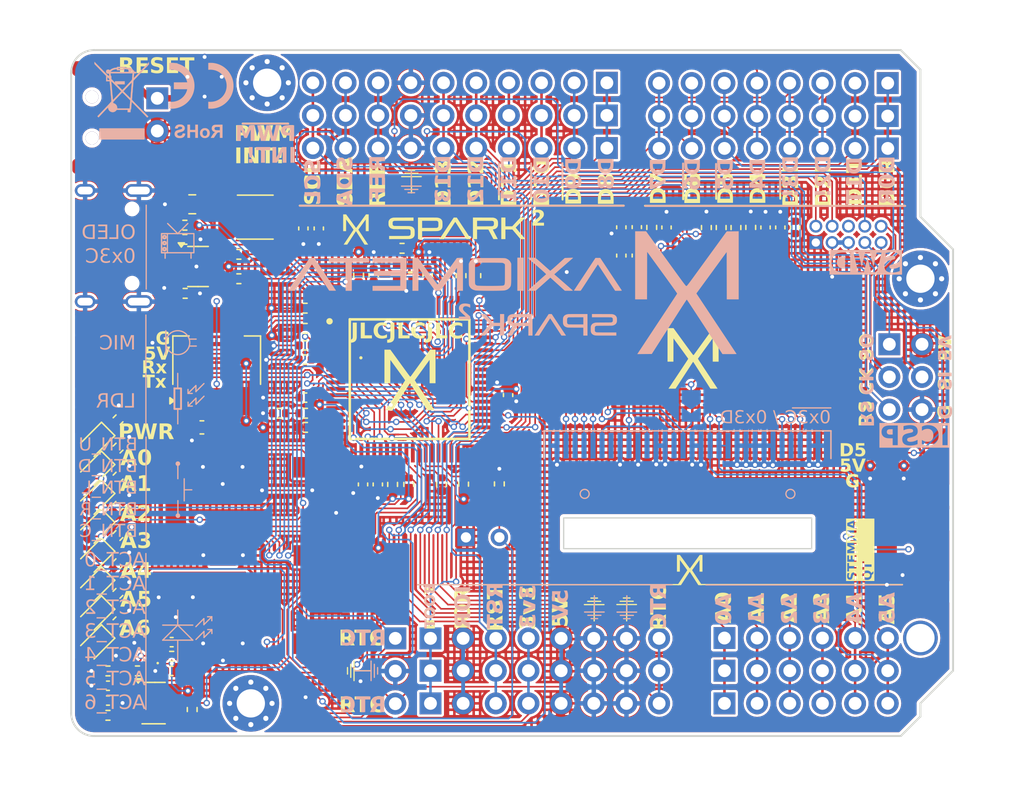
<source format=kicad_pcb>
(kicad_pcb (version 20240108) (generator "pcbnew") (generator_version "8.0")
  (layers (0 "F.Cu" mixed) (31 "B.Cu" mixed) (34 "B.Paste" user) (35 "F.Paste" user) (36 "B.SilkS" user "B.Silkscreen") (37 "F.SilkS" user "F.Silkscreen") (38 "B.Mask" user) (39 "F.Mask" user) (44 "Edge.Cuts" user))
  (net 0 "")
  (net 1 "GND")
  (net 2 "+5V")
  (net 3 "+3V3")
  (net 4 "/MCU/RESET")
  (net 5 "/MCU/AT_RX")
  (net 6 "/MCU/AT_TX")
  (net 7 "/MCU/MISO")
  (net 8 "/MCU/MOSI")
  (net 9 "/MCU/D2")
  (net 10 "/USB/CC1")
  (net 11 "/USB/CC2")
  (net 12 "/MCU/D3")
  (net 13 "/MCU/D4")
  (net 14 "/MCU/D5")
  (net 15 "/MCU/D6")
  (net 16 "/MCU/D7")
  (net 17 "/MCU/D8")
  (net 18 "/MCU/D9")
  (net 19 "/MCU/D10")
  (net 20 "/MCU/A0")
  (net 21 "/MCU/A1")
  (net 22 "/MCU/A2")
  (net 23 "/MCU/A3")
  (net 24 "/MCU/A4")
  (net 25 "/MCU/A5")
  (net 26 "/MCU/AREF")
  (net 27 "Net-(D3-K)")
  (net 28 "Net-(D4-K)")
  (net 29 "Net-(FB1-Pad2)")
  (net 30 "Net-(IC1-VCL)")
  (net 31 "Net-(IC1-P010{slash}VREFH0)")
  (net 32 "Net-(F1-Pad1)")
  (net 33 "Net-(P1-D--PadA7)")
  (net 34 "Net-(P1-D+-PadA6)")
  (net 35 "Net-(IC1-AVCC0)")
  (net 36 "Net-(IC1-P200)")
  (net 38 "Net-(U1--)")
  (net 39 "Net-(MK1-OUT)")
  (net 40 "/MCU/USB_D-")
  (net 41 "Net-(C13-Pad2)")
  (net 42 "/MCU/BOOT")
  (net 43 "/MCU/TX_2")
  (net 44 "/MCU/SWD_TX")
  (net 46 "/MCU/Tx_LED")
  (net 47 "/MCU/SCK")
  (net 48 "/MCU/Rx_LED")
  (net 49 "/MCU/RX_2")
  (net 51 "/MCU/SWD_RX")
  (net 52 "Net-(IC1-P407)")
  (net 53 "Net-(IC1-P500)")
  (net 54 "/MCU/SWCLK")
  (net 55 "/MCU/USB_D+")
  (net 56 "/MCU/SWDIO")
  (net 58 "Net-(U1-+)")
  (net 59 "Net-(D5-K)")
  (net 61 "/MCU/B2")
  (net 64 "Net-(R13-Pad1)")
  (net 65 "/Peripherals/C2P")
  (net 66 "/Peripherals/C2N")
  (net 67 "/Peripherals/C1N")
  (net 68 "/Peripherals/C1P")
  (net 69 "/Peripherals/VCOMH")
  (net 70 "/Peripherals/VCC")
  (net 71 "/Peripherals/RES")
  (net 72 "/Peripherals/ADDRESS")
  (net 73 "/MCU/VBATT")
  (net 74 "/Peripherals/IREF")
  (net 76 "/USB/V_IN")
  (net 81 "/MCU/B5")
  (net 82 "/MCU/B4")
  (net 83 "/MCU/B1")
  (net 84 "/MCU/B3")
  (net 85 "Net-(R18-Pad2)")
  (net 86 "Net-(D8-K)")
  (net 87 "Net-(D9-K)")
  (net 88 "/MCU/ACT_1")
  (net 89 "/MCU/ACT_4")
  (net 90 "/MCU/ACT_3")
  (net 91 "/MCU/ACT_2")
  (net 92 "Net-(J18-Pin_28)")
  (net 93 "/MCU/MIC")
  (net 94 "Net-(D1-K)")
  (net 95 "Net-(D2-K)")
  (net 96 "Net-(D6-K)")
  (net 97 "/MCU/LDR")
  (footprint "LED_SMD:LED_0603_1608Metric" (layer "F.Cu") (at 117.710624 105.119376 -135)
    (property "Reference" "D6" (hide yes))
    (property "Value" "C2286")
  )
  (footprint "Resistor_SMD:R_0402_1005Metric" (layer "F.Cu") (at 119.520624 110.089376 45)
    (property "Reference" "R12" (hide yes))
    (property "Value" "1.5k")
  )
  (footprint "Capacitor_SMD:C_0402_1005Metric" (layer "F.Cu") (at 158.665 90.59 90)
    (property "Reference" "C3" (hide yes))
    (property "Value" "2.2uF")
  )
  (footprint "aFootprint:SM04B-SRSS-TB_LFSN_" (layer "F.Cu") (at 183.974685 116.94 90)
    (property "Reference" "J17" (hide yes))
    (property "Value" "STEMMA 4 JST-PH" (hide yes))
  )
  (footprint "Capacitor_SMD:C_0402_1005Metric" (layer "F.Cu") (at 143.6 92.1 90)
    (property "Reference" "C11" (hide yes))
    (property "Value" "1uF")
  )
  (footprint "Resistor_SMD:R_0402_1005Metric" (layer "F.Cu") (at 118.745 122.89 180)
    (property "Reference" "R34" (hide yes))
    (property "Value" "2k")
  )
  (footprint "Capacitor_SMD:C_0402_1005Metric" (layer "F.Cu") (at 162.17932 88.400001 -90)
    (property "Reference" "C22" (hide yes))
    (property "Value" "4.7uF")
  )
  (footprint "Resistor_SMD:R_0402_1005Metric" (layer "F.Cu") (at 168.72932 88.400001 -90)
    (property "Reference" "R25" (hide yes))
    (property "Value" "910k")
  )
  (footprint "Resistor_SMD:R_0402_1005Metric" (layer "F.Cu") (at 119.530624 107.819376 -135)
    (property "Reference" "R6" (hide yes))
    (property "Value" "1.5k")
  )
  (footprint "Capacitor_SMD:C_0402_1005Metric" (layer "F.Cu") (at 134.08 98.675 180)
    (property "Reference" "C8" (hide yes))
    (property "Value" "4.7uF")
  )
  (footprint "Capacitor_SMD:C_0402_1005Metric" (layer "F.Cu") (at 118.745 125.19)
    (property "Reference" "C12" (hide yes))
    (property "Value" "100pF")
  )
  (footprint "Resistor_SMD:R_0402_1005Metric" (layer "F.Cu") (at 144.68 108.385 -90)
    (property "Reference" "R5" (hide yes))
    (property "Value" "5.1k")
  )
  (footprint "Capacitor_SMD:C_0402_1005Metric" (layer "F.Cu") (at 169.87932 88.400001 -90)
    (property "Reference" "C19" (hide yes))
    (property "Value" "2.2uF")
  )
  (footprint "Resistor_SMD:R_0402_1005Metric" (layer "F.Cu") (at 134.075 94.68 180)
    (property "Reference" "R31" (hide yes))
    (property "Value" "10k")
  )
  (footprint "Resistor_SMD:R_0402_1005Metric" (layer "F.Cu") (at 141.615 90.025 180)
    (property "Reference" "R17" (hide yes))
    (property "Value" "5.1k")
  )
  (footprint "Capacitor_SMD:C_0402_1005Metric" (layer "F.Cu") (at 133.94 88.48 -90)
    (property "Reference" "C2" (hide yes))
    (property "Value" "100nF")
  )
  (footprint "Resistor_SMD:R_0402_1005Metric" (layer "F.Cu") (at 142.135 108.385 -90)
    (property "Reference" "R30" (hide yes))
    (property "Value" "10k")
  )
  (footprint "aFootprint:SPARK_BUTTON" (layer "F.Cu") (at 126.2784 79.935 90)
    (property "Reference" "SW2" (hide yes))
    (property "Value" "Reset" (hide yes))
  )
  (footprint "Package_TO_SOT_SMD:SOT-23-3" (layer "F.Cu") (at 155.3675 89.545 90)
    (property "Reference" "U6" (hide yes))
    (property "Value" "XC6206P332MR-G")
  )
  (footprint "aFootprint:SPARK_BUTTON" (layer "F.Cu") (at 124.022 113.91 -90)
    (property "Reference" "SW1" (hide yes))
    (property "Value" "User Button" (hide yes))
  )
  (footprint "Resistor_SMD:R_0402_1005Metric" (layer "F.Cu") (at 161.02932 88.400001 90)
    (property "Reference" "R29" (hide yes))
    (property "Value" "4.7k")
  )
  (footprint "Resistor_SMD:R_0402_1005Metric" (layer "F.Cu") (at 125.295 125.89 -90)
    (property "Reference" "R18" (hide yes))
    (property "Value" "100")
  )
  (footprint "Resistor_SMD:R_0402_1005Metric" (layer "F.Cu") (at 119.520624 112.359376 45)
    (property "Reference" "R19" (hide yes))
    (property "Value" "1.5k")
  )
  (footprint "Package_TO_SOT_SMD:SOT-23-5_HandSoldering" (layer "F.Cu") (at 122.295 125.39)
    (property "Reference" "U1" (hide yes))
    (property "Value" "LMV321")
  )
  (footprint "Resistor_SMD:R_0402_1005Metric" (layer "F.Cu") (at 128.925 90.49 180)
    (property "Reference" "R1" (hide yes))
    (property "Value" "22")
  )
  (footprint "Capacitor_SMD:C_0402_1005Metric" (layer "F.Cu") (at 172.17932 88.400001 -90)
    (property "Reference" "C21" (hide yes))
    (property "Value" "1uF")
  )
  (footprint "Capacitor_SMD:C_0402_1005Metric" (layer "F.Cu") (at 139.73 108.385 -90)
    (property "Reference" "C4" (hide yes))
    (property "Value" "4.7uF")
  )
  (footprint "Capacitor_SMD:C_0402_1005Metric" (layer "F.Cu") (at 158.665 88.39 -90)
    (property "Reference" "C25" (hide yes))
    (property "Value" "1uF")
  )
  (footprint "aFootprint:SPARK_BUTTON" (layer "F.Cu") (at 130.93 113.91 180)
    (property "Reference" "SW7" (hide yes))
    (property "Value" "User Button" (hide yes))
  )
  (footprint "aFootprint:JST_SM03B-SRSS-TB_LF__SN_" (layer "F.Cu") (at 179.32 106.925 90)
    (property "Reference" "J19" (hide yes))
    (property "Value" "Conn_01x03_Pin")
  )
  (footprint "Connector_PinHeader_2.54mm:PinHeader_2x03_P2.54mm_Vertical" (layer "F.Cu") (at 179.5064 97.486)
    (property "Reference" "J5" (hide yes))
    (property "Value" "BootLoader" (hide yes))
  )
  (footprint "LED_SMD:LED_0603_1608Metric" (layer "F.Cu") (at 117.709588 120.870411 -135)
    (property "Reference" "D9" (hide yes))
    (property "Value" "C2290")
  )
  (footprint "Capacitor_SMD:C_0805_2012Metric" (layer "F.Cu") (at 125.3 86.6 180)
    (property "Reference" "FB1" (hide yes))
    (property "Value" "FerriteBead")
  )
  (footprint "Capacitor_SMD:C_0402_1005Metric" (layer "F.Cu") (at 139.405 92.1 -90)
    (property "Reference" "C10" (hide yes))
    (property "Value" "100nF")
  )
  (footprint "MountingHole:MountingHole_2.2mm_M2_DIN965_Pad" (layer "F.Cu") (at 181.9244 120.331)
    (property "Reference" "REF**" (hide yes))
    (property "Value" "MountingHole_2.2mm_M2_DIN965_Pad")
  )
  (footprint "Connector_PinSocket_2.54mm:PinSocket_1x08_P2.54mm_Vertical" (layer "F.Cu") (at 143.8244 120.356 90)
    (property "Reference" "J8" (hide yes))
    (property "Value" "Conn_01x08")
  )
  (footprint "Resistor_SMD:R_0402_1005Metric" (layer "F.Cu") (at 149.18 108.345 -90)
    (property "Reference" "R23" (hide yes))
    (property "Value" "10k")
  )
  (footprint "Capacitor_SMD:C_0402_1005Metric" (layer "F.Cu") (at 149.86 101.44 -90)
    (property "Reference" "C6" (hide yes))
    (property "Value" "100nF")
  )
  (footprint "Capacitor_SMD:C_0402_1005Metric" (layer "F.Cu") (at 159.87 88.375 -90)
    (property "Reference" "C26" (hide yes))
    (property "Value" "1uF")
  )
  (footprint "Connector_PinSocket_2.54mm:PinSocket_1x06_P2.54mm_Vertical" (layer "F.Cu") (at 166.6844 122.871 90)
    (property "Reference" "J7" (hide yes))
    (property "Value" "Conn_01x06")
  )
  (footprint "Resistor_SMD:R_0402_1005Metric" (layer "F.Cu") (at 132.05 102.85)
    (property "Reference" "R14" (hide yes))
    (property "Value" "5.1k")
  )
  (footprint "Resistor_SMD:R_0402_1005Metric" (layer "F.Cu") (at 124.75 93.5275 180)
    (property "Reference" "R3" (hide yes))
    (property "Value" "5.1k")
  )
  (footprint "aFootprint:SM04B-SRSS-TB_LFSN_" (layer "F.Cu") (at 116.320315 95.87 -90)
    (property "Reference" "J14" (hide yes))
    (property "Value" "STEMMA 4 JST-PH" (hide yes))
  )
  (footprint "Capacitor_SMD:C_0402_1005Metric" (layer "F.Cu") (at 171.02932 88.400001 -90)
    (property "Reference" "C20" (hide yes))
    (property "Value" "2.2uF")
  )
  (footprint "aFootprint:BLM18SP221SN1B" (layer "F.Cu") (at 141.25 91.9 90)
    (property "Reference" "FB3" (hide yes))
    (property "Value" "BLM18PG471SN1D" (hide yes))
  )
  (footprint "Capacitor_SMD:C_0402_1005Metric" (layer "F.Cu") (at 134.08 97.575 180)
    (property "Reference" "C9" (hide yes))
    (property "Value" "100nF")
  )
  (footprint "Connector_PinSocket_2.54mm:PinSocket_1x06_P2.54mm_Vertical" (layer "F.Cu") (at 166.6844 125.411 90)
    (property "Reference" "J2" (hide yes))
    (property "Value" "Conn_01x06")
  )
  (footprint "Connector_PinSocket_2.54mm:PinSocket_1x08_P2.54mm_Vertical" (layer "F.Cu") (at 143.8244 122.871 90)
    (property "Reference" "J9" (hide yes))
    (property "Value" "Conn_01x08")
  )
  (footprint "LED_SMD:LED_0603_1608Metric" (layer "F.Cu") (at 117.710624 114.119376 -135)
    (property "Reference" "D3" (hide yes))
    (property "Value" "C2290")
  )
  (footprint "Connector_USB:USB_C_Receptacle_HRO_TYPE-C-31-M-12" (layer "F.Cu") (at 118.018 89.851 -90)
    (property "Reference" "P1" (hide yes))
    (property "Value" "USB Type C")
  )
  (footprint "LED_SMD:LED_0603_1608Metric" (layer "F.Cu") (at 117.710624 109.619376 -135)
    (property "Reference" "D1" (hide yes))
    (property "Value" "C2290")
  )
  (footprint "Resistor_SMD:R_0402_1005Metric" (layer "F.Cu") (at 119.530624 105.559376 -135)
    (property "Reference" "R8" (hide yes))
    (property "Value" "1.5k")
  )
  (footprint "MountingHole:MountingHole_2.2mm_M2_Pad_Via" (layer "F.Cu") (at 181.9244 92.391)
    (property "Reference" "REF**" (hide yes))
    (property "Value" "MountingHole_2.2mm_M2_Pad_Via")
  )
  (footprint "Diode_SMD:D_SOD-323" (layer "F.Cu") (at 163.765 88.9675 -90)
    (property "Reference" "D7" (hide yes))
    (property "Value" "1N4148WS")
  )
  (footprint "aFootprint:SPARK_BUTTON" (layer "F.Cu") (at 130.93 120.768 180)
    (property "Reference" "SW5" (hide yes))
    (property "Value" "User Button" (hide yes))
  )
  (footprint "Fuse:Fuse_1812_4532Metric_Pad1.30x3.40mm_HandSolder" (layer "F.Cu") (at 130.2 87.6)
    (property "Reference" "F1" (hide yes))
    (property "Value" "Polyfuse")
  )
  (footprint "aArtWork:Axiometa_4mm" (layer "F.Cu") (at 142.235 100.255)
    (property "Reference" "G***" (hide yes))
    (property "Value" "LOGO" (hide yes))
  )
  (footprint "Connector_PinSocket_2.54mm:PinSocket_1x08_P2.54mm_Vertical" (layer "F.Cu") (at 179.3794 79.741 -90)
    (property "Reference" "J11" (hide yes))
    (property "Value" "Conn_01x08")
  )
  (footprint "Resistor_SMD:R_0402_1005Metric" (layer "F.Cu") (at 119.520624 116.859376 45)
    (property "Reference" "R37" (hide yes))
    (property "Value" "1.5k")
  )
  (footprint "aArtWork:SPARK_3mm" (layer "F.Cu") (at 145.828168 88.807595)
    (property "Reference" "G***" (hide yes))
    (property "Value" "LOGO" (hide yes))
  )
  (footprint "Resistor_SMD:R_0402_1005Metric" (layer "F.Cu") (at 124.725 88.2275)
    (property "Reference" "R22" (hide yes))
    (property "Value" "5.1k")
  )
  (footprint "aFootprint:SPARK_BUTTON" (layer "F.Cu") (at 137.822 113.91 90)
    (property "Reference" "SW3" (hide yes))
    (property "Value" "User Button" (hide yes))
  )
  (footprint "Capacitor_SMD:C_0402_1005Metric" (layer "F.Cu") (at 159.87 90.585 90)
    (property "Reference" "C18" (hide yes))
    (property "Value" "2.2uF")
  )
  (footprint "Connector_PinHeader_2.00mm:PinHeader_1x02_P2.00mm_Vertical" (layer "F.Cu") (at 146.582704 112.503108 90)
    (property "Reference" "R10" (hide yes))
    (property "Value" "R_Photo")
  )
  (footprint "Resistor_SMD:R_0402_1005Metric" (layer "F.Cu") (at 134.08 96.25 180)
    (property "Reference" "R32" (hide yes))
    (property "Value" "10k")
  )
  (footprint "Connector_PinSocket_2.54mm:PinSocket_1x08_P2.54mm_Vertical" (layer "F.Cu") (at 143.8244 125.411 90)
    (property "Reference" "J1" (hide yes))
    (property "Value" "Conn_01x08")
  )
  (footprint "Connector_PinSocket_2.54mm:PinSocket_1x08_P2.54mm_Vertical" (layer "F.Cu") (at 179.3844 82.256 -90)
    (property "Reference" "J4" (hide yes))
    (property "Value" "Conn_01x08")
  )
  (footprint "Resistor_SMD:R_0402_1005Metric" (layer "F.Cu") (at 146.2 92.15 -90)
    (property "Reference" "R16" (hide yes))
    (property "Value" "13.7k")
  )
  (footprint "aFootprint:S15OT421" (layer "F.Cu") (at 121.815 120.98 -90)
    (property "Reference" "MK1" (hide yes))
    (property "Value" "S15OT421-005")
  )
  (footprint "Connector_PinHeader_2.54mm:PinHeader_1x03_P2.54mm_Vertical" (layer "F.Cu") (at 141.09 120.355)
    (property "Reference" "J20" (hide yes))
    (property "Value" "RTC")
  )
  (footprint "Capacitor_SMD:C_0603_1608Metric" (layer "F.Cu") (at 126.05 103.95 180)
    (property "Reference" "C16" (hide yes))
    (property "Value" "10uF")
  )
  (footprint "Resistor_SMD:R_0402_1005Metric" (layer "F.Cu") (at 119.530624 103.359376 -135)
    (property "Reference" "R24" (hide yes))
    (property "Value" "2k")
  )
  (footprint "aFootprint:SPARK_BUTTON" (layer "F.Cu") (at 130.93 107.052 180)
    (property "Reference" "SW6" (hide yes))
    (property "Value" "User Button" (hide yes))
  )
  (footprint "aArtWork:Axiometa_2mm" (layer "F.Cu") (at 163.985 115.04)
    (property "Reference" "G***" (hide yes))
    (property "Value" "LOGO" (hide yes))
  )
  (footprint "Resistor_SMD:R_0402_1005Metric" (layer "F.Cu") (at 118.745 126.34 180)
    (property "Reference" "R20" (hide yes))
    (property "Value" "100k")
  )
  (footprint "aArtWork:Axiometa_4mm" (layer "F.Cu") (at 164.25 98.58)
    (property "Reference" "G***" (hide yes))
    (property "Value" "LOGO" (hide yes))
  )
  (footprint "LED_SMD:LED_0603_1608Metric" (layer "F.Cu") (at 117.710624 118.619376 -135)
    (property "Reference" "D8" (hide yes))
    (property "Value" "C2290")
  )
  (footprint "MountingHole:MountingHole_2.2mm_M2_Pad_Via" (layer "F.Cu") (at 131.1244 77.151)
    (property "Reference" "REF**" (hide yes))
    (property "Value" "MountingHole_2.2mm_M2_Pad_Via")
  )
  (footprint "LED_SMD:LED_0603_1608Metric" (layer "F.Cu") (at 117.710624 111.869376 -135)
    (property "Reference" "D4" (hide yes))
    (property "Value" "C2290")
  )
  (footprint "Resistor_SMD:R_0402_1005Metric" (layer "F.Cu") (at 147.35 92.15 90)
    (property "Reference" "R15" (hide yes))
    (property "Value" "100k")
  )
  (footprint "Resistor_SMD:R_0402_1005Metric" (layer "F.Cu") (at 124.725 89.3275 180)
    (property "Reference" "R4" (hide yes))
    (property "Value" "5.1k")
  )
  (footprint "aArtWork:Axiometa_2mm" (layer "F.Cu") (at 138.03 88.56)
    (property "Reference" "G***" (hide yes))
    (property "Value" "LOGO" (hide yes))
  )
  (footprint "Connector_PinSocket_2.54mm:PinSocket_1x06_P2.54mm_Vertical" (layer "F.Cu") (at 166.6844 120.331 90)
    (property "Reference" "J6" (hide yes))
    (property "Value" "Conn_01x06")
  )
  (footprint "Resistor_SMD:R_0402_1005Metric" (layer "F.Cu") (at 128.925 92.39 180)
    (property "Reference" "R2" (hide yes))
    (property "Value" "22")
  )
  (footprint "Connector_PinSocket_2.54mm:PinSocket_1x10_P2.54mm_Vertical" (layer "F.Cu") (at 157.5404 79.691 -90)
    (property "Reference" "J3" (hide yes))
    (property "Value" "Conn_01x10")
  )
  (footprint "Resistor_SMD:R_0402_1005Metric" (layer "F.Cu") (at 123.7 121.75)
    (property "Reference" "R21" (hide yes))
    (property "Value" "2k")
  )
  (footprint "Capacitor_SMD:C_0402_1005Metric" (layer "F.Cu") (at 134.095 101.635 180)
    (property "Reference" "C7" (hide yes))
    (property "Value" "100nF")
  )
  (footprint "Resistor_SMD:R_0402_1005Metric" (layer "F.Cu") (at 119.520624 119.069376 45)
    (property "Reference" "R38" (hide yes))
    (property "Value" "1.5k")
  )
  (footprint "Connector_PinHeader_1.27mm:PinHeader_2x05_P1.27mm_Vertical" (layer "F.Cu") (at 173.79 89.575 90)
    (property "Reference" "J16" (hide yes))
    (property "Value" "hph2-a-10-sga")
  )
  (footprint "Resistor_SMD:R_0402_1005Metric" (layer "F.Cu") (at 166.42932 88.41 90)
    (property "Reference" "R28" (hide yes))
    (property "Value" "4.7k")
  )
  (footprint "aFootprint:QFP50P1200X1200X170-64N" (layer "F.Cu") (at 142.2 100.2)
    (property "Reference" "IC1" (hide yes))
    (property "Value" "R7FA4M1AB3CFM#AA0" (hide yes))
  )
  (footprint "Package_TO_SOT_SMD:SOT-23-6" (layer "F.Cu") (at 125.75 91.44)
    (property "Reference" "U2" (hide yes))
    (property "Value" "USBLC6-2SC6")
  )
  (footprint "LED_SMD:LED_0603_1608Metric" (layer "F.Cu") (at 117.710624 116.369376 -135)
    (property "Reference" "D5" (hide yes))
    (property "Value" "C2290")
  )
  (footprint "Connector_PinSocket_2.54mm:PinSocket_1x02_P2.54mm_Vertical" (layer "F.Cu") (at 122.58 78.36)
    (property "Reference" "SW4" (hide yes))
    (property "Value" "SW_DIP_x01")
  )
  (footprint "Resistor_SMD:R_0402_1005Metric" (layer "F.Cu") (at 146.4 108.365 -90)
    (property "Reference" "R7" (hide yes))
    (property "Value" "5.1k")
  )
  (footprint "LED_SMD:LED_0603_1608Metric" (layer "F.Cu") (at 117.710624 107.369376 -135)
    (property "Reference" "D2" (hide yes))
    (property "Value" "C2290")
  )
  (footprint "aFootprint:Switch_Side" (layer "F.Cu") (at 121.2525 77.35 90)
    (property "Reference" "U5" (hide yes))
    (property "Value" "Side_Switch_SMD")
  )
  (footprint "Resistor_SMD:R_0402_1005Metric" (layer "F.Cu") (at 121.04 122.885)
    (property "Reference" "R35" (hide yes))
    (property "Value" "2k")
  )
  (footprint "Resistor_SMD:R_0402_1005Metric" (layer "F.Cu") (at 134.1 102.85)
    (property "Reference" "R13" (hide yes))
    (property "Value" "5.1k")
  )
  (footprint "Capacitor_SMD:C_0402_1005Metric" (layer "F.Cu") (at 118.745 124.04 180)
    (property "Reference" "C14" (hide yes))
    (property "Value" "10uF")
  )
  (footprint "Capacitor_SMD:C_0402_1005Metric" (layer "F.Cu") (at 123.7 120.65)
    (property "Reference" "C13" (hide yes))
    (property "Value" "10uF")
  )
  (footprint "Capacitor_SMD:C_0402_1005Metric" (layer "F.Cu") (at 135.14 88.48 -90)
    (property "Reference" "C1" (hide yes))
    (property "Value" "1uF")
  )
  (footprint "Resistor_SMD:R_0402_1005Metric" (layer "F.Cu") (at 134.1 103.95 180)
    (property "Reference" "R11" (hide yes))
    (property "Value" "5.1k")
  )
  (footprint "Connector_PinSocket_2.54mm:PinSocket_1x10_P2.54mm_Vertical" (layer "F.Cu") (at 157.5404 77.151 -90)
    (property "Reference" "J10" (hide yes))
    (property "Value" "Conn_01x10")
  )
  (footprint "Resistor_SMD:R_0402_1005Metric" (layer "F.Cu") (at 165.27932 88.41 -90)
    (property "Reference" "R26" (hide yes))
    (property "Value" "4.7k")
  )
  (footprint "Resistor_SMD:R_0402_1005Metric" (layer "F.Cu") (at 138.235 92.11 90)
    (property "Reference" "R33" (hide yes))
    (property "Value" "10k")
  )
  (footprint "Capacitor_SMD:C_0402_1005Metric" (layer "F.Cu") (at 138.58 108.385 -90)
    (property "Reference" "C5" (hide yes))
    (property "Value" "4.7uF")
  )
  (footprint "Resistor_SMD:R_0402_1005Metric" (layer "F.Cu") (at 167.57932 88.41 90)
    (property "Reference" "R27" (hide yes))
    (property "Value" "4.7k")
  )
  (footprint "Resistor_SMD:R_0402_1005Metric" (layer "F.Cu") (at 140.88 108.385 -90)
    (property "Reference" "R9" (hide yes))
    (property "Value" "10k")
  )
  (footprint "aFootprint:BLM18SP221SN1B" (layer "F.Cu") (at 142.45 91.9 90)
    (property "Reference" "FB4" (hide yes))
    (property "Value" "BLM18PG471SN1D" (hide yes))
  )
  (footprint "Capacitor_SMD:C_0402_1005Metric" (layer "F.Cu") (at 123.695 122.885 180)
    (property "Reference" "C15" (hide yes))
    (property "Value" "100nF")
  )
  (footprint "MountingHole:MountingHole_2.2mm_M2_Pad_Via" (layer "F.Cu") (at 129.8544 125.411)
    (property "Reference" "REF**" (hide yes))
    (property "Value" "MountingHole_2.2mm_M2_Pad_Via")
  )
  (footprint "Resistor_SMD:R_0402_1005Metric" (layer "F.Cu") (at 119.520624 114.549376 45)
    (property "Reference" "R36" (hide yes))
    (property "Value" "1.5k")
  )
  (footprint "Connector_PinSocket_2.54mm:PinSocket_1x10_P2.54mm_Vertical" (layer "F.Cu") (at 157.5404 82.231 -90)
    (property "Reference" "J12" (hide yes))
    (property "Value" "Conn_01x10")
  )
  (footprint "Connector_PinSocket_2.54mm:PinSocket_1x08_P2.54mm_Vertical" (layer "F.Cu") (at 179.3794 77.176 -90)
    (property "Reference" "J13" (hide yes))
    (property "Value" "Conn_01x08")
  )
  (footprint "Package_TO_SOT_SMD:SOT-223-3_TabPin2" (layer "F.Cu") (at 127.2 98.75 90)
    (property "Reference" "U3" (hide yes))
    (property "Value" "AMS1117-3.3V")
  )
  (footprint "aArtWork:RoHS 4mm" (layer "B.Cu") (at 125.811928 80.885347 180)
    (property "Reference" "G***" (hide yes))
    (property "Value" "LOGO" (hide yes))
  )
  (footprint "aArtWork:SPARK_3mm" (layer "B.Cu") (at 153.057157 96.311567 180)
    (property "Reference" "G***" (hide yes))
    (property "Value" "LOGO" (hide yes))
  )
  (footprint "Symbol:WEEE-Logo_4.2x6mm_SilkScreen" (layer "B.Cu") (at 119.82 78.545 180)
    (property "Reference" "REF**" (hide yes))
    (property "Value" "WEEE-Logo_4.2x6mm_SilkScreen" (hide yes))
  )
  (footprint "aArtWork:AXIOMETA_LOGO_7mm" (layer "B.Cu") (at 163.720325 93.538972 180)
    (property "Reference" "G***" (hide yes))
    (property "Value" "LOGO" (hide yes))
  )
  (footprint "aFootprint:OLED_SPARK_R4" (layer "B.Cu") (at 163.815 105.37)
    (property "Reference" "J18" (hide yes))
    (property "Value" "SSD1306 Display 128x64")
    (fp_rect (start 9.6525 5.62) (end -9.6325 8.01) (stroke (width 0.1)) (fill none) (layer "Edge.Cuts"))
  )
  (footprint "aArtWork:AXIOMETA_3mm" (layer "B.Cu") (at 145.745325 92.038972 180)
    (property "Reference" "G***" (hide yes))
    (property "Value" "LOGO" (hide yes))
  )
  (footprint "Jumper:SolderJumper-2_P1.3mm_Open_TrianglePad1.0x1.5mm" (layer "B.Cu") (at 164.095 102.280001 -90)
    (property "Reference" "JP3" (hide yes))
    (property "Value" "ADD_SLCT")
  )
  (footprint "aArtWork:CE_5mm" (layer "B.Cu") (at 126.01 77.385 180)
    (property "Reference" "G***" (hide yes))
    (property "Value" "LOGO" (hide yes))
  )
  (gr_line (start 156.316 118.817) (end 156.824 118.817) (stroke (width 0.1)) (layer "B.SilkS"))
  (gr_line (start 151.65 85.985) (end 151.65 83.415) (stroke (width 0.15)) (layer "B.SilkS"))
  (gr_line (start 126.205 119.29) (end 126.819015 118.675985) (stroke (width 0.1)) (layer "B.SilkS"))
  (gr_line (start 126.827007 119.672992) (end 126.497992 119.672992) (stroke (width 0.1)) (layer "B.SilkS"))
  (gr_line (start 121.695 125.89) (end 121.695 113.76) (stroke (width 0.1)) (layer "B.SilkS"))
  (gr_rect (start 122.912441 88.880059) (end 123.367441 90.370059) (stroke (width 0.1)) (fill none) (layer "B.SilkS"))
  (gr_line (start 124.169941 119.325059) (end 124.169941 118.155059) (stroke (width 0.1)) (layer "B.SilkS"))
  (gr_line (start 124.175 102.505) (end 124.175 103.675) (stroke (width 0.1)) (layer "B.SilkS"))
  (gr_line (start 155.808 118.309) (end 157.332 118.309) (stroke (width 0.1)) (layer "B.SilkS"))
  (gr_line (start 126.212992 119.817007) (end 126.212992 120.287007) (stroke (width 0.1)) (layer "B.SilkS"))
  (gr_line (start 123.19 90.37) (end 123.19 90.795) (stroke (width 0.1)) (layer "B.SilkS"))
  (gr_line (start 154.085 85.135) (end 154.085 83.405) (stroke (width 0.15)) (layer "B.SilkS"))
  (gr_line (start 125.064941 97.625059) (end 125.614941 97.625059) (stroke (width 0.1)) (layer "B.SilkS"))
  (gr_line (start 124.675 107.945) (end 124.675 109.665) (stroke (width 0.1)) (layer "B.SilkS"))
  (gr_line (start 124.17 120.495) (end 123 120.495) (stroke (width 0.1)) (layer "B.SilkS"))
  (gr_line (start 142.335 85.19) (end 142.335 83.92) (stroke (width 0.1)) (layer "B.SilkS"))
  (gr_line (start 158.86 86.715) (end 133.6632 86.715) (stroke (width 0.15)) (layer "B.SilkS"))
  (gr_line (start 126.212992 120.287007) (end 126.827007 119.672992) (stroke (width 0.1)) (layer "B.SilkS"))
  (gr_line (start 139.205 123.642) (end 139.205 122.118) (stroke (width 0.1)) (layer "B.SilkS"))
  (gr_line (start 126.827007 119.672992) (end 126.827007 119.982007) (stroke (width 0.1)) (layer "B.SilkS"))
  (gr_line (start 159.095 118.315) (end 159.095 117.045) (stroke (width 0.1)) (layer "B.SilkS"))
  (gr_line (start 158.587 118.569) (end 159.603 118.569) (stroke (width 0.1)) (layer "B.SilkS"))
  (gr_line (start 125.59 102.15) (end 125.59 101.68) (stroke (width 0.1)) (layer "B.SilkS"))
  (gr_line (start 124.970985 101.309015) (end 124.970985 101) (stroke (width 0.1)) (layer "B.SilkS"))
  (gr_line (start 125.585 101.165) (end 125.585 100.695) (stroke (width 0.1)) (layer "B.SilkS"))
  (gr_line (start 141.573 85.19) (end 143.097 85.189999) (stroke (width 0.1)) (layer "B.SilkS"))
  (gr_line (start 124.17 122.14) (end 124.17 120.495) (stroke (width 0.1)) (layer "B.SilkS"))
  (gr_circle (center 124.185 110.815) (end 124.08 110.815) (stroke (width 0.15)) (fill none) (layer "B.SilkS"))
  (gr_line (start 139.713 123.134) (end 139.713 122.626) (stroke (width 0.1)) (layer "B.SilkS"))
  (gr_line (start 124.675 108.805) (end 125.265 108.805) (stroke (width 0.1)) (layer "B.SilkS"))
  (gr_line (start 124.975985 102.294015) (end 124.975985 101.985) (stroke (width 0.1)) (layer "B.SilkS"))
  (gr_line (start 166.03 85.619) (end 166.03 83.46) (stroke (width 0.15)) (layer "B.SilkS"))
  (gr_line (start 124.185 109.645) (end 124.185 110.815) (stroke (width 0.1)) (layer "B.SilkS"))
  (gr_line (start 125.205 90.37) (end 125.205 90.795) (stroke (width 0.1)) (layer "B.SilkS"))
  (gr_line (start 142.081 85.698) (end 142.589 85.698) (stroke (width 0.1)) (layer "B.SilkS"))
  (gr_line (start 171.015 85.6295) (end 171.015 83.4705) (stroke (width 0.15)) (layer "B.SilkS"))
  (gr_circle (center 124.174941 97.360059) (end 125.104941 97.360059) (stroke (width 0.1)) (fill none) (layer "B.SilkS"))
  (gr_line (start 123 120.495) (end 124.169941 119.325059) (stroke (width 0.1)) (layer "B.SilkS"))
  (gr_circle (center 124.18 106.77) (end 124.075 106.77) (stroke (width 0.15)) (fill none) (layer "B.SilkS"))
  (gr_line (start 139.205001 122.88) (end 137.935 122.88) (stroke (width 0.1)) (layer "B.SilkS"))
  (gr_line (start 132.76 80.335) (end 129.2252 80.335) (stroke (width 0.15)) (layer "B.SilkS"))
  (gr_line (start 156.570001 118.309) (end 156.57 117.039) (stroke (width 0.1)) (layer "B.SilkS"))
  (gr_line (start 121.72 93.195) (end 121.72 86.67) (stroke (width 0.1)) (layer "B.SilkS"))
  (gr_circle (center 123.14 90.085) (end 123.14 90.12) (stroke (width 0.15)) (fill none) (layer "B.SilkS"))
  (gr_line (start 163.464999 85.5895) (end 163.465 83.4305) (stroke (width 0.15)) (layer "B.SilkS"))
  (gr_line (start 124.169941 88.880059) (end 123.384941 88.095059) (stroke (width 0.1)) (layer "B.SilkS"))
  (gr_line (start 124.18 106.77) (end 124.180001 107.94) (stroke (width 0.1)) (layer "B.SilkS"))
  (gr_line (start 126.21 100.54) (end 125.585 101.165) (stroke (width 0.1)) (layer "B.SilkS"))
  (gr_line (start 149.14 85.84) (end 149.14 83.415) (stroke (width 0.15)) (layer "B.SilkS"))
  (gr_line (start 125.58 119.445) (end 126.205 118.82) (stroke (width 0.1)) (layer "B.SilkS"))
  (gr_line (start 124.970985 101.309015) (end 125.3 101.309016) (stroke (width 0.1)) (layer "B.SilkS"))
  (gr_line (start 124.975985 102.294015) (end 125.305 102.294016) (stroke (width 0.1)) (layer "B.SilkS"))
  (gr_line (start 125.587992 120.442007) (end 126.212992 119.817007) (stroke (width 0.1)) (layer "B.SilkS"))
  (gr_line (start 124.169823 100.920059) (end 124.169823 99.750059) (stroke (width 0.1)) (layer "B.SilkS"))
  (gr_circle (center 123.14 89.155) (end 123.14 89.19) (stroke (width 0.15)) (fill none) (layer "B.SilkS"))
  (gr_line (start 125.34 120.495) (end 124.170059 119.325059) (stroke (width 0.1)) (layer "B.SilkS"))
  (gr_line (start 125.59 101.68) (end 124.975985 102.294015) (stroke (width 0.1)) (layer "B.SilkS"))
  (gr_line (start 124.170059 119.325059) (end 123.000059 119.325059) (stroke (width 0.1)) (layer "B.SilkS"))
  (gr_line (start 123.244941 96.430059) (end 123.244941 98.280059) (stroke (width 0.1)) (layer "B.SilkS"))
  (gr_line (start 125.585 100.695) (end 124.970985 101.309015) (stroke (width 0.1)) (layer "B.SilkS"))
  (gr_line (start 126.819015 118.675985) (end 126.49 118.675985) (stroke (width 0.1)) (layer "B.SilkS"))
  (gr_line (start 142.813 116.179999) (end 162.625 116.18) (stroke (width 0.1)) (layer "B.SilkS"))
  (gr_line (start 126.819015 118.675985) (end 126.819015 118.985) (stroke (width 0.1)) (layer "B.SilkS"))
  (gr_line (start 126.205 118.82) (end 126.205 119.29) (stroke (width 0.1)) (layer "B.SilkS"))
  (gr_line (start 121.695 99.1575) (end 121.695 95.2125) (stroke (width 0.1)) (layer "B.SilkS"))
  (gr_line (start 158.333 118.315) (end 159.857 118.315) (stroke (width 0.1)) (layer "B.SilkS"))
  (gr_line (start 156.062 118.563) (end 157.078 118.563) (stroke (width 0.1)) (layer "B.SilkS"))
  (gr_line (start 124.170059 119.325059) (end 125.340059 119.325059) (stroke (width 0.1)) (layer "B.SilkS"))
  (gr_rect (start 122.912441 88.880059) (end 125.427441 90.370059) (stroke (width 0.1)) (fill none) (layer "B.SilkS"))
  (gr_line (start 124.169941 88.880059) (end 124.954941 88.095059) (stroke (width 0.1)) (layer "B.SilkS"))
  (gr_line (start 121.705 112.805) (end 121.705 104.705) (stroke (width 0.1)) (layer "B.SilkS"))
  (gr_line (start 171.975 102.435) (end 174.96 102.435) (stroke (width 0.1)) (layer "B.SilkS"))
  (gr_rect (start 123.912353 100.920059) (end 124.427293 102.515001) (stroke (width 0.15)) (fill none) (layer "B.SilkS"))
  (gr_line (start 180.743399 86.73) (end 160.525 86.73) (stroke (width 0.15)) (layer "B.SilkS"))
  (gr_line (start 126.215 101.525) (end 125.59 102.15) (stroke (width 0.1)) (layer "B.SilkS"))
  (gr_circle (center 123.14 89.615) (end 123.14 89.65) (stroke (width 0.15)) (fill none) (layer "B.SilkS"))
  (gr_line (start 141.827 85.444) (end 142.842999 85.444) (stroke (width 0.1)) (layer "B.SilkS"))
  (gr_line (start 139.459 123.388) (end 139.459 122.372) (stroke (width 0.1)) (layer "B.SilkS"))
  (gr_line (start 165.243 116.199999) (end 180.518 116.199999) (stroke (width 0.1)) (layer "B.SilkS"))
  (gr_line (start 124.17 120.495) (end 125.34 120.495) (stroke (width 0.1)) (layer "B.SilkS"))
  (gr_line (start 125.054941 97.085059) (end 125.604941 97.085059) (stroke (width 0.1)) (layer "B.SilkS"))
  (gr_line (start 121.695 103.675) (end 121.695 99.73) (stroke (width 0.1)) (layer "B.SilkS"))
  (gr_line (start 158.841 118.823) (end 159.349 118.823) (stroke (width 0.1)) (layer "B.SilkS"))
  (gr_line (start 149.15 86.225) (end 149.15 83.8) (stroke (width 0.15)) (layer "F.SilkS"))
  (gr_circle (center 138.4142 98.5378) (end 138.465 98.5378) (stroke (width 0.15)) (fill solid) (layer "F.SilkS"))
  (gr_line (start 180.53 116.17) (end 164.79 116.17) (stroke (width 0.1)) (layer "F.SilkS"))
  (gr_line (start 171.025 86.1695) (end 171.025 84.0105) (stroke (width 0.15)) (layer "F.SilkS"))
  (gr_line (start 137.626 122.372) (end 137.626 123.388) (stroke (width 0.1)) (layer "F.SilkS"))
  (gr_line (start 151.66 86.225) (end 151.66 83.655) (stroke (width 0.15)) (layer "F.SilkS"))
  (gr_line (start 142.599 83.942) (end 142.091 83.942) (stroke (width 0.1)) (layer "F.SilkS"))
  (gr_line (start 159.588 117.471) (end 158.572 117.471) (stroke (width 0.1)) (layer "F.SilkS"))
  (gr_line (start 154.095 86.235) (end 154.095 84.505) (stroke (width 0.15)) (layer "F.SilkS"))
  (gr_line (start 163.135 116.175) (end 142.82 116.175) (stroke (width 0.1)) (layer "F.SilkS"))
  (gr_line (start 132.755 80.325) (end 129.2184 80.325) (stroke (width 0.15)) (layer "F.SilkS"))
  (gr_line (start 139.15 122.88) (end 137.879999 122.88) (stroke (width 0.1)) (layer "F.SilkS"))
  (gr_line (start 137.88 122.118) (end 137.88 123.642) (stroke (width 0.1)) (layer "F.SilkS"))
  (gr_line (start 159.08 118.995) (end 159.08 117.725) (stroke (width 0.1)) (layer "F.SilkS"))
  (gr_line (start 142.853 84.196) (end 141.837 84.196) (stroke (width 0.1)) (layer "F.SilkS"))
  (gr_line (start 166.04 86.18) (end 166.04 84.021) (stroke (width 0.15)) (layer "F.SilkS"))
  (gr_line (start 159.334 117.217) (end 158.826 117.217) (stroke (width 0.1)) (layer "F.SilkS"))
  (gr_line (start 156.809 117.223) (end 156.301 117.223) (stroke (width 0.1)) (layer "F.SilkS"))
  (gr_line (start 137.372 122.626) (end 137.372 123.134) (stroke (width 0.1)) (layer "F.SilkS"))
  (gr_line (start 157.063 117.477) (end 156.047 117.477) (stroke (width 0.1)) (layer "F.SilkS"))
  (gr_line (start 143.107 84.45) (end 141.583 84.45) (stroke (width 0.1)) (layer "F.SilkS"))
  (gr_line (start 133.655 86.705) (end 158.8518 86.705) (stroke (width 0.15)) (layer "F.SilkS"))
  (gr_line (start 163.475 86.2095) (end 163.475 84.0505) (stroke (width 0.15)) (layer "F.SilkS"))
  (gr_line (start 142.345 85.72) (end 142.345 84.45) (stroke (width 0.1)) (layer "F.SilkS"))
  (gr_line (start 159.842 117.725) (end 158.318 117.725) (stroke (width 0.1)) (layer "F.SilkS"))
  (gr_line (start 156.555 119.001) (end 156.555 117.731) (stroke (width 0.1)) (layer "F.SilkS"))
  (gr_line (start 160.5 86.715) (end 180.7184 86.715) (stroke (width 0.15)) (layer "F.SilkS"))
  (gr_line (start 157.317 117.731) (end 155.793 117.731) (stroke (width 0.1)) (layer "F.SilkS"))
  (gr_arc (start 117.6624 127.950997) (mid 116.405165 127.430233) (end 115.8844 126.172997) (stroke (width 0.15)) (layer "Edge.Cuts"))
  (gr_line (start 181.9244 126.427) (end 181.9244 125.411) (stroke (width 0.15)) (layer "Edge.Cuts"))
  (gr_line (start 180.4004 74.611) (end 117.6624 74.611) (stroke (width 0.15)) (layer "Edge.Cuts"))
  (gr_line (start 181.9244 87.565) (end 181.9244 76.135) (stroke (width 0.15)) (layer "Edge.Cuts"))
  (gr_line (start 115.8844 76.389) (end 115.8844 126.172997) (stroke (width 0.15)) (layer "Edge.Cuts"))
  (gr_line (start 117.6624 127.950997) (end 180.4004 127.951) (stroke (width 0.15)) (layer "Edge.Cuts"))
  (gr_arc (start 115.8844 76.389) (mid 116.405164 75.131764) (end 117.6624 74.611) (stroke (width 0.15)) (layer "Edge.Cuts"))
  (gr_line (start 184.4644 90.105) (end 181.9244 87.565) (stroke (width 0.15)) (layer "Edge.Cuts"))
  (gr_line (start 184.4644 122.871) (end 184.4644 90.105) (stroke (width 0.15)) (layer "Edge.Cuts"))
  (gr_line (start 180.4004 127.951) (end 181.9244 126.427) (stroke (width 0.15)) (layer "Edge.Cuts"))
  (gr_line (start 181.9244 76.135) (end 180.4004 74.611) (stroke (width 0.15)) (layer "Edge.Cuts"))
  (gr_line (start 181.9244 125.411) (end 184.4644 122.871) (stroke (width 0.15)) (layer "Edge.Cuts"))
  (gr_text "OLED\n0x3C" (at 120.91 89.765 0) (layer "B.SilkS") (effects (font (size 1.1 1.1) (thickness 0.12)) (justify left mirror)))
  (gr_text "D12" (at 147.425 84.645 90) (layer "B.SilkS") (effects (font (size 1.2 1.2) (thickness 0.24) (bold yes)) (justify mirror)))
  (gr_text "MIC" (at 120.915 97.4375 0) (layer "B.SilkS") (effects (font (size 1.1 1.1) (thickness 0.12)) (justify left mirror)))
  (gr_text "A0" (at 166.7 118.085 90) (layer "B.SilkS") (effects (font (size 1.2 1.2) (thickness 0.24) (bold yes)) (justify mirror)))
  (gr_text "PWM" (at 131 81.18 0) (layer "B.SilkS") (effects (font (size 1.2 1.2) (thickness 0.24) (bold yes)) (justify mirror)))
  (gr_text "RST" (at 148.935 117.795 90) (layer "B.SilkS") (effects (font (size 1.2 1.2) (thickness 0.24) (bold yes)) (justify mirror)))
  (gr_text "REF" (at 139.785 84.57 90) (layer "B.SilkS") (effects (font (size 1.2 1.2) (thickness 0.24) (bold yes)) (justify mirror)))
  (gr_text "SO" (at 177.67 96.62 -90) (layer "B.SilkS") (effects (font (size 1 1) (thickness 0.15) (bold yes)) (justify right mirror)))
  (gr_text "BOOT" (at 143.845 117.84 90) (layer "B.SilkS") (effects (font (size 0.8 0.8) (thickness 0.16) (bold yes)) (justify mirror)))
  (gr_text "SI" (at 183.74 99.575 -90) (layer "B.SilkS") (effects (font (size 1 1) (thickness 0.15) (bold yes)) (justify right mirror)))
  (gr_text "RTC" (at 138.585 125.595 -0) (layer "B.SilkS") (effects (font (size 1.2 1.2) (thickness 0.24) (bold yes)) (justify mirror)))
  (gr_text "SWD" (at 174.91 91.255 0) (layer "B.SilkS" knockout) (effects (font (size 1.5 1.5) (thickness 0.15) (bold yes)) (justify right mirror)))
  (gr_text "RS" (at 177.71 101.845 -90) (layer "B.SilkS") (effects (font (size 1 1) (thickness 0.15) (bold yes)) (justify right mirror)))
  (gr_text "A2" (at 171.82 118.075 90) (layer "B.SilkS") (effects (font (size 1.2 1.2) (thickness 0.24) (bold yes)) (justify mirror)))
  (gr_text "D2!" (at 174.435 84.445 90) (layer "B.SilkS") (effects (font (size 1.2 1.2) (thickness 0.24) (bold yes)) (justify mirror)))
  (gr_text "SCL" (at 134.755 84.815 90) (layer "B.SilkS") (effects (font (size 1.2 1.2) (thickness 0.24) (bold yes)) (justify mirror)))
  (gr_text "A5" (at 179.415 118 90) (layer "B.SilkS") (effects (font (size 1.2 1.2) (thickness 0.24) (bold yes)) (justify mirror)))
  (gr_text "0x3C / 0x3D" (at 174.96 103.8 0) (layer "B.SilkS") (effects (font (size 1 1)) (justify left bottom mirror)))
  (gr_text "CK" (at 177.67 99.329999 -90) (layer "B.SilkS") (effects (font (size 1 1) (thickness 0.15) (bold yes)) (justify right mirror)))
  (gr_text "D6" (at 164.28 84.265001 90) (layer "B.SilkS") (effects (font (size 1.2 1.2) (thickness 0.24) (bold yes)) (justify mirror)))
  (gr_text "5V" (at 154.005 117.745 90) (layer "B.SilkS") (effects (font (size 1.2 1.2) (thickness 0.24) (bold yes)) (justify mirror)))
  (gr_text "RTC" (at 161.63 117.815 90) (layer "B.SilkS") (effects (font (size 1.2 1.2) (thickness 0.24) (bold yes)) (justify mirror)))
  (gr_text "D4" (at 169.355 84.28 90) (layer "B.SilkS") (effects (font (size 1.2 1.2) (thickness 0.24) (bold yes)) (justify mirror)))
  (gr_text "D8" (at 157.56 84.2 90) (layer "B.SilkS") (effects (font (size 1.2 1.2) (thickness 0.24) (bold yes)) (justify mirror)))
  (gr_text "ICSP" (at 178.815 104.71 0) (layer "B.SilkS" knockout) (effects (font (size 1.5 1.5) (thickness 0.15) (bold yes)) (justify right mirror)))
  (gr_text "5V" (at 183.72 96.77 -90) (layer "B.SilkS") (effects (font (size 1 1) (thickness 0.15) (bold yes)) (justify right mirror)))
  (gr_text "RTC" (at 138.61 120.405 -0) (layer "B.SilkS") (effects (font (size 1.2 1.2) (thickness 0.24) (bold yes)) (justify mirror)))
  (gr_text "INT!" (at 131.435 82.875 0) (layer "B.SilkS") (effects (font (size 1.2 1.2) (thickness 0.24) (bold yes)) (justify mirror)))
  (gr_text "D13" (at 144.885 84.635 90) (layer "B.SilkS") (effects (font (size 1.2 1.2) (thickness 0.24) (bold yes)) (justify mirror)))
  (gr_text "D10" (at 152.545 84.675 90) (layer "B.SilkS") (effects (font (size 1.2 1.2) (thickness 0.24) (bold yes)) (justify mirror)))
  (gr_text "D0R" (at 179.4 84.745 90) (layer "B.SilkS") (effects (font (size 1.2 1.2) (thickness 0.24) (bold yes)) (justify mirror)))
  (gr_text "A4" (at 176.88 118.015 90) (layer "B.SilkS") (effects (font (size 1.2 1.2) (thickness 0.24) (bold yes)) (justify mirror)))
  (gr_text "D11" (at 149.995 84.665 90) (layer "B.SilkS") (effects (font (size 1.2 1.2) (thickness 0.24) (bold yes)) (justify mirror)))
  (gr_text "LDR" (at 120.915 101.955 0) (layer "B.SilkS") (effects (font (size 1.1 1.1) (thickness 0.12)) (justify left mirror)))
  (gr_text "SDA" (at 137.245 84.795 90) (layer "B.SilkS") (effects (font (size 1.2 1.2) (thickness 0.24) (bold yes)) (justify mirror)))
  (gr_text "2" (at 147.05 95.765 0) (layer "B.SilkS") (effects (font (size 1.2 1.2) (thickness 0.2) (bold yes)) (justify left bottom mirror)))
  (gr_text "3v3" (at 151.48 117.87 90) (layer "B.SilkS") (effects (font (size 1.2 1.2) (thickness 0.24) (bold yes)) (justify mirror)))
  (gr_text "D1T" (at 176.865 84.76 90) (layer "B.SilkS") (effects (font (size 1.2 1.2) (thickness 0.24) (bold yes)) (justify mirror)))
  (gr_text "G" (at 183.77 102.19 -90) (layer "B.SilkS") (effects (font (size 1 1) (thickness 0.15) (bold yes)) (justify right mirror)))
  (gr_text "D7" (at 161.605 84.275 90) (layer "B.SilkS") (effects (font (size 1.2 1.2) (thickness 0.24) (bold yes)) (justify mirror)))
  (gr_text "D3!" (at 171.9 84.46 90) (layer "B.SilkS") (effects (font (size 1.2 1.2) (thickness 0.24) (bold yes)) (justify mirror)))
  (gr_text "A1" (at 169.260001 118.075 90) (layer "B.SilkS") (effects (font (size 1.2 1.2) (thickness 0.24) (bold yes)) (justify mirror)))
  (gr_text "BTN_U\nBTN_D\nBTN_L\nBTN_R\nBTN_C" (at 121.05 112.635 0) (layer "B.SilkS") (effects (font (size 1 1)) (justify left bottom mirror)))
  (gr_text "D5" (at 166.84 84.28 90) (layer "B.SilkS") (effects (font (size 1.2 1.2) (thickness 0.24) (bold yes)) (justify mirror)))
  (gr_text "A3" (at 174.335001 118.075 90) (layer "B.SilkS") (effects (font (size 1.2 1.2) (thickness 0.24) (bold yes)) (justify mirror)))
  (gr_text "ACT_0\nACT_1\nACT_2\nACT_3\nACT_4\nACT_5\nACT_6" (at 116.895 119.845 0) (layer "B.SilkS") (effects (font (size 1.1 1.1) (thickness 0.12)) (justify right mirror)))
  (gr_text "IOR" (at 146.415 117.905 90) (layer "B.SilkS") (effects (font (size 1.2 1.2) (thickness 0.24) (bold yes)) (justify mirror)))
  (gr_text "D9" (at 155.025 84.215 90) (layer "B.SilkS") (effects (font (size 1.2 1.2) (thickness 0.24) (bold yes)) (justify mirror)))
  (gr_text "RESET" (at 122.5 75.9 0) (layer "F.SilkS") (effects (font (size 1.2 1.2) (thickness 0.24) (bold yes))))
  (gr_text "D9" (at 155.035 85.425 90) (layer "F.SilkS") (effects (font (size 1.2 1.2) (thickness 0.24) (bold yes))))
  (gr_text "D11" (at 150.005 84.975 90) (layer "F.SilkS") (effects (font (size 1.2 1.2) (thickness 0.24) (bold yes))))
  (gr_text "CK" (at 177.765 99.32 90) (layer "F.SilkS") (effects (font (size 1 1) (thickness 0.15) (bold yes)) (justify right)))
  (gr_text "RS" (at 177.725 101.835 90) (layer "F.SilkS") (effects (font (size 1 1) (thickness 0.15) (bold yes)) (justify right)))
  (gr_text "SO" (at 177.765 96.61 90) (layer "F.SilkS") (effects (font (size 1 1) (thickness 0.15) (bold yes)) (justify right)))
  (gr_text "A5" (at 120.925 117.39 0) (layer "F.SilkS") (effects (font (size 1.2 1.2) (thickness 0.24) (bold yes))))
  (gr_text "D3!" (at 171.91 85.18 90) (layer "F.SilkS") (effects (font (size 1.2 1.2) (thickness 0.24) (bold yes))))
  (gr_text "D0R" (at 179.41 84.895 90) (layer "F.SilkS") (effects (font (size 1.2 1.2) (thickness 0.24) (bold yes))))
  (gr_text "A1" (at 120.905 108.395 0) (layer "F.SilkS") (effects (font (size 1.2 1.2) (thickness 0.24) (bold yes))))
  (gr_text "SCL" (at 134.735 84.94 90) (layer "F.SilkS") (effects (font (size 1.2 1.2) (thickness 0.24) (bold yes))))
  (gr_text "5V" (at 153.99 118.295 90) (layer "F.SilkS") (effects (font (size 1.2 1.2) (thickness 0.24) (bold yes))))
  (gr_text "RTC" (at 138.475 120.405 0) (layer "F.SilkS") (effects (font (size 1.2 1.2) (thickness 0.24) (bold yes))))
  (gr_text "5V" (at 177.675 106.98 0) (layer "F.SilkS") (effects (font (size 1 1) (thickness 0.15) (bold yes)) (justify right)))
  (gr_text "RTC" (at 138.5 125.595 0) (layer "F.SilkS") (effects (font (size 1.2 1.2) (thickness 0.24) (bold yes))))
  (gr_text "Tx" (at 123.295 100.455 0) (layer "F.SilkS") (effects (font (size 1 1) (thickness 0.15) (bold yes)) (justify right)))
  (gr_text "5V" (at 123.595 98.27 0) (layer "F.SilkS") (effects (font (size 1 1) (thickness 0.15) (bold yes)) (justify right)))
  (gr_text "INT!" (at 130.54 82.91 0) (layer "F.SilkS") (effects (font (size 1.2 1.2) (thickness 0.2) (bold yes))))
  (gr_text "A2" (at 120.905 110.72 0) (layer "F.SilkS") (effects (font (size 1.2 1.2) (thickness 0.24) (bold yes))))
  (gr_text "D4" (at 169.365 85.36 90) (layer "F.SilkS") (effects (font (size 1.2 1.2) (thickness 0.24) (bold yes))))
  (gr_text "D13" (at 144.895 85.005 90) (layer "F.SilkS") (effects (font (size 1.2 1.2) (thickness 0.24) (bold yes))))
  (gr_text "G" (at 183.855 102.185 90) (layer "F.SilkS") (effects (font (size 1 1) (thickness 0.15) (bold yes)) (justify right)))
  (gr_text "G" (at 123.595 97.09 0) (layer "F.SilkS") (effects (font (size 1 1) (thickness 0.15) (bold yes)) (justify right)))
  (gr_text "A4" (at 176.865 118.025 90) (layer "F.SilkS") (effects (font (size 1.2 1.2) (thickness 0.24) (bold yes))))
  (gr_text "BOOT" (at 143.835 117.935 90) (layer "F.SilkS") (effects (font (size 0.8 0.8) (thickness 0.16) (bold yes))))
  (gr_text "JLCJLCJLC" (at 142.015 96.53 0) (layer "F.SilkS") (effects (font (size 1.2 1.2) (thickness 0.24) (bold yes))))
  (gr_text "D10" (at 152.555 84.965 90) (layer "F.SilkS") (effects (font (size 1.2 1.2) (thickness 0.24) (bold yes))))
  (gr_text "RST" (at 148.935 118.01 90) (layer "F.SilkS") (effects (font (size 1.2 1.2) (thickness 0.24) (bold yes))))
  (gr_text "D7" (at 161.615 85.365 90) (layer "F.SilkS") (effects (font (size 1.2 1.2) (thickness 0.24) (bold yes))))
  (gr_text "A2" (at 171.805 117.965 90) (layer "F.SilkS") (effects (font (size 1.2 1.2) (thickness 0.24) (bold yes))))
  (gr_text "5V" (at 183.905 96.765 90) (layer "F.SilkS") (effects (font (size 1 1) (thickness 0.15) (bold yes)) (justify right)))
  (gr_text "STEMMA \nQT" (at 177.245 115.865 90) (layer "F.SilkS" knockout) (effects (font (size 0.7 0.7) (thickness 0.14) (bold yes)) (justify left)))
  (gr_text "A0" (at 120.945 106.39 0) (layer "F.SilkS") (effects (font (size 1.2 1.2) (thickness 0.24) (bold yes))))
  (gr_text "D6" (at 164.29 85.375 90) (layer "F.SilkS") (effects (font (size 1.2 1.2) (thickness 0.24) (bold yes))))
  (gr_text "A3" (at 120.925 112.83 0) (layer "F.SilkS") (effects (font (size 1.2 1.2) (thickness 0.24) (bold yes))))
  (gr_text "G" (at 177.22 108.195 0) (layer "F.SilkS") (effects (font (size 1 1) (thickness 0.15) (bold yes)) (justify right)))
  (gr_text "A5" (at 179.4 118.04 90) (layer "F.SilkS") (effects (font (size 1.2 1.2) (thickness 0.24) (bold yes))))
  (gr_text "IOR" (at 146.405 118 90) (layer "F.SilkS") (effects (font (size 1.2 1.2) (thickness 0.24) (bold yes))))
  (gr_text "A4" (at 120.925 115.155 0) (layer "F.SilkS") (effects (font (size 1.2 1.2) (thickness 0.24) (bold yes))))
  (gr_text "D8" (at 157.57 85.44 90) (layer "F.SilkS") (effects (font (size 1.2 1.2) (thickness 0.24) (bold yes))))
  (gr_text "3v3" (at 151.455 118 90) (layer "F.SilkS") (effects (font (size 1.2 1.2) (thickness 0.24) (bold yes))))
  (gr_text "SI" (at 183.885 99.57 90) (layer "F.SilkS") (effects (font (size 1 1) (thickness 0.15) (bold yes)) (justify right)))
  (gr_text "A0" (at 166.685 117.955 90) (layer "F.SilkS") (effects (font (size 1.2 1.2) (thickness 0.24) (bold yes))))
  (gr_text "PWR" (at 121.715 104.365 0) (layer "F.SilkS") (effects (font (size 1.2 1.2) (thickness 0.24) (bold yes))))
  (gr_text "A6" (at 120.84 119.63 0) (layer "F.SilkS") (effects (font (size 1.2 1.2) (thickness 0.24) (bold yes))))
  (gr_text "A3" (at 174.32 117.965 90) (layer "F.SilkS") (effects (font (size 1.2 1.2) (thickness 0.24) (bold yes))))
  (gr_text "A1" (at 169.245 117.965 90) (layer "F.SilkS") (effects (font (size 1.2 1.2) (thickness 0.24) (bold yes))))
  (gr_text "PWM" (at 130.935 81.175 0) (layer "F.SilkS") (effects (font (size 1.2 1.2) (thickness 0.2) (bold yes))))
  (gr_text "Rx" (at 123.34 99.335 0) (layer "F.SilkS") (effects (font (size 1 1) (thickness 0.15) (bold yes)) (justify right)))
  (gr_text "D2!" (at 174.445 85.195 90) (layer "F.SilkS") (effects (font (size 1.2 1.2) (thickness 0.24) (bold yes))))
  (gr_text "D1T" (at 176.875 84.88 90) (layer "F.SilkS") (effects (font (size 1.2 1.2) (thickness 0.24) (bold yes))))
  (gr_text "RTC" (at 161.635 117.95 90) (layer "F.SilkS") (effects (font (size 1.2 1.2) (thickness 0.24) (bold yes))))
  (gr_text "REF" (at 139.795 85.07 90) (layer "F.SilkS") (effects (font (size 1.2 1.2) (thickness 0.24) (bold yes))))
  (gr_text "SDA" (at 137.255 84.845 90) (layer "F.SilkS") (effects (font (size 1.2 1.2) (thickness 0.24) (bold yes))))
  (gr_text "D5" (at 166.85 85.36 90) (layer "F.SilkS") (effects (font (size 1.2 1.2) (thickness 0.24) (bold yes))))
  (gr_text "D12" (at 147.435 84.995 90) (layer "F.SilkS") (effects (font (size 1.2 1.2) (thickness 0.24) (bold yes))))
  (gr_text "2" (at 152.215 87.765 0) (layer "F.SilkS") (effects (font (size 1.2 1.2) (thickness 0.24) (bold yes))))
  (gr_text "D5" (at 177.735 105.78 0) (layer "F.SilkS") (effects (font (size 1 1) (thickness 0.15) (bold yes)) (justify right)))
  (segment (start 127.695 113.883999) (end 126.162 113.884) (width 0.127) (layer "F.Cu") (net 1))
  (segment (start 139.73 108.865) (end 139.73 109.445) (width 0.127) (layer "F.Cu") (net 1))
  (segment (start 123.215 122.885) (end 122.43 122.885) (width 0.127) (layer "F.Cu") (net 1))
  (segment (start 162.17932 87.920001) (end 162.17932 87.18568) (width 0.127) (layer "F.Cu") (net 1))
  (segment (start 137.82 110.59) (end 137.82 109.057) (width 0.127) (layer "F.Cu") (net 1))
  (segment (start 119.891248 102.998752) (end 119.891248 102.541248) (width 0.127) (layer "F.Cu") (net 1))
  (segment (start 122.063 86.601) (end 123.174 86.601) (width 0.127) (layer "F.Cu") (net 1))
  (segment (start 154.417501 91.867501) (end 154.42 91.87) (width 0.127) (layer "F.Cu") (net 1))
  (segment (start 133.94 89.695) (end 133.94 88.96) (width 0.127) (layer "F.Cu") (net 1))
  (segment (start 141.95 93.34) (end 141.945 93.335) (width 0.127) (layer "F.Cu") (net 1))
  (segment (start 136.462 99.95) (end 135.5475 99.95) (width 0.127) (layer "F.Cu") (net 1))
  (segment (start 118.265 124.04) (end 117.465 124.04) (width 0.127) (layer "F.Cu") (net 1))
  (segment (start 126.258 76.69) (end 124.94 76.69) (width 0.127) (layer "F.Cu") (net 1))
  (segment (start 136.493 110.59) (end 136.488 110.595) (width 0.127) (layer "F.Cu") (net 1))
  (segment (start 123.174 86.601) (end 123.175 86.6) (width 0.127) (layer "F.Cu") (net 1))
  (segment (start 119.881248 114.188752) (end 120.395 113.675) (width 0.127) (layer "F.Cu") (net 1))
  (segment (start 168.72932 87.16568) (end 168.73 87.165) (width 0.127) (layer "F.Cu") (net 1))
  (segment (start 120.935 125.38) (end 120.945 125.39) (width 0.127) (layer "F.Cu") (net 1))
  (segment (start 124.022 118.703) (end 124.02 118.705) (width 0.127) (layer "F.Cu") (net 1))
  (segment (start 162.17932 87.18568) (end 162.18 87.185) (width 0.127) (layer "F.Cu") (net 1))
  (segment (start 171.02932 87.18932) (end 171.025 87.185) (width 0.127) (layer "F.Cu") (net 1))
  (segment (start 178.869999 90.195001) (end 178.869999 89.575) (width 0.127) (layer "F.Cu") (net 1))
  (segment (start 139.405 90.325) (end 139.41 90.32) (width 0.127) (layer "F.Cu") (net 1))
  (segment (start 119.881248 116.498752) (end 120.395 115.985) (width 0.127) (layer "F.Cu") (net 1))
  (segment (start 139.405 91.62) (end 139.405 90.325) (width 0.127) (layer "F.Cu") (net 1))
  (segment (start 126.147 120.745) (end 126.145 120.747) (width 0.127) (layer "F.Cu") (net 1))
  (segment (start 127.665 107.02) (end 129.208 107.02) (width 0.127) (layer "F.Cu") (net 1))
  (segment (start 130.725 108.845) (end 134.625 108.845) (width 0.127) (layer "F.Cu") (net 1))
  (segment (start 176.81 90.68) (end 178.385 90.68) (width 0.127) (layer "F.Cu") (net 1))
  (segment (start 158.665 88.87) (end 157.905 88.87) (width 0.127) (layer "F.Cu") (net 1))
  (segment (start 134.1135 125.8935) (end 134.3965 126.1765) (width 0.127) (layer "F.Cu") (net 1))
  (segment (start 119.881248 111.998752) (end 120.296248 111.998752) (width 0.127) (layer "F.Cu") (net 1))
  (segment (start 119.881248 118.708752) (end 120.39 118.2) (width 0.127) (layer "F.Cu") (net 1))
  (segment (start 126.258 75.147) (end 126.26 75.145) (width 0.127) (layer "F.Cu") (net 1))
  (segment (start 138.43 123.7335) (end 138.3865 123.69) (width 0.127) (layer "F.Cu") (net 1))
  (segment (start 129.223 120.745) (end 129.225 120.747) (width 0.127) (layer "F.Cu") (net 1))
  (segment (start 129.238 113.884) (end 129.24 113.886001) (width 0.127) (layer "F.Cu") (net 1))
  (segment (start 147.938 100.45) (end 149.005 100.45) (width 0.127) (layer "F.Cu") (net 1))
  (segment (start 119.891248 105.193752) (end 120.4 104.685) (width 0.127) (layer "F.Cu") (net 1))
  (segment (start 176.33 90.2) (end 176.81 90.68) (width 0.127) (layer "F.Cu") (net 1))
  (segment (start 179.313685 115.44) (end 180.53 115.44) (width 0.127) (layer "F.Cu") (net 1))
  (segment (start 119.891248 107.458752) (end 119.896248 107.458752) (width 0.127) (layer "F.Cu") (net 1))
  (segment (start 130.81 101.635) (end 133.615 101.635) (width 0.127) (layer "F.Cu") (net 1))
  (segment (start 154.417501 90.6825) (end 154.417501 91.867501) (width 0.127) (layer "F.Cu") (net 1))
  (segment (start 122.695 117.16) (end 122.69 117.165) (width 0.127) (layer "F.Cu") (net 1))
  (segment (start 124.022 117.16) (end 122.695 117.16) (width 0.127) (layer "F.Cu") (net 1))
  (segment (start 168.72932 87.890002) (end 168.72932 87.16568) (width 0.127) (layer "F.Cu") (net 1))
  (segment (start 143.6 90.46) (end 143.6 91.62) (width 0.127) (layer "F.Cu") (net 1))
  (segment (start 126.132 107.02) (end 126.13 107.022) (width 0.127) (layer "F.Cu") (net 1))
  (segment (start 134.625 108.845) (end 134.63 108.84) (width 0.127) (layer "F.Cu") (net 1))
  (segment (start 124.94 76.69) (end 124.935 76.695) (width 0.127) (layer "F.Cu") (net 1))
  (segment (start 125.9375 89.3275) (end 125.94 89.325) (width 0.127) (layer "F.Cu") (net 1))
  (segment (start 138.58 108.865) (end 139.73 108.865) (width 0.127) (layer "F.Cu") (net 1))
  (segment (start 122.063 93.101) (end 123.116 93.101) (width 0.127) (layer "F.Cu") (net 1))
  (segment (start 127.68 120.745) (end 129.223 120.745) (width 0.127) (layer "F.Cu") (net 1))
  (segment (start 127.68 122.072) (end 127.685 122.077) (width 0.127) (layer "F.Cu") (net 1))
  (segment (start 179.32 107.925) (end 180.625 107.925) (width 0.127) (layer "F.Cu") (net 1))
  (segment (start 120.296248 111.998752) (end 120.595 111.7) (width 0.127) (layer "F.Cu") (net 1))
  (segment (start 127.584999 76.69) (end 127.59 76.684999) (width 0.127) (layer "F.Cu") (net 1))
  (segment (start 135.14 88.96) (end 135.14 89.69) (width 0.127) (layer "F.Cu") (net 1))
  (segment (start 131.045 98.695) (end 131.065 98.675) (width 0.127) (layer "F.Cu") (net 1))
  (segment (start 119.896248 107.458752) (end 120.405 106.95) (width 0.127) (layer "F.Cu") (net 1))
  (segment (start 134.7885 101.0615) (end 133.7985 101.0615) (width 0.127) (layer "F.Cu") (net 1))
  (segment (start 125.275 103.375) (end 125.275 103.95) (width 0.127) (layer "F.Cu") (net 1))
  (segment (start 149.86 101.92) (end 150.495 101.92) (width 0.127) (layer "F.Cu") (net 1))
  (segment (start 119.891248 105.198752) (end 119.891248 105.193752) (width 0.127) (layer "F.Cu") (net 1))
  (segment (start 120.795 120.7) (end 120.155 120.7) (width 0.127) (layer "F.Cu") (net 1))
  (segment (start 127.695 113.883999) (end 129.238 113.884) (width 0.127) (layer "F.Cu") (net 1))
  (segment (start 138.0835 126.1765) (end 138.43 125.83) (width 0.127) (layer "F.Cu") (net 1))
  (segment (start 117.465 124.04) (end 117.46 124.035) (width 0.127) (layer "F.Cu") (net 1))
  (segment (start 118.235001 122.89) (end 117.46 122.89) (width 0.127) (layer "F.Cu") (net 1))
  (segment (start 119.891248 109.728752) (end 120.4 109.22) (width 0.127) (layer "F.Cu") (net 1))
  (segment (start 146.2 91.640001) (end 146.2 91.02) (width 0.127) (layer "F.Cu") (net 1))
  (segment (start 158.68 88.855) (end 158.665 88.87) (width 0.127) (layer "F.Cu") (net 1))
  (segment (start 135.5475 99.95) (end 135.14 100.3575) (width 0.127) (layer "F.Cu") (net 1))
  (segment (start 127.68 120.745) (end 127.68 122.072) (width 0.127) (layer "F.Cu") (net 1))
  (segment (start 124.022 117.16) (end 124.022 118.703) (width 0.127) (layer "F.Cu") (net 1))
  (segment (start 172.17932 87.920001) (end 171.02932 87.920001) (width 0.127) (layer "F.Cu") (net 1))
  (segment (start 125.275 104.96) (end 125.27 104.965) (width 0.127) (layer "F.Cu") (net 1))
  (segment (start 179.313685 115.44) (end 179.313685 116.188685) (width 0.127) (layer "F.Cu") (net 1))
  (segment (start 171.02932 87.920001) (end 171.02932 87.18932) (width 0.127) (layer "F.Cu") (net 1))
  (segment (start 135.14 100.71) (end 134.7885 101.0615) (width 0.127) (layer "F.Cu") (net 1))
  (segment (start 159.87 88.855) (end 158.68 88.855) (width 0.127) (layer "F.Cu") (net 1))
  (segment (start 125.235 89.3275) (end 125.9375 89.3275) (width 0.127) (layer "F.Cu") (net 1))
  (segment (start 125.34 117.16) (end 125.345 117.155) (width 0.127) (layer "F.Cu") (net 1))
  (segment (start 138.45 105.938) (end 138.45 106.995) (width 0.127) (layer "F.Cu") (net 1))
  (segment (start 127.665 107.02) (end 127.665 108.347) (width 0.127) (layer "F.Cu") (net 1))
  (segment (start 122.43 122.885) (end 122.425 122.89) (width 0.127) (layer "F.Cu") (net 1))
  (segment (start 125.8975 93.5275) (end 125.9 93.53) (width 0.127) (layer "F.Cu") (net 1))
  (segment (start 123.116 93.101) (end 123.12 93.105) (width 0.127) (layer "F.Cu") (net 1))
  (segment (start 131.65 97.575) (end 133.6 97.575) (width 0.127) (layer "F.Cu") (net 1))
  (segment (start 127.68 120.745) (end 126.147 120.745) (width 0.127) (layer "F.Cu") (net 1))
  (segment (start 126.162 113.884) (end 126.160001 113.886) (width 0.127) (layer "F.Cu") (net 1))
  (segment (start 126.258 76.69) (end 127.584999 76.69) (width 0.127) (layer "F.Cu") (net 1))
  (segment (start 169.87932 87.920001) (end 169.87932 87.18568) (width 0.127) (layer "F.Cu") (net 1))
  (segment (start 178.385 90.68) (end 178.869999 90.195001) (width 0.127) (layer "F.Cu") (net 1))
  (segment (start 137.82 109.057) (end 137.818 109.055) (width 0.127) (layer "F.Cu") (net 1))
  (segment (start 124.9 101.9) (end 124.9 103) (width 0.127) (layer "F.Cu") (net 1))
  (segment (start 120.981315 97.37) (end 122.205 97.37) (width 0.127) (layer "F.Cu") (net 1))
  (segment (start 165.27932 87.17568) (end 165.285 87.17) (width 0.127) (layer "F.Cu") (net 1))
  (segment (start 165.27932 87.900001) (end 165.27932 87.17568) (width 0.127) (layer "F.Cu") (net 1))
  (segment (start 175.060001 89.575) (end 175.060001 92.234999) (width 0.127) (layer "F.Cu") (net 1))
  (segment (start 169.87932 87.18568) (end 169.88 87.185) (width 0.127) (layer "F.Cu") (net 1))
  (segment (start 119.37 121.71) (end 119.365 121.705) (width 0.127) (layer "F.Cu") (net 1))
  (segment (start 149.18 107.835001) (end 149.18 107.17) (width 0.127) (layer "F.Cu") (net 1))
  (segment (start 176.33 89.575) (end 176.33 90.2) (width 0.127) (layer "F.Cu") (net 1))
  (segment (start 127.665 107.02) (end 126.132 107.02) (width 0.127) (layer "F.Cu") (net 1))
  (segment (start 134.1135 124.935) (end 134.1135 125.8935) (width 0.127) (layer "F.Cu") (net 1))
  (segment (start 175.060001 92.234999) (end 175.06 92.235) (width 0.127) (layer "F.Cu") (net 1))
  (segment (start 137.82 110.59) (end 136.493 110.59) (width 0.127) (layer "F.Cu") (net 1))
  (segment (start 133.615 101.245) (end 133.615 101.635) (width 0.127) (layer "F.Cu") (net 1))
  (segment (start 120.155 121.71) (end 119.37 121.71) (width 0.127) (layer "F.Cu") (net 1))
  (segment (start 138.43 125.83) (end 138.43 123.7335) (width 0.127) (layer "F.Cu") (net 1))
  (segment (start 133.7985 101.0615) (end 133.615 101.245) (width 0.127) (layer "F.Cu") (net 1))
  (segment (start 135.14 100.3575) (end 135.14 100.71) (width 0.127) (layer "F.Cu") (net 1))
  (segment (start 119.881248 109.728752) (end 119.891248 109.728752) (width 0.127) (layer "F.Cu") (net 1))
  (segment (start 127.665 108.347) (end 127.67 108.352) (width 0.127) (layer "F.Cu") (net 1))
  (segment (start 124.9 103) (end 125.275 103.375) (width 0.127) (layer "F.Cu") (net 1))
  (segment (start 134.3965 126.1765) (end 138.0835 126.1765) (width 0.127) (layer "F.Cu") (net 1))
  (segment (start 126.258 76.69) (end 126.258 75.147) (width 0.127) (layer "F.Cu") (net 1))
  (segment (start 125.275 103.95) (end 125.275 104.96) (width 0.127) (layer "F.Cu") (net 1))
  (segment (start 133.6 98.675) (end 133.6 97.575) (width 0.127) (layer "F.Cu") (net 1))
  (segment (start 119.891248 102.541248) (end 119.585 102.235) (width 0.127) (layer "F.Cu") (net 1))
  (segment (start 130.81 102.85) (end 130.805 102.845) (width 0.127) (layer "F.Cu") (net 1))
  (segment (start 179.313685 116.188685) (end 179.315 116.19) (width 0.127) (layer "F.Cu") (net 1))
  (segment (start 126.258 78.223) (end 126.26 78.225) (width 0.127) (layer "F.Cu") (net 1))
  (segment (start 119.88 125.38) (end 120.935 125.38) (width 0.127) (layer "F.Cu") (net 1))
  (segment (start 124.022 117.16) (end 125.34 117.16) (width 0.127) (layer "F.Cu") (net 1))
  (segment (start 180.53 115.44) (end 180.535 115.435) (width 0.127) (layer "F.Cu") (net 1))
  (segment (start 126.258 76.69) (end 126.258 78.223) (width 0.127) (layer "F.Cu") (net 1))
  (segment (start 143.74 90.32) (end 143.6 90.46) (width 0.127) (layer "F.Cu") (net 1))
  (segment (start 131.065 98.675) (end 133.6 98.675) (width 0.127) (layer "F.Cu") (net 1))
  (segment (start 179.32 107.925) (end 178.01 107.925) (width 0.127) (layer "F.Cu") (net 1))
  (segment (start 131.54 102.85) (end 130.81 102.85) (width 0.127) (layer "F.Cu") (net 1))
  (segment (start 124.6125 91.44) (end 125.625 91.44) (width 0.127) (layer "F.Cu") (net 1))
  (segment (start 141.95 94.462) (end 141.95 93.34) (width 0.127) (layer "F.Cu") (net 1))
  (segment (start 129.208 107.02) (end 129.21 107.022) (width 0.127) (layer "F.Cu") (net 1))
  (segment (start 131.63 97.595) (end 131.65 97.575) (width 0.127) (layer "F.Cu") (net 1))
  (segment (start 125.26 93.5275) (end 125.8975 93.5275) (width 0.127) (layer "F.Cu") (net 1))
  (via (at 138.45 106.995) (size 0.5) (drill 0.3) (layers "F.Cu" "B.Cu") (net 1))
  (via (at 117.46 124.035) (size 0.5) (drill 0.3) (layers "F.Cu" "B.Cu") (net 1))
  (via (at 178.01 107.925) (size 0.5) (drill 0.3) (layers "F.Cu" "B.Cu") (net 1))
  (via (at 122.425 122.89) (size 0.5) (drill 0.3) (layers "F.Cu" "B.Cu") (net 1))
  (via (at 125.625 91.44) (size 0.5) (drill 0.3) (layers "F.Cu" "B.Cu") (net 1))
  (via (at 129.21 107.022) (size 0.5) (drill 0.3) (layers "F.Cu" "B.Cu") (net 1))
  (via (at 159.975 106.85) (size 0.5) (drill 0.3) (layers "F.Cu" "B.Cu") (net 1))
  (via (at 146.2 91.02) (size 0.5) (drill 0.3) (layers "F.Cu" "B.Cu") (net 1))
  (via (at 122.69 117.165) (size 0.5) (drill 0.3) (layers "F.Cu" "B.Cu") (net 1))
  (via (at 173.96 106.855) (size 0.5) (drill 0.3) (layers "F.Cu" "B.Cu") (net 1))
  (via (at 175.06 92.235) (size 0.5) (drill 0.3) (layers "F.Cu" "B.Cu") (net 1))
  (via (at 170.45 106.885) (size 0.5) (drill 0.3) (layers "F.Cu" "B.Cu") (net 1))
  (via (at 120.405 106.95) (size 0.5) (drill 0.3) (layers "F.Cu" "B.Cu") (net 1))
  (via (at 119.88 125.38) (size 0.5) (drill 0.3) (layers "F.Cu" "B.Cu") (net 1))
  (via (at 127.685 122.077) (size 0.5) (drill 0.3) (layers "F.Cu" "B.Cu") (net 1))
  (via (at 120.4 104.685) (size 0.5) (drill 0.3) (layers "F.Cu" "B.Cu") (net 1))
  (via (at 120.795 120.7) (size 0.5) (drill 0.3) (layers "F.Cu" "B.Cu") (net 1))
  (via (at 180.535 115.435) (size 0.5) (drill 0.3) (layers "F.Cu" "B.Cu") (net 1))
  (via (at 150.495 101.92) (size 0.5) (drill 0.3) (layers "F.Cu" "B.Cu") (net 1))
  (via (at 119.585 102.235) (size 0.5) (drill 0.3) (layers "F.Cu" "B.Cu") (net 1))
  (via (at 149.18 107.17) (size 0.5) (drill 0.3) (layers "F.Cu" "B.Cu") (net 1))
  (via (at 130.81 101.635) (size 0.5) (drill 0.3) (layers "F.Cu" "B.Cu") (net 1))
  (via (at 154.42 91.87) (size 0.5) (drill 0.3) (layers "F.Cu" "B.Cu") (net 1))
  (via (at 167.66 106.85) (size 0.5) (drill 0.3) (layers "F.Cu" "B.Cu") (net 1))
  (via (at 131.045 98.695) (size 0.5) (drill 0.3) (layers "F.Cu" "B.Cu") (net 1))
  (via (at 157.905 88.87) (size 0.5) (drill 0.3) (layers "F.Cu" "B.Cu") (net 1))
  (via (at 126.145 120.747) (size 0.5) (drill 0.3) (layers "F.Cu" "B.Cu") (net 1))
  (via (at 162.08 106.835) (size 0.5) (drill 0.3) (layers "F.Cu" "B.Cu") (net 1))
  (via (at 133.94 89.695) (size 0.5) (drill 0.3) (layers "F.Cu" "B.Cu") (net 1))
  (via (at 173.27 106.86) (size 0.5) (drill 0.3) (layers "F.Cu" "B.Cu") (net 1))
  (via (at 164.86 106.865) (size 0.5) (drill 0.3) (layers "F.Cu" "B.Cu") (net 1))
  (via (at 139.73 109.445) (size 0.5) (drill 0.3) (layers "F.Cu" "B.Cu") (net 1))
  (via (at 130.805 102.845) (size 0.5) (drill 0.3) (layers "F.Cu" "B.Cu") (net 1))
  (via (at 164.175 106.85) (size 0.5) (drill 0.3) (layers "F.Cu" "B.Cu") (net 1))
  (via (at 169.785 106.89) (size 0.5) (drill 0.3) (layers "F.Cu" "B.Cu") (net 1))
  (via (at 149.005 100.45) (size 0.5) (drill 0.3) (layers "F.Cu" "B.Cu") (net 1))
  (via (at 134.1135 124.935) (size 0.5) (drill 0.3) (layers "F.Cu" "B.Cu") (net 1))
  (via (at 122.205 97.37) (size 0.5) (drill 0.3) (layers "F.Cu" "B.Cu") (net 1))
  (via (at 127.67 108.352) (size 0.5) (drill 0.3) (layers "F.Cu" "B.Cu") (net 1))
  (via (at 139.41 90.32) (size 0.5) (drill 0.3) (layers "F.Cu" "B.Cu") (net 1))
  (via (at 126.160001 113.886) (size 0.5) (drill 0.3) (layers "F.Cu" "B.Cu") (net 1))
  (via (at 123.175 86.6) (size 0.5) (drill 0.3) (layers "F.Cu" "B.Cu") (net 1))
  (via (at 180.625 107.925) (size 0.5) (drill 0.3) (layers "F.Cu" "B.Cu") (net 1))
  (via (at 125.9 93.53) (size 0.5) (drill 0.3) (layers "F.Cu" "B.Cu") (net 1))
  (via (at 126.13 107.022) (size 0.5) (drill 0.3) (layers "F.Cu" "B.Cu") (net 1))
  (via (at 120.395 113.675) (size 0.5) (drill 0.3) (layers "F.Cu" "B.Cu") (net 1))
  (via (at 137.818 109.055) (size 0.5) (drill 0.3) (layers "F.Cu" "B.Cu") (net 1))
  (via (at 135.14 89.69) (size 0.5) (drill 0.3) (layers "F.Cu" "B.Cu") (net 1))
  (via (at 131.63 97.595) (size 0.5) (drill 0.3) (layers "F.Cu" "B.Cu") (net 1))
  (via (at 143.74 90.32) (size 0.5) (drill 0.3) (layers "F.Cu" "B.Cu") (net 1))
  (via (at 125.345 117.155) (size 0.5) (drill 0.3) (layers "F.Cu" "B.Cu") (net 1))
  (via (at 120.4 109.22) (size 0.5) (drill 0.3) (layers "F.Cu" "B.Cu") (net 1))
  (via (at 169.06 106.86) (size 0.5) (drill 0.3) (layers "F.Cu" "B.Cu") (net 1))
  (via (at 125.94 89.325) (size 0.5) (drill 0.3) (layers "F.Cu" "B.Cu") (net 1))
  (via (at 124.93 76.69) (size 0.5) (drill 0.3) (layers "F.Cu" "B.Cu") (net 1))
  (via (at 138.3865 123.69) (size 0.5) (drill 0.3) (layers "F.Cu" "B.Cu") (net 1))
  (via (at 125.27 104.965) (size 0.5) (drill 0.3) (layers "F.Cu" "B.Cu") (net 1))
  (via (at 162.18 87.185) (size 0.5) (drill 0.3) (layers "F.Cu" "B.Cu") (net 1))
  (via (at 126.26 78.225) (size 0.5) (drill 0.3) (layers "F.Cu" "B.Cu") (net 1))
  (via (at 136.488 110.595) (size 0.5) (drill 0.3) (layers "F.Cu" "B.Cu") (net 1))
  (via (at 158.565 106.85) (size 0.5) (drill 0.3) (layers "F.Cu" "B.Cu") (net 1))
  (via (at 123.12 93.105) (size 0.5) (drill 0.3) (layers "F.Cu" "B.Cu") (net 1))
  (via (at 120.595 111.7) (size 0.5) (drill 0.3) (layers "F.Cu" "B.Cu") (net 1))
  (via (at 117.46 122.89) (size 0.5) (drill 0.3) (layers "F.Cu" "B.Cu") (net 1))
  (via (at 168.73 87.165) (size 0.5) (drill 0.3) (layers "F.Cu" "B.Cu") (net 1))
  (via (at 141.945 93.335) (size 0.5) (drill 0.3) (layers "F.Cu" "B.Cu") (net 1))
  (via (at 168.36 106.86) (size 0.5) (drill 0.3) (layers "F.Cu" "B.Cu") (net 1))
  (via (at 120.39 118.2) (size 0.5) (drill 0.3) (layers "F.Cu" "B.Cu") (net 1))
  (via (at 130.725 108.845) (size 0.5) (drill 0.3) (layers "F.Cu" "B.Cu") (net 1))
  (via (at 179.315 116.19) (size 0.5) (drill 0.3) (layers "F.Cu" "B.Cu") (net 1))
  (via (at 120.395 115.985) (size 0.5) (drill 0.3) (layers "F.Cu" "B.Cu") (net 1))
  (via (at 119.365 121.705) (size 0.5) (drill 0.3) (layers "F.Cu" "B.Cu") (net 1))
  (via (at 129.24 113.886001) (size 0.5) (drill 0.3) (layers "F.Cu" "B.Cu") (net 1))
  (via (at 171.025 87.185) (size 0.5) (drill 0.3) (layers "F.Cu" "B.Cu") (net 1))
  (via (at 134.63 108.84) (size 0.5) (drill 0.3) (layers "F.Cu" "B.Cu") (net 1))
  (via (at 124.02 118.705) (size 0.5) (drill 0.3) (layers "F.Cu" "B.Cu") (net 1))
  (via (at 129.225 120.747) (size 0.5) (drill 0.3) (layers "F.Cu" "B.Cu") (net 1))
  (via (at 127.59 76.684999) (size 0.5) (drill 0.3) (layers "F.Cu" "B.Cu") (net 1))
  (via (at 161.38 106.83) (size 0.5) (drill 0.3) (layers "F.Cu" "B.Cu") (net 1))
  (via (at 126.26 75.145) (size 0.5) (drill 0.3) (layers "F.Cu" "B.Cu") (net 1))
  (via (at 153.66 106.855) (size 0.5) (drill 0.3) (layers "F.Cu" "B.Cu") (net 1))
  (via (at 165.285 87.17) (size 0.5) (drill 0.3) (layers "F.Cu" "B.Cu") (net 1))
  (via (at 169.88 87.185) (size 0.5) (drill 0.3) (layers "F.Cu" "B.Cu") (net 1))
  (segment (start 162.085 105.35) (end 162.085 106.83) (width 0.127) (layer "B.Cu") (net 1))
  (segment (start 164.865 106.86) (end 164.86 106.865) (width 0.127) (layer "B.Cu") (net 1))
  (segment (start 167.665 106.845) (end 167.66 106.85) (width 0.127) (layer "B.Cu") (net 1))
  (segment (start 167.665 105.365) (end 167.665 106.845) (width 0.127) (layer "B.Cu") (net 1))
  (segment (start 169.065 106.855) (end 169.06 106.86) (width 0.127) (layer "B.Cu") (net 1))
  (segment (start 173.965 105.37) (end 173.965 106.85) (width 0.127) (layer "B.Cu") (net 1))
  (segment (start 158.57 106.845) (end 158.565 106.85) (width 0.127) (layer "B.Cu") (net 1))
  (segment (start 159.98 106.845) (end 159.975 106.85) (width 0.127) (layer "B.Cu") (net 1))
  (segment (start 161.385 106.825) (end 161.38 106.83) (width 0.127) (layer "B.Cu") (net 1))
  (segment (start 169.79 105.405) (end 169.79 106.885) (width 0.127) (layer "B.Cu") (net 1))
  (segment (start 153.665 105.37) (end 153.665 106.85) (width 0.127) (layer "B.Cu") (net 1))
  (segment (start 159.98 105.365) (end 159.98 106.845) (width 0.127) (layer "B.Cu") (net 1))
  (segment (start 170.455 105.4) (end 170.455 106.88) (width 0.127) (layer "B.Cu") (net 1))
  (segment (start 169.79 106.885) (end 169.785 106.89) (width 0.127) (layer "B.Cu") (net 1))
  (segment (start 169.065 105.375) (end 169.065 106.855) (width 0.127) (layer "B.Cu") (net 1))
  (segment (start 164.18 105.365) (end 164.18 106.845) (width 0.127) (layer "B.Cu") (net 1))
  (segment (start 161.385 105.345) (end 161.385 106.825) (width 0.127) (layer "B.Cu") (net 1))
  (segment (start 168.365 106.855) (end 168.36 106.86) (width 0.127) (layer "B.Cu") (net 1))
  (segment (start 173.275 105.375) (end 173.275 106.855) (width 0.127) (layer "B.Cu") (net 1))
  (segment (start 153.665 106.85) (end 153.66 106.855) (width 0.127) (layer "B.Cu") (net 1))
  (segment (start 173.965 106.85) (end 173.96 106.855) (width 0.127) (layer "B.Cu") (net 1))
  (segment (start 162.085 106.83) (end 162.08 106.835) (width 0.127) (layer "B.Cu") (net 1))
  (segment (start 158.57 105.365) (end 158.57 106.845) (width 0.127) (layer "B.Cu") (net 1))
  (segment (start 168.365 105.375) (end 168.365 106.855) (width 0.127) (layer "B.Cu") (net 1))
  (segment (start 164.18 106.845) (end 164.175 106.85) (width 0.127) (layer "B.Cu") (net 1))
  (segment (start 170.455 106.88) (end 170.45 106.885) (width 0.127) (layer "B.Cu") (net 1))
  (segment (start 173.275 106.855) (end 173.27 106.86) (width 0.127) (layer "B.Cu") (net 1))
  (segment (start 164.865 105.38) (end 164.865 106.86) (width 0.127) (layer "B.Cu") (net 1))
  (segment (start 126.8875 91.44) (end 128.135 91.44) (width 0.127) (layer "F.Cu") (net 2))
  (segment (start 136.462 101.45) (end 134.76 101.45) (width 0.127) (layer "F.Cu") (net 2))
  (segment (start 139.73 107.905) (end 139.815 107.905) (width 0.127) (layer "F.Cu") (net 2))
  (segment (start 129.835 102.235) (end 135.145 102.235) (width 0.127) (layer "F.Cu") (net 2))
  (segment (start 131.49 96.79) (end 132.025 96.255) (width 0.127) (layer "F.Cu") (net 2))
  (segment (start 131.455 94.675) (end 131.475 94.695) (width 0.127) (layer "F.Cu") (net 2))
  (segment (start 120.2025 80.9) (end 119.8525 80.55) (width 0.5) (layer "F.Cu") (net 2))
  (segment (start 149.86 100.96) (end 150.5 100.96) (width 0.127) (layer "F.Cu") (net 2))
  (segment (start 122.58 80.9) (end 120.2025 80.9) (width 0.5) (layer "F.Cu") (net 2))
  (segment (start 140.45 105.938) (end 140.45 106.835) (width 0.127) (layer "F.Cu") (net 2))
  (segment (start 125.8475 88.2275) (end 125.85 88.23) (width 0.127) (layer "F.Cu") (net 2))
  (segment (start 142.905 90.77) (end 142.45 91.225) (width 0.127) (layer "F.Cu") (net 2))
  (segment (start 179.32 106.925) (end 180.635 106.925) (width 0.127) (layer "F.Cu") (net 2))
  (segment (start 119.8525 80.55) (end 119.8525 82.05) (width 0.5) (layer "F.Cu") (net 2))
  (segment (start 139.815 107.905) (end 140.804999 108.894999) (width 0.127) (layer "F.Cu") (net 2))
  (segment (start 149.85 100.95) (end 149.86 100.96) (width 0.127) (layer "F.Cu") (net 2))
  (segment (start 125.234999 88.2275) (end 125.8475 88.2275) (width 0.127) (layer "F.Cu") (net 2))
  (segment (start 139.73 107.555) (end 139.73 107.905) (width 0.127) (layer "F.Cu") (net 2))
  (segment (start 142.905 90.315) (end 142.905 90.77) (width 0.127) (layer "F.Cu") (net 2))
  (segment (start 158.665 87.56) (end 158.665 87.91) (width 0.127) (layer "F.Cu") (net 2))
  (segment (start 124.175 122.78) (end 123.71 122.315) (width 0.127) (layer "F.Cu") (net 2))
  (segment (start 124.175 122.885) (end 124.175 122.78) (width 0.127) (layer "F.Cu") (net 2))
  (segment (start 140.804999 108.894999) (end 140.88 108.894999) (width 0.127) (layer "F.Cu") (net 2))
  (segment (start 147.938 100.95) (end 149.85 100.95) (width 0.127) (layer "F.Cu") (net 2))
  (segment (start 135.145 102.235) (end 135.2 102.18) (width 0.127) (layer "F.Cu") (net 2))
  (segment (start 142.13 108.894999) (end 142.13 109.505) (width 0.127) (layer "F.Cu") (net 2))
  (segment (start 155.3675 88.4075) (end 155.3675 87.5825) (width 0.127) (layer "F.Cu") (net 2))
  (segment (start 142.124999 90.025) (end 142.615 90.025) (width 0.127) (layer "F.Cu") (net 2))
  (segment (start 155.3675 87.5825) (end 155.633 87.317) (width 0.127) (layer "F.Cu") (net 2))
  (segment (start 158.422 87.317) (end 158.665 87.56) (width 0.127) (layer "F.Cu") (net 2))
  (segment (start 147.35 91.640001) (end 147.35 91.02) (width 0.127) (layer "F.Cu") (net 2))
  (segment (start 155.633 87.317) (end 158.422 87.317) (width 0.127) (layer "F.Cu") (net 2))
  (segment (start 129.5 101.9) (end 129.835 102.235) (width 0.127) (layer "F.Cu") (net 2))
  (segment (start 142.615 90.025) (end 142.905 90.315) (width 0.127) (layer "F.Cu") (net 2))
  (segment (start 140.88 108.894999) (end 140.88 109.5) (width 0.127) (layer "F.Cu") (net 2))
  (segment (start 140.45 106.835) (end 139.73 107.555) (width 0.127) (layer "F.Cu") (net 2))
  (segment (start 124.96 124.44) (end 124.965 124.435) (width 0.127) (layer "F.Cu") (net 2))
  (segment (start 146.4 108.874999) (end 146.4 109.515) (width 0.127) (layer "F.Cu") (net 2))
  (segment (start 180.635 106.925) (end 180.64 106.93) (width 0.127) (layer "F.Cu") (net 2))
  (segment (start 129.5 103.435) (end 129.505 103.44) (width 0.127) (layer "F.Cu") (net 2))
  (segment (start 130.81 103.95) (end 133.590001 103.95) (width 0.127) (layer "F.Cu") (net 2))
  (segment (start 130.805 103.955) (end 130.81 103.95) (width 0.127) (layer "F.Cu") (net 2))
  (segment (start 178.025 106.925) (end 178.02 106.93) (width 0.127) (layer "F.Cu") (net 2))
  (segment (start 138.24 90.31) (end 138.235 90.315) (width 0.127) (layer "F.Cu") (net 2))
  (segment (start 131.475 94.695) (end 133.565001 94.695) (width 0.127) (layer "F.Cu") (net 2))
  (segment (start 142.13 108.82) (end 142.13 108.894999) (width 0.127) (layer "F.Cu") (net 2))
  (segment (start 146.4 109.515) (end 146.405 109.52) (width 0.127) (layer "F.Cu") (net 2))
  (segment (start 138.235 90.315) (end 138.235 91.600001) (width 0.127) (layer "F.Cu") (net 2))
  (segment (start 132.025 96.255) (end 133.570001 96.255) (width 0.127) (layer "F.Cu") (net 2))
  (segment (start 134.76 101.45) (end 134.575 101.635) (width 0.127) (layer "F.Cu") (net 2))
  (segment (start 129.5 101.9) (end 129.5 103.435) (width 0.127) (layer "F.Cu") (net 2))
  (segment (start 146.38 108.894999) (end 146.4 108.874999) (width 0.127) (layer "F.Cu") (net 2))
  (segment (start 179.32 106.925) (end 178.025 106.925) (width 0.127) (layer "F.Cu") (net 2))
  (segment (start 123.645 124.44) (end 124.96 124.44) (width 0.127) (layer "F.Cu") (net 2))
  (via (at 150.5 100.96) (size 0.5) (drill 0.3) (layers "F.Cu" "B.Cu") (net 2))
  (via (at 178.02 106.93) (size 0.5) (drill 0.3) (layers "F.Cu" "B.Cu") (net 2))
  (via (at 146.405 109.52) (size 0.5) (drill 0.3) (layers "F.Cu" "B.Cu") (net 2))
  (via (at 124.965 124.435) (size 0.5) (drill 0.3) (layers "F.Cu" "B.Cu") (net 2))
  (via (at 125.85 88.23) (size 0.5) (drill 0.3) (layers "F.Cu" "B.Cu") (net 2))
  (via (at 129.505 103.44) (size 0.5) (drill 0.3) (layers "F.Cu" "B.Cu") (net 2))
  (via (at 129.495 98.98) (size 0.5) (drill 0.3) (layers "F.Cu" "B.Cu") (net 2))
  (via (at 142.13 109.505) (size 0.5) (drill 0.3) (layers "F.Cu" "B.Cu") (net 2))
  (via (at 147.35 91.02) (size 0.5) (drill 0.3) (layers "F.Cu" "B.Cu") (net 2))
  (via (at 135.2 102.18) (size 0.5) (drill 0.3) (layers "F.Cu" "B.Cu") (net 2))
  (via (at 139.775 113.32) (size 0.5) (drill 0.3) (layers "F.Cu" "B.Cu") (net 2))
  (via (at 131.49 96.79) (size 0.5) (drill 0.3) (layers "F.Cu" "B.Cu") (net 2))
  (via (at 123.71 122.315) (size 0.5) (drill 0.3) (layers "F.Cu" "B.Cu") (net 2))
  (via (at 138.24 90.31) (size 0.5) (drill 0.3) (layers "F.Cu" "B.Cu") (net 2))
  (via (at 180.64 106.93) (size 0.5) (drill 0.3) (layers "F.Cu" "B.Cu") (net 2))
  (via (at 140.88 109.5) (size 0.5) (drill 0.3) (layers "F.Cu" "B.Cu") (net 2))
  (via (at 128.135 91.44) (size 0.5) (drill 0.3) (layers "F.Cu" "B.Cu") (net 2))
  (via (at 130.805 103.955) (size 0.5) (drill 0.3) (layers "F.Cu" "B.Cu") (net 2))
  (via (at 131.455 94.675) (size 0.5) (drill 0.3) (layers "F.Cu" "B.Cu") (net 2))
  (via (at 142.905 90.315) (size 0.5) (drill 0.3) (layers "F.Cu" "B.Cu") (net 2))
  (segment (start 128.135 91.44) (end 130.56 91.44) (width 0.127) (layer "B.Cu") (net 2))
  (segment (start 142.915 89.755) (end 142.915 90.305) (width 0.127) (layer "B.Cu") (net 2))
  (segment (start 127.35 88.23) (end 125.85 88.23) (width 0.127) (layer "B.Cu") (net 2))
  (segment (start 131.475 94.655) (end 131.455 94.675) (width 0.127) (layer "B.Cu") (net 2))
  (segment (start 136.47 102.18) (end 136.525 102.235) (width 0.127) (layer "B.Cu") (net 2))
  (segment (start 146.018948 105.2785) (end 146.893923 105.2785) (width 0.127) (layer "B.Cu") (net 2))
  (segment (start 139.775 110.605) (end 139.775 113.32) (width 0.127) (layer "B.Cu") (net 2))
  (segment (start 129.495 98.98) (end 129.495 103.43) (width 0.127) (layer "B.Cu") (net 2))
  (segment (start 130.61 91.49) (end 127.35 88.23) (width 0.127) (layer "B.Cu") (net 2))
  (segment (start 146.3644 120.356) (end 146.3644 125.411) (width 0.3) (layer "B.Cu") (net 2))
  (segment (start 131.475 92.355) (end 131.475 94.655) (width 0.127) (layer "B.Cu") (net 2))
  (segment (start 147.35 89.885) (end 146.795 89.33) (width 0.127) (layer "B.Cu") (net 2))
  (segment (start 148.2035 103.968923) (end 148.2035 101.5965) (width 0.127) (layer "B.Cu") (net 2))
  (segment (start 140.885 109.505) (end 140.88 109.5) (width 0.127) (layer "B.Cu") (net 2))
  (segment (start 147.35 91.02) (end 147.35 89.885) (width 0.127) (layer "B.Cu") (net 2))
  (segment (start 146.795 89.33) (end 143.34 89.33) (width 0.127) (layer "B.Cu") (net 2))
  (segment (start 153.9844 125.411) (end 153.9844 120.356) (width 0.3) (layer "B.Cu") (net 2))
  (segment (start 148.8365 100.9635) (end 150.4965 100.9635) (width 0.127) (layer "B.Cu") (net 2))
  (segment (start 137.3265 103.0365) (end 137.3265 105.1965) (width 0.127) (layer "B.Cu") (net 2))
  (segment (start 137.977 105.847) (end 141.607 105.847) (width 0.127) (layer "B.Cu") (net 2))
  (segment (start 137.3265 105.1965) (end 137.977 105.847) (width 0.127) (layer "B.Cu") (net 2))
  (segment (start 124.23 124.435) (end 124.965 124.435) (width 0.127) (layer "B.Cu") (net 2))
  (segment (start 142.13 106.37) (end 142.13 109.505) (width 0.127) (layer "B.Cu") (net 2))
  (segment (start 129.495 103.43) (end 129.505 103.44) (width 0.127) (layer "B.Cu") (net 2))
  (segment (start 143.34 89.33) (end 142.915 89.755) (width 0.127) (layer "B.Cu") (net 2))
  (segment (start 148.2035 101.5965) (end 148.8365 100.9635) (width 0.127) (layer "B.Cu") (net 2))
  (segment (start 145.807 105.490448) (end 146.018948 105.2785) (width 0.127) (layer "B.Cu") (net 2))
  (segment (start 130.56 91.44) (end 130.61 91.49) (width 0.127) (layer "B.Cu") (net 2))
  (segment (start 130.61 91.49) (end 131.475 92.355) (width 0.127) (layer "B.Cu") (net 2))
  (segment (start 131.455 96.755) (end 131.49 96.79) (width 0.127) (layer "B.Cu") (net 2))
  (segment (start 142.915 90.305) (end 142.905 90.315) (width 0.127) (layer "B.Cu") (net 2))
  (segment (start 135.2 102.18) (end 136.47 102.18) (width 0.127) (layer "B.Cu") (net 2))
  (segment (start 123.71 122.315) (end 123.71 123.915) (width 0.127) (layer "B.Cu") (net 2))
  (segment (start 145.807 109.157) (end 145.807 105.490448) (width 0.127) (layer "B.Cu") (net 2))
  (segment (start 150.4965 100.9635) (end 150.5 100.96) (width 0.127) (layer "B.Cu") (net 2))
  (segment (start 123.71 123.915) (end 124.23 124.435) (width 0.127) (layer "B.Cu") (net 2))
  (segment (start 146.405 109.52) (end 146.17 109.52) (width 0.127) (layer "B.Cu") (net 2))
  (segment (start 146.17 109.52) (end 145.807 109.157) (width 0.127) (layer "B.Cu") (net 2))
  (segment (start 146.893923 105.2785) (end 148.2035 103.968923) (width 0.127) (layer "B.Cu") (net 2))
  (segment (start 136.525 102.235) (end 137.3265 103.0365) (width 0.127) (layer "B.Cu") (net 2))
  (segment (start 141.607 105.847) (end 142.13 106.37) (width 0.127) (layer "B.Cu") (net 2))
  (segment (start 142.13 109.505) (end 140.885 109.505) (width 0.127) (layer "B.Cu") (net 2))
  (segment (start 140.88 109.5) (end 139.775 110.605) (width 0.127) (layer "B.Cu") (net 2))
  (segment (start 131.455 94.675) (end 131.455 96.755) (width 0.127) (layer "B.Cu") (net 2))
  (segment (start 119.361921 95.185) (end 126.784999 95.185) (width 0.127) (layer "F.Cu") (net 3))
  (segment (start 133.771853 126.8305) (end 133.273 126.331647) (width 0.127) (layer "F.Cu") (net 3))
  (segment (start 127.2 103.035) (end 127.2 101.899999) (width 0.127) (layer "F.Cu") (net 3))
  (segment (start 126.825 103.41) (end 127.2 103.035) (width 0.127) (layer "F.Cu") (net 3))
  (segment (start 150.8745 126.8305) (end 133.771853 126.8305) (width 0.127) (layer "F.Cu") (net 3))
  (segment (start 121.305 121.71) (end 121.3 121.715) (width 0.127) (layer "F.Cu") (net 3))
  (segment (start 138.785 107.905) (end 138.58 107.905) (width 0.127) (layer "F.Cu") (net 3))
  (segment (start 151.4444 126.2606) (end 150.8745 126.8305) (width 0.127) (layer "F.Cu") (net 3))
  (segment (start 122.085 122.585) (end 121.785 122.885) (width 0.127) (layer "F.Cu") (net 3))
  (segment (start 127.2 94.14) (end 127.2 95.600001) (width 0.127) (layer "F.Cu") (net 3))
  (segment (start 121.3 119.995) (end 121.3 121.715) (width 0.127) (layer "F.Cu") (net 3))
  (segment (start 121.05 122.285) (end 117.005 122.285) (width 0.127) (layer "F.Cu") (net 3))
  (segment (start 138.58 107.905) (end 136.04 105.365) (width 0.127) (layer "F.Cu") (net 3))
  (segment (start 121.3 121.715) (end 121.3 122.035) (width 0.127) (layer "F.Cu") (net 3))
  (segment (start 139.95 105.938) (end 139.95 106.74) (width 0.127) (layer "F.Cu") (net 3))
  (segment (start 126.825 103.95) (end 126.825 103.41) (width 0.127) (layer "F.Cu") (net 3))
  (segment (start 128.24 105.365) (end 126.825 103.95) (width 0.127) (layer "F.Cu") (net 3))
  (segment (start 121.785 122.885) (end 121.549999 122.885) (width 0.127) (layer "F.Cu") (net 3))
  (segment (start 116.31 104.695) (end 118.325 102.68) (width 0.127) (layer "F.Cu") (net 3))
  (segment (start 117.005 122.285) (end 116.31 121.59) (width 0.127) (layer "F.Cu") (net 3))
  (segment (start 121.3 122.035) (end 121.05 122.285) (width 0.127) (layer "F.Cu") (net 3))
  (segment (start 118.325 102.68) (end 118.325 96.221921) (width 0.127) (layer "F.Cu") (net 3))
  (segment (start 139.95 106.74) (end 138.785 107.905) (width 0.127) (layer "F.Cu") (net 3))
  (segment (start 136.04 105.365) (end 128.24 105.365) (width 0.127) (layer "F.Cu") (net 3))
  (segment (start 118.325 96.221921) (end 119.361921 95.185) (width 0.127) (layer "F.Cu") (net 3))
  (segment (start 127.2 101.899999) (end 127.2 100.5655) (width 0.127) (layer "F.Cu") (net 3))
  (segment (start 130.5965 121.361292) (end 130.5965 120.1615) (width 0.127) (layer "F.Cu") (net 3))
  (segment (start 126.784999 95.185) (end 127.2 95.600001) (width 0.127) (layer "F.Cu") (net 3))
  (segment (start 133.273 124.037792) (end 130.5965 121.361292) (width 0.127) (layer "F.Cu") (net 3))
  (segment (start 122.085 121.71) (end 121.305 121.71) (width 0.127) (layer "F.Cu") (net 3))
  (segment (start 130.5965 120.1615) (end 129.995 119.56) (width 0.127) (layer "F.Cu") (net 3))
  (segment (start 129.995 119.56) (end 121.735 119.56) (width 0.127) (layer "F.Cu") (net 3))
  (segment (start 121.735 119.56) (end 121.3 119.995) (width 0.127) (layer "F.Cu") (net 3))
  (segment (start 133.273 126.331647) (end 133.273 124.037792) (width 0.127) (layer "F.Cu") (net 3))
  (segment (start 151.4444 125.411) (end 151.4444 126.2606) (width 0.127) (layer "F.Cu") (net 3))
  (segment (start 116.31 121.59) (end 116.31 104.695) (width 0.127) (layer "F.Cu") (net 3))
  (segment (start 122.085 121.71) (end 122.085 122.585) (width 0.127) (layer "F.Cu") (net 3))
  (via (at 127.2 100.5655) (size 0.5) (drill 0.3) (layers "F.Cu" "B.Cu") (net 3))
  (via (at 127.2 94.14) (size 0.5) (drill 0.3) (layers "F.Cu" "B.Cu") (net 3))
  (via (at 121.3 121.715) (size 0.5) (drill 0.3) (layers "F.Cu" "B.Cu") (net 3))
  (segment (start 127.2 100.5655) (end 127.2 94.14) (width 0.127) (layer "B.Cu") (net 3))
  (segment (start 151.4444 125.411) (end 151.4444 120.356) (width 0.2) (layer "B.Cu") (net 3))
  (segment (start 142.45 105.938) (end 142.45 105.0235) (width 0.127) (layer "F.Cu") (net 4))
  (segment (start 140.5375 104.5025) (end 140.255 104.22) (width 0.127) (layer "F.Cu") (net 4))
  (segment (start 126.2784 84.7216) (end 125.305 85.695) (width 0.127) (layer "F.Cu") (net 4))
  (segment (start 140.62 116.67) (end 142.99 119.04) (width 0.127) (layer "F.Cu") (net 4))
  (segment (start 140.62 111.92) (end 140.62 116.67) (width 0.127) (layer "F.Cu") (net 4))
  (segment (start 178.87 88.305) (end 179.27 88.305) (width 0.127) (layer "F.Cu") (net 4))
  (segment (start 126.47 88.259565) (end 125.810435 87.6) (width 0.127) (layer "F.Cu") (net 4))
  (segment (start 142.99 119.04) (end 147.5884 119.04) (width 0.127) (layer "F.Cu") (net 4))
  (segment (start 132.115 89.74) (end 127.08 89.74) (width 0.127) (layer "F.Cu") (net 4))
  (segment (start 178.055 101.1146) (end 179.5064 102.566) (width 0.127) (layer "F.Cu") (net 4))
  (segment (start 125.305 87.6) (end 124.842501 87.6) (width 0.127) (layer "F.Cu") (net 4))
  (segment (start 127.08 89.74) (end 126.47 89.13) (width 0.127) (layer "F.Cu") (net 4))
  (segment (start 124.842501 87.6) (end 124.215001 88.2275) (width 0.127) (layer "F.Cu") (net 4))
  (segment (start 126.47 89.13) (end 126.47 88.259565) (width 0.127) (layer "F.Cu") (net 4))
  (segment (start 179.985 90.26) (end 178.055 92.19) (width 0.127) (layer "F.Cu") (net 4))
  (segment (start 141.929 104.5025) (end 141.335 104.5025) (width 0.127) (layer "F.Cu") (net 4))
  (segment (start 138.45 96.075) (end 132.115 89.74) (width 0.127) (layer "F.Cu") (net 4))
  (segment (start 140.255 102.335) (end 138.45 100.53) (width 0.127) (layer "F.Cu") (net 4))
  (segment (start 141.0875 104.5025) (end 140.825 104.765) (width 0.127) (layer "F.Cu") (net 4))
  (segment (start 125.810435 87.6) (end 125.305 87.6) (width 0.127) (layer "F.Cu") (net 4))
  (segment (start 147.5884 119.04) (end 148.9044 120.356) (width 0.127) (layer "F.Cu") (net 4))
  (segment (start 178.055 92.19) (end 178.055 101.1146) (width 0.127) (layer "F.Cu") (net 4))
  (segment (start 142.45 105.0235) (end 141.929 104.5025) (width 0.127) (layer "F.Cu") (net 4))
  (segment (start 179.27 88.305) (end 179.985 89.02) (width 0.127) (layer "F.Cu") (net 4))
  (segment (start 141.335 104.5025) (end 141.0875 104.5025) (width 0.127) (layer "F.Cu") (net 4))
  (segment (start 140.255 104.22) (end 140.255 102.335) (width 0.127) (layer "F.Cu") (net 4))
  (segment (start 141.335 104.5025) (end 140.5375 104.5025) (width 0.127) (layer "F.Cu") (net 4))
  (segment (start 125.305 85.695) (end 125.305 87.6) (width 0.127) (layer "F.Cu") (net 4))
  (segment (start 126.2784 83.185) (end 126.2784 84.7216) (width 0.127) (layer "F.Cu") (net 4))
  (segment (start 179.985 89.02) (end 179.985 90.26) (width 0.127) (layer "F.Cu") (net 4))
  (segment (start 138.45 100.53) (end 138.45 96.075) (width 0.127) (layer "F.Cu") (net 4))
  (via (at 140.825 104.765) (size 0.5) (drill 0.3) (layers "F.Cu" "B.Cu") (net 4))
  (via (at 140.62 111.92) (size 0.5) (drill 0.3) (layers "F.Cu" "B.Cu") (net 4))
  (segment (start 147.8765 103.833475) (end 146.758475 104.9515) (width 0.127) (layer "B.Cu") (net 4))
  (segment (start 149.955 96.982448) (end 149.955 97.259896) (width 0.127) (layer "B.Cu") (net 4))
  (segment (start 141.85 111.789921) (end 143.45 110.189921) (width 0.127) (layer "B.Cu") (net 4))
  (segment (start 147.645 119.0966) (end 148.9044 120.356) (width 0.127) (layer "B.Cu") (net 4))
  (segment (start 141.85 112.04) (end 141.85 111.789921) (width 0.127) (layer "B.Cu") (net 4))
  (segment (start 149.955 97.259896) (end 147.8765 99.338396) (width 0.127) (layer "B.Cu") (net 4))
  (segment (start 147.8765 99.338396) (end 147.8765 103.833475) (width 0.127) (layer "B.Cu") (net 4))
  (segment (start 141.5425 112.3475) (end 141.85 112.04) (width 0.127) (layer "B.Cu") (net 4))
  (segment (start 148.9044 120.356) (end 148.9044 125.411) (width 0.2) (layer "B.Cu") (net 4))
  (segment (start 177.668 99.448) (end 177.668 91.870344) (width 0.127) (layer "B.Cu") (net 4))
  (segment (start 143.45 110.189921) (end 143.45 105.539896) (width 0.127) (layer "B.Cu") (net 4))
  (segment (start 140.62 112.08) (end 140.8875 112.3475) (width 0.127) (layer "B.Cu") (net 4))
  (segment (start 146.758475 104.9515) (end 145.8835 104.9515) (width 0.127) (layer "B.Cu") (net 4))
  (segment (start 151.742 95.195448) (end 149.955 96.982448) (width 0.127) (layer "B.Cu") (net 4))
  (segment (start 145.8835 104.9515) (end 145.48 105.355) (width 0.127) (layer "B.Cu") (net 4))
  (segment (start 145.48 105.355) (end 145.48 113.63) (width 0.127) (layer "B.Cu") (net 4))
  (segment (start 177.67 99.45) (end 177.668 99.448) (width 0.127) (layer "B.Cu") (net 4))
  (segment (start 152.207 85.748) (end 151.742 86.213) (width 0.127) (layer "B.Cu") (net 4))
  (segment (start 151.742 86.213) (end 151.742 95.195448) (width 0.127) (layer "B.Cu") (net 4))
  (segment (start 145.74 113.89) (end 147.325 113.89) (width 0.127) (layer "B.Cu") (net 4))
  (segment (start 179.5064 102.566) (end 177.67 100.7296) (width 0.127) (layer "B.Cu") (net 4))
  (segment (start 140.62 111.92) (end 140.62 112.08) (width 0.127) (layer "B.Cu") (net 4))
  (segment (start 171.563104 85.748) (end 152.207 85.748) (width 0.127) (layer "B.Cu") (net 4))
  (segment (start 171.909 90.608344) (end 171.909 86.093896) (width 0.127) (layer "B.Cu") (net 4))
  (segment (start 140.8875 112.3475) (end 141.5425 112.3475) (width 0.127) (layer "B.Cu") (net 4))
  (segment (start 142.675104 104.765) (end 140.825 104.765) (width 0.127) (layer "B.Cu") (net 4))
  (segment (start 171.909 86.093896) (end 171.563104 85.748) (width 0.127) (layer "B.Cu") (net 4))
  (segment (start 177.668 91.870344) (end 177.318656 91.521) (width 0.127) (layer "B.Cu") (net 4))
  (segment (start 177.318656 91.521) (end 172.821656 91.521) (width 0.127) (layer "B.Cu") (net 4))
  (segment (start 177.67 100.7296) (end 177.67 99.45) (width 0.127) (layer "B.Cu") (net 4))
  (segment (start 172.821656 91.521) (end 171.909 90.608344) (width 0.127) (layer "B.Cu") (net 4))
  (segment (start 147.645 114.21) (end 147.645 119.0966) (width 0.127) (layer "B.Cu") (net 4))
  (segment (start 147.325 113.89) (end 147.645 114.21) (width 0.127) (layer "B.Cu") (net 4))
  (segment (start 145.48 113.63) (end 145.74 113.89) (width 0.127) (layer "B.Cu") (net 4))
  (segment (start 143.45 105.539896) (end 142.675104 104.765) (width 0.127) (layer "B.Cu") (net 4))
  (segment (start 145.45 105.032) (end 145.7915 104.6905) (width 0.127) (layer "F.Cu") (net 5))
  (segment (start 177.7784 83.862) (end 179.3844 82.256) (width 0.127) (layer "F.Cu") (net 5))
  (segment (start 152.236 98.036136) (end 152.236 88.221032) (width 0.127) (layer "F.Cu") (net 5))
  (segment (start 151.2195 99.052636) (end 152.236 98.036136) (width 0.127) (layer "F.Cu") (net 5))
  (segment (start 161.373536 83.862) (end 177.7784 83.862) (width 0.127) (layer "F.Cu") (net 5))
  (segment (start 154.448032 86.009) (end 159.226536 86.009) (width 0.127) (layer "F.Cu") (net 5))
  (segment (start 159.226536 86.009) (end 161.373536 83.862) (width 0.127) (layer "F.Cu") (net 5))
  (segment (start 145.45 105.938) (end 145.45 105.032) (width 0.127) (layer "F.Cu") (net 5))
  (segment (start 152.236 88.221032) (end 154.448032 86.009) (width 0.127) (layer "F.Cu") (net 5))
  (segment (start 145.7915 104.6905) (end 150.017027 104.6905) (width 0.127) (layer "F.Cu") (net 5))
  (segment (start 151.2195 103.488027) (end 151.2195 99.052636) (width 0.127) (layer "F.Cu") (net 5))
  (segment (start 150.017027 104.6905) (end 151.2195 103.488027) (width 0.127) (layer "F.Cu") (net 5))
  (segment (start 179.3844 77.181) (end 179.3794 77.176) (width 0.2) (layer "B.Cu") (net 5))
  (segment (start 179.3844 82.256) (end 179.3844 77.181) (width 0.2) (layer "B.Cu") (net 5))
  (segment (start 144.95 105.0235) (end 144.95 105.938) (width 0.127) (layer "F.Cu") (net 6))
  (segment (start 154.312584 85.682) (end 151.909 88.085584) (width 0.127) (layer "F.Cu") (net 6))
  (segment (start 151.909 97.900688) (end 150.8925 98.917188) (width 0.127) (layer "F.Cu") (net 6))
  (segment (start 176.5296 82.255) (end 176.845 82.255) (width 0.127) (layer "F.Cu") (net 6))
  (segment (start 159.091088 85.682) (end 154.312584 85.682) (width 0.127) (layer "F.Cu") (net 6))
  (segment (start 149.881579 104.3635) (end 145.61 104.3635) (width 0.127) (layer "F.Cu") (net 6))
  (segment (start 161.238088 83.535) (end 159.091088 85.682) (width 0.127) (layer "F.Cu") (net 6))
  (segment (start 176.8444 82.256) (end 175.5654 83.535) (width 0.127) (layer "F.Cu") (net 6))
  (segment (start 150.8925 98.917188) (end 150.8925 103.352579) (width 0.127) (layer "F.Cu") (net 6))
  (segment (start 151.909 88.085584) (end 151.909 97.900688) (width 0.127) (layer "F.Cu") (net 6))
  (segment (start 150.8925 103.352579) (end 149.881579 104.3635) (width 0.127) (layer "F.Cu") (net 6))
  (segment (start 145.61 104.3635) (end 144.95 105.0235) (width 0.127) (layer "F.Cu") (net 6))
  (segment (start 175.5654 83.535) (end 161.238088 83.535) (width 0.127) (layer "F.Cu") (net 6))
  (segment (start 176.8394 82.251) (end 176.8444 82.256) (width 0.2) (layer "B.Cu") (net 6))
  (segment (start 176.8394 77.176) (end 176.8394 82.251) (width 0.2) (layer "B.Cu") (net 6))
  (segment (start 148.111 82.231) (end 147.3804 82.231) (width 0.127) (layer "F.Cu") (net 7))
  (segment (start 141.165 103.525) (end 142.417221 103.525) (width 0.127) (layer "F.Cu") (net 7))
  (segment (start 148.312 94.308) (end 148.312 86.595656) (width 0.127) (layer "F.Cu") (net 7))
  (segment (start 145.2215 96.478604) (end 147.184604 94.5155) (width 0.127) (layer "F.Cu") (net 7))
  (segment (start 148.312 86.595656) (end 149.5934 85.314256) (width 0.127) (layer "F.Cu") (net 7))
  (segment (start 144.9085 102.0715) (end 145.2215 101.7585) (width 0.127) (layer "F.Cu") (net 7))
  (segment (start 149.5934 85.314256) (end 149.5934 83.7134) (width 0.127) (layer "F.Cu") (net 7))
  (segment (start 142.417221 103.525) (end 143.870721 102.0715) (width 0.127) (layer "F.Cu") (net 7))
  (segment (start 136.462 102.45) (end 137.76 102.45) (width 0.127) (layer "F.Cu") (net 7))
  (segment (start 147.184604 94.5155) (end 148.1045 94.5155) (width 0.127) (layer "F.Cu") (net 7))
  (segment (start 149.5934 83.7134) (end 148.111 82.231) (width 0.127) (layer "F.Cu") (net 7))
  (segment (start 137.76 102.45) (end 138.835 103.525) (width 0.127) (layer "F.Cu") (net 7))
  (segment (start 147.3804 82.231) (end 147.3804 77.151) (width 0.2) (layer "F.Cu") (net 7))
  (segment (start 143.870721 102.0715) (end 144.9085 102.0715) (width 0.127) (layer "F.Cu") (net 7))
  (segment (start 148.1045 94.5155) (end 148.312 94.308) (width 0.127) (layer "F.Cu") (net 7))
  (segment (start 145.2215 101.7585) (end 145.2215 96.478604) (width 0.127) (layer "F.Cu") (net 7))
  (via (at 141.165 103.525) (size 0.5) (drill 0.3) (layers "F.Cu" "B.Cu") (net 7))
  (via (at 138.835 103.525) (size 0.5) (drill 0.3) (layers "F.Cu" "B.Cu") (net 7))
  (segment (start 147.558552 82.231) (end 150.421552 85.094) (width 0.127) (layer "B.Cu") (net 7))
  (segment (start 177.589552 90.867) (end 178.326 91.603448) (width 0.127) (layer "B.Cu") (net 7))
  (segment (start 178.326 93.730896) (end 179.5064 94.911296) (width 0.127) (layer "B.Cu") (net 7))
  (segment (start 147.3804 82.231) (end 147.558552 82.231) (width 0.127) (layer "B.Cu") (net 7))
  (segment (start 172.563 85.823) (end 172.563 90.337448) (width 0.127) (layer "B.Cu") (net 7))
  (segment (start 178.326 91.603448) (end 178.326 93.730896) (width 0.127) (layer "B.Cu") (net 7))
  (segment (start 171.834 85.094) (end 172.563 85.823) (width 0.127) (layer "B.Cu") (net 7))
  (segment (start 172.563 90.337448) (end 173.092552 90.867) (width 0.127) (layer "B.Cu") (net 7))
  (segment (start 138.835 103.525) (end 141.165 103.525) (width 0.127) (layer "B.Cu") (net 7))
  (segment (start 173.092552 90.867) (end 177.589552 90.867) (width 0.127) (layer "B.Cu") (net 7))
  (segment (start 150.421552 85.094) (end 171.834 85.094) (width 0.127) (layer "B.Cu") (net 7))
  (segment (start 179.5064 94.911296) (end 179.5064 97.486) (width 0.127) (layer "B.Cu") (net 7))
  (segment (start 148.4675 94.8425) (end 148.639 94.671) (width 0.127) (layer "F.Cu") (net 8))
  (segment (start 142.319669 104.085) (end 144.006169 102.3985) (width 0.127) (layer "F.Cu") (net 8))
  (segment (start 137.385 101.95) (end 136.462 101.95) (width 0.127) (layer "F.Cu") (net 8))
  (segment (start 145.2165 102.3985) (end 145.5485 102.0665) (width 0.127) (layer "F.Cu") (net 8))
  (segment (start 136.462 101.95) (end 137.95 101.95) (width 0.127) (layer "F.Cu") (net 8))
  (segment (start 149.9204 77.151) (end 149.9204 82.231) (width 0.2) (layer "F.Cu") (net 8))
  (segment (start 147.320052 94.8425) (end 148.4675 94.8425) (width 0.127) (layer "F.Cu") (net 8))
  (segment (start 144.006169 102.3985) (end 145.2165 102.3985) (width 0.127) (layer "F.Cu") (net 8))
  (segment (start 137.95 101.95) (end 138.84 102.84) (width 0.127) (layer "F.Cu") (net 8))
  (segment (start 145.5485 102.0665) (end 145.5485 96.614052) (width 0.127) (layer "F.Cu") (net 8))
  (segment (start 148.639 86.731104) (end 149.9204 85.449704) (width 0.127) (layer "F.Cu") (net 8))
  (segment (start 145.5485 96.614052) (end 147.320052 94.8425) (width 0.127) (layer "F.Cu") (net 8))
  (segment (start 149.9204 85.449704) (end 149.9204 82.231) (width 0.127) (layer "F.Cu") (net 8))
  (segment (start 140.72 104.085) (end 142.319669 104.085) (width 0.127) (layer "F.Cu") (net 8))
  (segment (start 148.639 94.671) (end 148.639 86.731104) (width 0.127) (layer "F.Cu") (net 8))
  (via (at 138.84 102.84) (size 0.5) (drill 0.3) (layers "F.Cu" "B.Cu") (net 8))
  (via (at 140.72 104.085) (size 0.5) (drill 0.3) (layers "F.Cu" "B.Cu") (net 8))
  (segment (start 149.9204 82.231) (end 149.9204 84.1304) (width 0.127) (layer "B.Cu") (net 8))
  (segment (start 138.4425 103.8025) (end 138.725 104.085) (width 0.127) (layer "B.Cu") (net 8))
  (segment (start 180.82 98.7996) (end 182.0464 100.026) (width 0.127) (layer "B.Cu") (net 8))
  (segment (start 178.653 93.595448) (end 180.82 95.762448) (width 0.127) (layer "B.Cu") (net 8))
  (segment (start 173.228 90.54) (end 177.725 90.54) (width 0.127) (layer "B.Cu") (net 8))
  (segment (start 180.82 95.762448) (end 180.82 98.7996) (width 0.127) (layer "B.Cu") (net 8))
  (segment (start 138.84 102.965) (end 138.4425 103.3625) (width 0.127) (layer "B.Cu") (net 8))
  (segment (start 138.84 102.84) (end 138.84 102.965) (width 0.127) (layer "B.Cu") (net 8))
  (segment (start 172.89 90.202) (end 173.228 90.54) (width 0.127) (layer "B.Cu") (net 8))
  (segment (start 138.725 104.085) (end 140.72 104.085) (width 0.127) (layer "B.Cu") (net 8))
  (segment (start 177.725 90.54) (end 178.653 91.468) (width 0.127) (layer "B.Cu") (net 8))
  (segment (start 172.022 84.767) (end 172.89 85.635) (width 0.127) (layer "B.Cu") (net 8))
  (segment (start 178.653 91.468) (end 178.653 93.595448) (width 0.127) (layer "B.Cu") (net 8))
  (segment (start 150.557 84.767) (end 172.022 84.767) (width 0.127) (layer "B.Cu") (net 8))
  (segment (start 172.89 85.635) (end 172.89 90.202) (width 0.127) (layer "B.Cu") (net 8))
  (segment (start 138.4425 103.3625) (end 138.4425 103.8025) (width 0.127) (layer "B.Cu") (net 8))
  (segment (start 149.9204 84.1304) (end 150.557 84.767) (width 0.127) (layer "B.Cu") (net 8))
  (segment (start 159.8486 83.537144) (end 159.8486 79.186) (width 0.127) (layer "F.Cu") (net 9))
  (segment (start 150.928 97.494344) (end 150.928 87.67924) (width 0.127) (layer "F.Cu") (net 9))
  (segment (start 174.3 78.15) (end 174.3 77.175) (width 0.127) (layer "F.Cu") (net 9))
  (segment (start 149.473344 98.949) (end 150.928 97.494344) (width 0.127) (layer "F.Cu") (net 9))
  (segment (start 147.9386 98.949) (end 149.473344 98.949) (width 0.127) (layer "F.Cu") (net 9))
  (segment (start 153.91424 84.693) (end 158.692744 84.693) (width 0.127) (layer "F.Cu") (net 9))
  (segment (start 159.8486 79.186) (end 160.4081 78.6265) (width 0.127) (layer "F.Cu") (net 9))
  (segment (start 160.4081 78.6265) (end 173.8235 78.6265) (width 0.127) (layer "F.Cu") (net 9))
  (segment (start 173.8235 78.6265) (end 174.3 78.15) (width 0.127) (layer "F.Cu") (net 9))
  (segment (start 150.928 87.67924) (end 153.91424 84.693) (width 0.127) (layer "F.Cu") (net 9))
  (segment (start 158.692744 84.693) (end 159.8486 83.537144) (width 0.127) (layer "F.Cu") (net 9))
  (segment (start 174.3044 77.181) (end 174.2994 77.176) (width 0.2) (layer "B.Cu") (net 9))
  (segment (start 174.3044 82.256) (end 174.3044 77.181) (width 0.2) (layer "B.Cu") (net 9))
  (segment (start 122.063 88.601) (end 122.991 88.601) (width 0.127) (layer "F.Cu") (net 10))
  (segment (start 123.7175 89.3275) (end 124.215 89.3275) (width 0.127) (layer "F.Cu") (net 10))
  (segment (start 122.991 88.601) (end 123.7175 89.3275) (width 0.127) (layer "F.Cu") (net 10))
  (segment (start 123.213 92.583) (end 124.1575 93.5275) (width 0.127) (layer "F.Cu") (net 11))
  (segment (start 124.1575 93.5275) (end 124.24 93.5275) (width 0.127) (layer "F.Cu") (net 11))
  (segment (start 122.915 91.601) (end 123.213 91.899) (width 0.127) (layer "F.Cu") (net 11))
  (segment (start 122.063 91.601) (end 122.915 91.601) (width 0.127) (layer "F.Cu") (net 11))
  (segment (start 123.213 91.899) (end 123.213 92.583) (width 0.127) (layer "F.Cu") (net 11))
  (segment (start 159.5216 83.401696) (end 158.557296 84.366) (width 0.127) (layer "F.Cu") (net 12))
  (segment (start 150.601 87.543792) (end 150.601 97.358896) (width 0.127) (layer "F.Cu") (net 12))
  (segment (start 150.601 97.358896) (end 149.509896 98.45) (width 0.127) (layer "F.Cu") (net 12))
  (segment (start 149.509896 98.45) (end 147.938 98.45) (width 0.127) (layer "F.Cu") (net 12))
  (segment (start 158.557296 84.366) (end 153.778792 84.366) (width 0.127) (layer "F.Cu") (net 12))
  (segment (start 171.7594 77.176) (end 171.7594 77.9106) (width 0.127) (layer "F.Cu") (net 12))
  (segment (start 153.778792 84.366) (end 150.601 87.543792) (width 0.127) (layer "F.Cu") (net 12))
  (segment (start 171.3705 78.2995) (end 160.272652 78.2995) (width 0.127) (layer "F.Cu") (net 12))
  (segment (start 160.272652 78.2995) (end 159.5216 79.050552) (width 0.127) (layer "F.Cu") (net 12))
  (segment (start 159.5216 79.050552) (end 159.5216 83.401696) (width 0.127) (layer "F.Cu") (net 12))
  (segment (start 171.7594 77.9106) (end 171.3705 78.2995) (width 0.127) (layer "F.Cu") (net 12))
  (segment (start 171.7594 77.176) (end 171.7594 82.251) (width 0.2) (layer "B.Cu") (net 12))
  (segment (start 171.7594 82.251) (end 171.7644 82.256) (width 0.2) (layer "B.Cu") (net 12))
  (segment (start 150.274 97.223448) (end 150.274 87.408344) (width 0.127) (layer "F.Cu") (net 13))
  (segment (start 159.1946 83.266248) (end 159.1946 76.502848) (width 0.127) (layer "F.Cu") (net 13))
  (segment (start 168.94 75.905) (end 169.22 76.185) (width 0.127) (layer "F.Cu") (net 13))
  (segment (start 147.9386 97.949) (end 149.548448 97.949) (width 0.127) (layer "F.Cu") (net 13))
  (segment (start 159.792448 75.905) (end 168.94 75.905) (width 0.127) (layer "F.Cu") (net 13))
  (segment (start 158.421848 84.039) (end 159.1946 83.266248) (width 0.127) (layer "F.Cu") (net 13))
  (segment (start 159.1946 76.502848) (end 159.792448 75.905) (width 0.127) (layer "F.Cu") (net 13))
  (segment (start 169.22 76.185) (end 169.22 77.175) (width 0.127) (layer "F.Cu") (net 13))
  (segment (start 150.274 87.408344) (end 153.643344 84.039) (width 0.127) (layer "F.Cu") (net 13))
  (segment (start 149.548448 97.949) (end 150.274 97.223448) (width 0.127) (layer "F.Cu") (net 13))
  (segment (start 153.643344 84.039) (end 158.421848 84.039) (width 0.127) (layer "F.Cu") (net 13))
  (segment (start 169.2244 82.256) (end 169.2244 77.181) (width 0.2) (layer "B.Cu") (net 13))
  (segment (start 169.2244 77.181) (end 169.2194 77.176) (width 0.2) (layer "B.Cu") (net 13))
  (segment (start 166.68 80.3384) (end 167.3156 80.974) (width 0.127) (layer "F.Cu") (net 14))
  (segment (start 174.9506 80.974) (end 175.5406 80.384) (width 0.127) (layer "F.Cu") (net 14))
  (segment (start 149.947 87.272896) (end 149.947 97.088) (width 0.127) (layer "F.Cu") (net 14))
  (segment (start 181.415 105.935) (end 181.405 105.925) (width 0.127) (layer "F.Cu") (net 14))
  (segment (start 175.5406 80.384) (end 175.5406 76.009) (width 0.127) (layer "F.Cu") (net 14))
  (segment (start 166.68 79.74) (end 166.68 80.3384) (width 0.127) (layer "F.Cu") (net 14))
  (segment (start 158.8676 83.1308) (end 158.2864 83.712) (width 0.127) (layer "F.Cu") (net 14))
  (segment (start 149.586 97.449) (end 147.9386 97.449) (width 0.127) (layer "F.Cu") (net 14))
  (segment (start 158.2864 83.712) (end 153.507896 83.712) (width 0.127) (layer "F.Cu") (net 14))
  (segment (start 181.405 105.925) (end 179.32 105.925) (width 0.127) (layer "F.Cu") (net 14))
  (segment (start 175.5406 76.009) (end 175.0266 75.495) (width 0.127) (layer "F.Cu") (net 14))
  (segment (start 149.947 97.088) (end 149.586 97.449) (width 0.127) (layer "F.Cu") (net 14))
  (segment (start 159.74 75.495) (end 158.8676 76.3674) (width 0.127) (layer "F.Cu") (net 14))
  (segment (start 158.8676 76.3674) (end 158.8676 83.1308) (width 0.127) (layer "F.Cu") (net 14))
  (segment (start 153.507896 83.712) (end 149.947 87.272896) (width 0.127) (layer "F.Cu") (net 14))
  (segment (start 175.0266 75.495) (end 159.74 75.495) (width 0.127) (layer "F.Cu") (net 14))
  (segment (start 167.3156 80.974) (end 174.9506 80.974) (width 0.127) (layer "F.Cu") (net 14))
  (via (at 181.415 105.935) (size 0.5) (drill 0.3) (layers "F.Cu" "B.Cu") (net 14))
  (segment (start 180.355 90.13) (end 178.98 91.505) (width 0.127) (layer "B.Cu") (net 14))
  (segment (start 181.715 96.195) (end 182.835 96.195) (width 0.127) (layer "B.Cu") (net 14))
  (segment (start 168.0534 83.625) (end 179.715 83.625) (width 0.127) (layer "B.Cu") (net 14))
  (segment (start 166.6844 82.256) (end 168.0534 83.625) (width 0.127) (layer "B.Cu") (net 14))
  (segment (start 181.865 105.935) (end 181.415 105.935) (width 0.127) (layer "B.Cu") (net 14))
  (segment (start 178.98 93.46) (end 181.715 96.195) (width 0.127) (layer "B.Cu") (net 14))
  (segment (start 183.605 96.965) (end 183.605 104.195) (width 0.127) (layer "B.Cu") (net 14))
  (segment (start 182.835 96.195) (end 183.605 96.965) (width 0.127) (layer "B.Cu") (net 14))
  (segment (start 180.355 84.265) (end 180.355 90.13) (width 0.127) (layer "B.Cu") (net 14))
  (segment (start 183.605 104.195) (end 181.865 105.935) (width 0.127) (layer "B.Cu") (net 14))
  (segment (start 179.715 83.625) (end 180.355 84.265) (width 0.127) (layer "B.Cu") (net 14))
  (segment (start 166.6794 82.251) (end 166.6844 82.256) (width 0.2) (layer "B.Cu") (net 14))
  (segment (start 166.6794 77.176) (end 166.6794 82.251) (width 0.2) (layer "B.Cu") (net 14))
  (segment (start 178.98 91.505) (end 178.98 93.46) (width 0.127) (layer "B.Cu") (net 14))
  (segment (start 151.255 97.629792) (end 151.255 87.814688) (width 0.127) (layer "F.Cu") (net 15))
  (segment (start 158.828192 85.02) (end 160.1756 83.672592) (width 0.127) (layer "F.Cu") (net 15))
  (segment (start 160.9556 80.994) (end 162.884 80.994) (width 0.127) (layer "F.Cu") (net 15))
  (segment (start 160.1756 81.774) (end 160.9556 80.994) (width 0.127) (layer "F.Cu") (net 15))
  (segment (start 149.435792 99.449) (end 151.255 97.629792) (width 0.127) (layer "F.Cu") (net 15))
  (segment (start 151.255 87.814688) (end 154.049688 85.02) (width 0.127) (layer "F.Cu") (net 15))
  (segment (start 160.1756 83.672592) (end 160.1756 81.774) (width 0.127) (layer "F.Cu") (net 15))
  (segment (start 147.9386 99.449) (end 149.435792 99.449) (width 0.127) (layer "F.Cu") (net 15))
  (segment (start 154.049688 85.02) (end 158.828192 85.02) (width 0.127) (layer "F.Cu") (net 15))
  (segment (start 162.884 80.994) (end 164.145 82.255) (width 0.127) (layer "F.Cu") (net 15))
  (segment (start 164.1444 82.256) (end 164.1444 77.181) (width 0.2) (layer "B.Cu") (net 15))
  (segment (start 164.1444 77.181) (end 164.1394 77.176) (width 0.2) (layer "B.Cu") (net 15))
  (segment (start 154.177136 85.355) (end 157.67 85.355) (width 0.127) (layer "F.Cu") (net 16))
  (segment (start 158.96364 85.347) (end 160.5026 83.80804) (width 0.127) (layer "F.Cu") (net 16))
  (segment (start 149.39824 99.949) (end 151.582 97.76524) (width 0.127) (layer "F.Cu") (net 16))
  (segment (start 160.5026 83.80804) (end 160.5026 82.5224) (width 0.127) (layer "F.Cu") (net 16))
  (segment (start 151.582 97.76524) (end 151.582 87.950136) (width 0.127) (layer "F.Cu") (net 16))
  (segment (start 147.9386 99.949) (end 149.39824 99.949) (width 0.127) (layer "F.Cu") (net 16))
  (segment (start 160.5026 82.5224) (end 160.77 82.255) (width 0.127) (layer "F.Cu") (net 16))
  (segment (start 151.582 87.950136) (end 154.177136 85.355) (width 0.127) (layer "F.Cu") (net 16))
  (segment (start 157.678 85.347) (end 158.96364 85.347) (width 0.127) (layer "F.Cu") (net 16))
  (segment (start 157.67 85.355) (end 157.678 85.347) (width 0.127) (layer "F.Cu") (net 16))
  (segment (start 160.77 82.255) (end 161.605 82.255) (width 0.127) (layer "F.Cu") (net 16))
  (segment (start 161.5994 77.176) (end 161.5994 82.251) (width 0.2) (layer "B.Cu") (net 16))
  (segment (start 161.5994 82.251) (end 161.6044 82.256) (width 0.2) (layer "B.Cu") (net 16))
  (segment (start 144.277065 103.0525) (end 143.95 103.379565) (width 0.127) (layer "F.Cu") (net 17))
  (segment (start 153.372448 83.385) (end 149.62 87.137448) (width 0.127) (layer "F.Cu") (net 17))
  (segment (start 156.3864 83.385) (end 153.372448 83.385) (width 0.127) (layer "F.Cu") (net 17))
  (segment (start 146.2025 96.884948) (end 146.2025 102.4675) (width 0.127) (layer "F.Cu") (net 17))
  (segment (start 146.2025 102.4675) (end 145.6175 103.0525) (width 0.127) (layer "F.Cu") (net 17))
  (segment (start 157.5404 82.231) (end 156.3864 83.385) (width 0.127) (layer "F.Cu") (net 17))
  (segment (start 145.6175 103.0525) (end 144.277065 103.0525) (width 0.127) (layer "F.Cu") (net 17))
  (segment (start 143.95 103.379565) (end 143.95 105.938) (width 0.127) (layer "F.Cu") (net 17))
  (segment (start 149.1005 95.9545) (end 147.132948 95.9545) (width 0.127) (layer "F.Cu") (net 17))
  (segment (start 149.62 87.137448) (end 149.62 95.435) (width 0.127) (layer "F.Cu") (net 17))
  (segment (start 149.62 95.435) (end 149.1005 95.9545) (width 0.127) (layer "F.Cu") (net 17))
  (segment (start 147.132948 95.9545) (end 146.2025 96.884948) (width 0.127) (layer "F.Cu") (net 17))
  (segment (start 157.5404 77.151) (end 157.5404 82.231) (width 0.2) (layer "B.Cu") (net 17))
  (segment (start 145.8755 102.2495) (end 145.3995 102.7255) (width 0.127) (layer "F.Cu") (net 18))
  (segment (start 146.9975 95.6275) (end 145.8755 96.7495) (width 0.127) (layer "F.Cu") (net 18))
  (segment (start 153.237 83.058) (end 149.293 87.002) (width 0.127) (layer "F.Cu") (net 18))
  (segment (start 143.53 103.337117) (end 143.53 103.47) (width 0.127) (layer "F.Cu") (net 18))
  (segment (start 155.0004 82.231) (end 155.0004 82.7346) (width 0.127) (layer "F.Cu") (net 18))
  (segment (start 149.293 95.299552) (end 148.965052 95.6275) (width 0.127) (layer "F.Cu") (net 18))
  (segment (start 149.293 87.002) (end 149.293 95.299552) (width 0.127) (layer "F.Cu") (net 18))
  (segment (start 154.677 83.058) (end 153.237 83.058) (width 0.127) (layer "F.Cu") (net 18))
  (segment (start 155.0004 82.7346) (end 154.677 83.058) (width 0.127) (layer "F.Cu") (net 18))
  (segment (start 144.45 103.47) (end 144.45 105.938) (width 0.127) (layer "F.Cu") (net 18))
  (segment (start 145.8755 96.7495) (end 145.8755 102.2495) (width 0.127) (layer "F.Cu") (net 18))
  (segment (start 145.3995 102.7255) (end 144.141617 102.7255) (width 0.127) (layer "F.Cu") (net 18))
  (segment (start 144.141617 102.7255) (end 143.53 103.337117) (width 0.127) (layer "F.Cu") (net 18))
  (segment (start 148.965052 95.6275) (end 146.9975 95.6275) (width 0.127) (layer "F.Cu") (net 18))
  (via (at 144.45 103.47) (size 0.5) (drill 0.3) (layers "F.Cu" "B.Cu") (net 18))
  (via (at 143.53 103.47) (size 0.5) (drill 0.3) (layers "F.Cu" "B.Cu") (net 18))
  (segment (start 155.0004 82.231) (end 155.0004 77.151) (width 0.2) (layer "B.Cu") (net 18))
  (segment (start 144.45 103.47) (end 143.53 103.47) (width 0.127) (layer "B.Cu") (net 18))
  (segment (start 147.0235 101.95) (end 147.938 101.95) (width 0.127) (layer "F.Cu") (net 19))
  (segment (start 148.76 95.235) (end 148.966 95.029) (width 0.127) (layer "F.Cu") (net 19))
  (segment (start 148.966 86.866552) (end 152.4604 83.372152) (width 0.127) (layer "F.Cu") (net 19))
  (segment (start 146.62 97.065) (end 146.62 101.5465) (width 0.127) (layer "F.Cu") (net 19))
  (segment (start 148.966 95.029) (end 148.966 86.866552) (width 0.127) (layer "F.Cu") (net 19))
  (segment (start 152.4604 82.231) (end 152.4604 77.151) (width 0.2) (layer "F.Cu") (net 19))
  (segment (start 146.62 101.5465) (end 147.0235 101.95) (width 0.127) (layer "F.Cu") (net 19))
  (segment (start 147.575 95.235) (end 148.76 95.235) (width 0.127) (layer "F.Cu") (net 19))
  (segment (start 152.4604 83.372152) (end 152.4604 82.231) (width 0.127) (layer "F.Cu") (net 19))
  (via (at 147.575 95.235) (size 0.5) (drill 0.3) (layers "F.Cu" "B.Cu") (net 19))
  (via (at 146.62 97.065) (size 0.5) (drill 0.3) (layers "F.Cu" "B.Cu") (net 19))
  (segment (start 146.62 97.065) (end 147.305 97.065) (width 0.127) (layer "B.Cu") (net 19))
  (segment (start 147.575 96.795) (end 147.575 95.235) (width 0.127) (layer "B.Cu") (net 19))
  (segment (start 147.305 97.065) (end 147.575 96.795) (width 0.127) (layer "B.Cu") (net 19))
  (segment (start 143.4105 101.7445) (end 144.6405 101.7445) (width 0.127) (layer "F.Cu") (net 20))
  (segment (start 141.36 116.55) (end 143.523 118.713) (width 0.127) (layer "F.Cu") (net 20))
  (segment (start 144.8945 96.2995) (end 143.95 95.355) (width 0.127) (layer "F.Cu") (net 20))
  (segment (start 165.863 118.713) (end 166.6844 119.5344) (width 0.127) (layer "F.Cu") (net 20))
  (segment (start 166.6844 125.411) (end 166.6844 120.331) (width 0.2) (layer "F.Cu") (net 20))
  (segment (start 166.6844 119.5344) (end 166.6844 120.331) (width 0.127) (layer "F.Cu") (net 20))
  (segment (start 142.9625 102.1925) (end 143.4105 101.7445) (width 0.127) (layer "F.Cu") (net 20))
  (segment (start 144.6405 101.7445) (end 144.8945 101.4905) (width 0.127) (layer "F.Cu") (net 20))
  (segment (start 143.523 118.713) (end 165.863 118.713) (width 0.127) (layer "F.Cu") (net 20))
  (segment (start 143.95 95.355) (end 143.95 94.462) (width 0.127) (layer "F.Cu") (net 20))
  (segment (start 141.36 111.93) (end 141.36 116.55) (width 0.127) (layer "F.Cu") (net 20))
  (segment (start 144.8945 101.4905) (end 144.8945 96.2995) (width 0.127) (layer "F.Cu") (net 20))
  (via (at 142.9625 102.1925) (size 0.5) (drill 0.3) (layers "F.Cu" "B.Cu") (net 20))
  (via (at 141.36 111.93) (size 0.5) (drill 0.3) (layers "F.Cu" "B.Cu") (net 20))
  (segment (start 141.36 111.93) (end 141.36 111.817473) (width 0.127) (layer "B.Cu") (net 20))
  (segment (start 140.6075 101.7825) (end 142.5525 101.7825) (width 0.127) (layer "B.Cu") (net 20))
  (segment (start 143.123 110.054473) (end 143.123 105.675344) (width 0.127) (layer "B.Cu") (net 20))
  (segment (start 139.9425 102.4475) (end 140.6075 101.7825) (width 0.127) (layer "B.Cu") (net 20))
  (segment (start 138.0905 104.365579) (end 138.0905 103.034421) (width 0.127) (layer "B.Cu") (net 20))
  (segment (start 141.36 111.817473) (end 143.123 110.054473) (width 0.127) (layer "B.Cu") (net 20))
  (segment (start 138.677421 102.4475) (end 139.9425 102.4475) (width 0.127) (layer "B.Cu") (net 20))
  (segment (start 142.5525 101.7825) (end 142.9625 102.1925) (width 0.127) (layer "B.Cu") (net 20))
  (segment (start 138.882421 105.1575) (end 138.0905 104.365579) (width 0.127) (layer "B.Cu") (net 20))
  (segment (start 142.605156 105.1575) (end 138.882421 105.1575) (width 0.127) (layer "B.Cu") (net 20))
  (segment (start 138.0905 103.034421) (end 138.677421 102.4475) (width 0.127) (layer "B.Cu") (net 20))
  (segment (start 143.123 105.675344) (end 142.605156 105.1575) (width 0.127) (layer "B.Cu") (net 20))
  (segment (start 143.991 118.386) (end 142.285 116.68) (width 0.127) (layer "F.Cu") (net 21))
  (segment (start 142.285 116.68) (end 142.285 111.91) (width 0.127) (layer "F.Cu") (net 21))
  (segment (start 168.181 118.386) (end 143.991 118.386) (width 0.127) (layer "F.Cu") (net 21))
  (segment (start 169.2244 119.4294) (end 168.181 118.386) (width 0.127) (layer "F.Cu") (net 21))
  (segment (start 169.2244 120.331) (end 169.2244 119.4294) (width 0.127) (layer "F.Cu") (net 21))
  (segment (start 138.777 100.217) (end 138.777 95.939552) (width 0.127) (layer "F.Cu") (net 21))
  (segment (start 138.777 95.939552) (end 138.45 95.612552) (width 0.127) (layer "F.Cu") (net 21))
  (segment (start 169.2244 120.331) (end 169.2244 125.411) (width 0.2) (layer "F.Cu") (net 21))
  (segment (start 140.74 102.205) (end 140.74 102.18) (width 0.127) (layer "F.Cu") (net 21))
  (segment (start 138.45 95.612552) (end 138.45 94.462) (width 0.127) (layer "F.Cu") (net 21))
  (segment (start 140.74 102.18) (end 138.777 100.217) (width 0.127) (layer "F.Cu") (net 21))
  (via (at 140.74 102.205) (size 0.5) (drill 0.3) (layers "F.Cu" "B.Cu") (net 21))
  (via (at 142.285 111.91) (size 0.5) (drill 0.3) (layers "F.Cu" "B.Cu") (net 21))
  (segment (start 142.285 111.91) (end 143.777 110.418) (width 0.127) (layer "B.Cu") (net 21))
  (segment (start 143.777 105.404448) (end 140.74 102.367448) (width 0.127) (layer "B.Cu") (net 21))
  (segment (start 143.777 110.418) (end 143.777 105.404448) (width 0.127) (layer "B.Cu") (net 21))
  (segment (start 140.74 102.367448) (end 140.74 102.205) (width 0.127) (layer "B.Cu") (net 21))
  (segment (start 143.035 111.92) (end 143.035 116.45) (width 0.127) (layer "F.Cu") (net 22))
  (segment (start 143.035 116.45) (end 144.644 118.059) (width 0.127) (layer "F.Cu") (net 22))
  (segment (start 141.54 102.2) (end 139.104 99.764) (width 0.127) (layer "F.Cu") (net 22))
  (segment (start 141.54 102.205) (end 141.54 102.2) (width 0.127) (layer "F.Cu") (net 22))
  (segment (start 171.7644 119.1894) (end 171.7644 120.331) (width 0.127) (layer "F.Cu") (net 22))
  (segment (start 170.634 118.059) (end 171.7644 119.1894) (width 0.127) (layer "F.Cu") (net 22))
  (segment (start 144.644 118.059) (end 170.634 118.059) (width 0.127) (layer "F.Cu") (net 22))
  (segment (start 139.104 99.764) (end 139.104 95.804104) (width 0.127) (layer "F.Cu") (net 22))
  (segment (start 171.7644 125.411) (end 171.7644 120.331) (width 0.2) (layer "F.Cu") (net 22))
  (segment (start 139.104 95.804104) (end 138.95 95.650104) (width 0.127) (layer "F.Cu") (net 22))
  (segment (start 138.95 95.650104) (end 138.95 94.462) (width 0.127) (layer "F.Cu") (net 22))
  (via (at 141.54 102.205) (size 0.5) (drill 0.3) (layers "F.Cu" "B.Cu") (net 22))
  (via (at 143.035 111.92) (size 0.5) (drill 0.3) (layers "F.Cu" "B.Cu") (net 22))
  (segment (start 141.55 102.715) (end 144.104 105.269) (width 0.127) (layer "B.Cu") (net 22))
  (segment (start 144.104 110.851) (end 143.035 111.92) (width 0.127) (layer "B.Cu") (net 22))
  (segment (start 141.55 102.215) (end 141.55 102.715) (width 0.127) (layer "B.Cu") (net 22))
  (segment (start 144.104 105.269) (end 144.104 110.851) (width 0.127) (layer "B.Cu") (net 22))
  (segment (start 141.54 102.205) (end 141.55 102.215) (width 0.127) (layer "B.Cu") (net 22))
  (segment (start 174.3044 119.1394) (end 172.897 117.732) (width 0.127) (layer "F.Cu") (net 23))
  (segment (start 142.235 102.18) (end 139.45 99.395) (width 0.127) (layer "F.Cu") (net 23))
  (segment (start 172.897 117.732) (end 145.187 117.732) (width 0.127) (layer "F.Cu") (net 23))
  (segment (start 145.187 117.732) (end 143.715 116.26) (width 0.127) (layer "F.Cu") (net 23))
  (segment (start 174.3044 120.331) (end 174.3044 119.1394) (width 0.127) (layer "F.Cu") (net 23))
  (segment (start 139.45 99.395) (end 139.45 94.462) (width 0.127) (layer "F.Cu") (net 23))
  (segment (start 143.715 116.26) (end 143.715 111.92) (width 0.127) (layer "F.Cu") (net 23))
  (segment (start 174.3044 120.331) (end 174.3044 125.411) (width 0.2) (layer "F.Cu") (net 23))
  (segment (start 142.235 102.2) (end 142.235 102.18) (width 0.127) (layer "F.Cu") (net 23))
  (via (at 143.715 111.92) (size 0.5) (drill 0.3) (layers "F.Cu" "B.Cu") (net 23))
  (via (at 142.235 102.2) (size 0.5) (drill 0.3) (layers "F.Cu" "B.Cu") (net 23))
  (segment (start 144.431 105.041) (end 144.431 111.204) (width 0.127) (layer "B.Cu") (net 23))
  (segment (start 142.235 102.2) (end 142.24 102.205) (width 0.127) (layer "B.Cu") (net 23))
  (segment (start 142.24 102.205) (end 142.24 102.85) (width 0.127) (layer "B.Cu") (net 23))
  (segment (start 144.431 111.204) (end 143.715 111.92) (width 0.127) (layer "B.Cu") (net 23))
  (segment (start 142.24 102.85) (end 144.431 105.041) (width 0.127) (layer "B.Cu") (net 23))
  (segment (start 167.57932 89.13568) (end 167.57932 88.919999) (width 0.127) (layer "F.Cu") (net 24))
  (segment (start 176.8444 120.331) (end 176.8444 125.411) (width 0.2) (layer "F.Cu") (net 24))
  (segment (start 147.938 96.95) (end 148.875 96.95) (width 0.127) (layer "F.Cu") (net 24))
  (segment (start 144.395 116.13) (end 144.395 111.92) (width 0.127) (layer "F.Cu") (net 24))
  (segment (start 176.8444 119.1194) (end 175.13 117.405) (width 0.127) (layer "F.Cu") (net 24))
  (segment (start 166.265 103.315) (end 165.892 102.942) (width 0.127) (layer "F.Cu") (net 24))
  (segment (start 165.892 102.942) (end 165.892 90.823) (width 0.127) (layer "F.Cu") (net 24))
  (segment (start 145.67 117.405) (end 144.395 116.13) (width 0.127) (layer "F.Cu") (net 24))
  (segment (start 175.13 117.405) (end 145.67 117.405) (width 0.127) (layer "F.Cu") (net 24))
  (segment (start 180.995 113.425) (end 180.98 113.44) (width 0.127) (layer "F.Cu") (net 24))
  (segment (start 148.875 96.95) (end 148.885 96.94) (width 0.127) (layer "F.Cu") (net 24))
  (segment (start 180.98 113.44) (end 179.313685 113.44) (width 0.127) (layer "F.Cu") (net 24))
  (segment (start 165.892 90.823) (end 167.57932 89.13568) (width 0.127) (layer "F.Cu") (net 24))
  (segment (start 176.8444 120.331) (end 176.8444 119.1194) (width 0.127) (layer "F.Cu") (net 24))
  (via (at 148.885 96.94) (size 0.5) (drill 0.3) (layers "F.Cu" "B.Cu") (net 24))
  (via (at 180.995 113.425) (size 0.5) (drill 0.3) (layers "F.Cu" "B.Cu") (net 24))
  (via (at 166.265 103.315) (size 0.5) (drill 0.3) (layers "F.Cu" "B.Cu") (net 24))
  (via (at 144.395 111.92) (size 0.5) (drill 0.3) (layers "F.Cu" "B.Cu") (net 24))
  (segment (start 180.98 113.44) (end 180.995 113.425) (width 0.127) (layer "B.Cu") (net 24))
  (segment (start 166.265 107.072552) (end 166.487448 107.295) (width 0.127) (layer "B.Cu") (net 24))
  (segment (start 166.265 103.315) (end 166.265 105.37) (width 0.127) (layer "B.Cu") (net 24))
  (segment (start 150.812552 86.075) (end 150.015208 86.075) (width 0.127) (layer "B.Cu") (net 24))
  (segment (start 177.352 114.03) (end 177.352 113.833) (width 0.127) (layer "B.Cu") (net 24))
  (segment (start 166.265 105.37) (end 166.265 107.072552) (width 0.127) (layer "B.Cu") (net 24))
  (segment (start 166.487448 107.295) (end 176.17 107.295) (width 0.127) (layer "B.Cu") (net 24))
  (segment (start 144.758 105.152104) (end 144.758 111.502) (width 0.127) (layer "B.Cu") (net 24))
  (segment (start 177.745 113.44) (end 180.98 113.44) (width 0.127) (layer "B.Cu") (net 24))
  (segment (start 150.015208 86.075) (end 147.938708 83.9985) (width 0.127) (layer "B.Cu") (net 24))
  (segment (start 145.612604 104.2975) (end 144.758 105.152104) (width 0.127) (layer "B.Cu") (net 24))
  (segment (start 134.025 80.965) (end 135.9544 80.965) (width 0.127) (layer "B.Cu") (net 24))
  (segment (start 177.352 113.833) (end 177.745 113.44) (width 0.127) (layer "B.Cu") (net 24))
  (segment (start 134.2785 83.9985) (end 133.43 83.15) (width 0.127) (layer "B.Cu") (net 24))
  (segment (start 147.2225 103.562579) (end 146.487579 104.2975) (width 0.127) (layer "B.Cu") (net 24))
  (segment (start 133.43 81.56) (end 134.025 80.965) (width 0.127) (layer "B.Cu") (net 24))
  (segment (start 151.07 86.332448) (end 150.812552 86.075) (width 0.127) (layer "B.Cu") (net 24))
  (segment (start 146.487579 104.2975) (end 145.612604 104.2975) (width 0.127) (layer "B.Cu") (net 24))
  (segment (start 147.2225 99.0675) (end 147.2225 103.562579) (width 0.127) (layer "B.Cu") (net 24))
  (segment (start 151.07 94.755) (end 151.07 86.332448) (width 0.127) (layer "B.Cu") (net 24))
  (segment (start 148.885 96.94) (end 148.885 97.405) (width 0.127) (layer "B.Cu") (net 24))
  (segment (start 144.395 111.865) (end 144.395 111.92) (width 0.127) (layer "B.Cu") (net 24))
  (segment (start 135.9544 80.965) (end 137.2204 82.231) (width 0.127) (layer "B.Cu") (net 24))
  (segment (start 176.17 107.295) (end 177.352 108.477) (width 0.127) (layer "B.Cu") (net 24))
  (segment (start 177.352 108.477) (end 177.352 113.425) (width 0.127) (layer "B.Cu") (net 24))
  (segment (start 147.938708 83.9985) (end 134.2785 83.9985) (width 0.127) (layer "B.Cu") (net 24))
  (segment (start 177.352 113.425) (end 177.352 119.8234) (width 0.127) (layer "B.Cu") (net 24))
  (segment (start 177.352 119.8234) (end 176.8444 120.331) (width 0.127) (layer "B.Cu") (net 24))
  (segment (start 144.758 111.502) (end 144.395 111.865) (width 0.127) (layer "B.Cu") (net 24))
  (segment (start 148.885 96.94) (end 151.07 94.755) (width 0.127) (layer "B.Cu") (net 24))
  (segment (start 148.885 97.405) (end 147.2225 99.0675) (width 0.127) (layer "B.Cu") (net 24))
  (segment (start 137.2204 82.231) (end 137.2204 77.151) (width 0.2) (layer "B.Cu") (net 24))
  (segment (start 166.965 105.37) (end 166.265 105.37) (width 0.127) (layer "B.Cu") (net 24))
  (segment (start 133.43 83.15) (end 133.43 81.56) (width 0.127) (layer "B.Cu") (net 24))
  (segment (start 165.565 90.385) (end 166.42932 89.52068) (width 0.127) (layer "F.Cu") (net 25))
  (segment (start 179.3844 120.331) (end 176.1034 117.05) (width 0.127) (layer "F.Cu") (net 25))
  (segment (start 165.565 103.305) (end 165.565 90.385) (width 0.127) (layer "F.Cu") (net 25))
  (segment (start 134.6804 82.231) (end 134.6804 77.151) (width 0.2) (layer "F.Cu") (net 25))
  (segment (start 176.1034 117.05) (end 146.17 117.05) (width 0.127) (layer "F.Cu") (net 25))
  (segment (start 149.205 96.45) (end 147.938 96.45) (width 0.127) (layer "F.Cu") (net 25))
  (segment (start 149.55 96.795) (end 149.205 96.45) (width 0.127) (layer "F.Cu") (net 25))
  (segment (start 166.42932 89.52068) (end 166.42932 88.919999) (width 0.127) (layer "F.Cu") (net 25))
  (segment (start 146.17 117.05) (end 145.085 115.965) (width 0.127) (layer "F.Cu") (net 25))
  (segment (start 179.3844 120.331) (end 179.3844 125.411) (width 0.2) (layer "F.Cu") (net 25))
  (segment (start 149.55 96.925) (end 149.55 96.795) (width 0.127) (layer "F.Cu") (net 25))
  (segment (start 179.313685 112.44) (end 176.14 112.44) (width 0.127) (layer "F.Cu") (net 25))
  (segment (start 145.085 115.965) (end 145.085 111.92) (width 0.127) (layer "F.Cu") (net 25))
  (via (at 165.565 103.305) (size 0.5) (drill 0.3) (layers "F.Cu" "B.Cu") (net 25))
  (via (at 145.085 111.92) (size 0.5) (drill 0.3) (layers "F.Cu" "B.Cu") (net 25))
  (via (at 176.14 112.44) (size 0.5) (drill 0.3) (layers "F.Cu" "B.Cu") (net 25))
  (via (at 149.55 96.925) (size 0.5) (drill 0.3) (layers "F.Cu" "B.Cu") (net 25))
  (segment (start 176.22 121.625) (end 175.55 120.955) (width 0.127) (layer "B.Cu") (net 25))
  (segment (start 177.025 108.612448) (end 176.034552 107.622) (width 0.127) (layer "B.Cu") (net 25))
  (segment (start 136.1865 83.6715) (end 134.746 82.231) (width 0.127) (layer "B.Cu") (net 25))
  (segment (start 145.748052 104.6245) (end 145.085 105.287552) (width 0.127) (layer "B.Cu") (net 25))
  (segment (start 175.55 119.712552) (end 177.025 118.237552) (width 0.127) (layer "B.Cu") (net 25))
  (segment (start 175.55 120.955) (end 175.55 119.712552) (width 0.127) (layer "B.Cu") (net 25))
  (segment (start 134.746 82.231) (end 134.6804 82.231) (width 0.127) (layer "B.Cu") (net 25))
  (segment (start 179.3844 122.871) (end 178.1384 121.625) (width 0.127) (layer "B.Cu") (net 25))
  (segment (start 147.5495 103.698027) (end 146.623027 104.6245) (width 0.127) (layer "B.Cu") (net 25))
  (segment (start 165.565 105.37) (end 165.565 103.305) (width 0.127) (layer "B.Cu") (net 25))
  (segment (start 151.415 86.215) (end 150.948 85.748) (width 0.127) (layer "B.Cu") (net 25))
  (segment (start 177.025 112.88) (end 177.025 112.9) (width 0.127) (layer "B.Cu") (net 25))
  (segment (start 146.623027 104.6245) (end 145.748052 104.6245) (width 0.127) (layer "B.Cu") (net 25))
  (segment (start 176.14 112.44) (end 176.585 112.44) (width 0.127) (layer "B.Cu") (net 25))
  (segment (start 147.5495 99.202948) (end 147.5495 103.698027) (width 0.127) (layer "B.Cu") (net 25))
  (segment (start 150.150656 85.748) (end 148.074156 83.6715) (width 0.127) (layer "B.Cu") (net 25))
  (segment (start 148.074156 83.6715) (end 136.1865 83.6715) (width 0.127) (layer "B.Cu") (net 25))
  (segment (start 150.948 85.748) (end 150.150656 85.748) (width 0.127) (layer "B.Cu") (net 25))
  (segment (start 149.55 96.82) (end 151.415 94.955) (width 0.127) (layer "B.Cu") (net 25))
  (segment (start 178.1384 121.625) (end 176.22 121.625) (width 0.127) (layer "B.Cu") (net 25))
  (segment (start 177.025 112.44) (end 177.025 108.612448) (width 0.127) (layer "B.Cu") (net 25))
  (segment (start 166.072 107.622) (end 165.565 107.115) (width 0.127) (layer "B.Cu") (net 25))
  (segment (start 176.585 112.44) (end 177.025 112.88) (width 0.127) (layer "B.Cu") (net 25))
  (segment (start 149.55 96.925) (end 149.55 96.82) (width 0.127) (layer "B.Cu") (net 25))
  (segment (start 165.565 107.115) (end 165.565 105.37) (width 0.127) (layer "B.Cu") (net 25))
  (segment (start 151.415 94.955) (end 151.415 86.215) (width 0.127) (layer "B.Cu") (net 25))
  (segment (start 177.025 118.237552) (end 177.025 112.44) (width 0.127) (layer "B.Cu") (net 25))
  (segment (start 176.034552 107.622) (end 166.072 107.622) (width 0.127) (layer "B.Cu") (net 25))
  (segment (start 145.085 105.287552) (end 145.085 111.92) (width 0.127) (layer "B.Cu") (net 25))
  (segment (start 149.55 97.202448) (end 147.5495 99.202948) (width 0.127) (layer "B.Cu") (net 25))
  (segment (start 149.55 96.925) (end 149.55 97.202448) (width 0.127) (layer "B.Cu") (net 25))
  (segment (start 140.437 84.472) (end 148.152 84.472) (width 0.127) (layer "F.Cu") (net 26))
  (segment (start 141.25 90.71) (end 141.105001 90.565001) (width 0.127) (layer "F.Cu") (net 26))
  (segment (start 141.105001 89.449999) (end 141.105001 90.025) (width 0.127) (layer "F.Cu") (net 26))
  (segment (start 148.225 84.832864) (end 147.004 86.053864) (width 0.127) (layer "F.Cu") (net 26))
  (segment (start 147.004 86.053864) (end 147.004 88.796) (width 0.127) (layer "F.Cu") (net 26))
  (segment (start 139.7604 82.231) (end 139.7604 83.7954) (width 0.127) (layer "F.Cu") (net 26))
  (segment (start 141.25 91.225) (end 141.25 90.71) (width 0.127) (layer "F.Cu") (net 26))
  (segment (start 147.004 88.796) (end 146.7 89.1) (width 0.127) (layer "F.Cu") (net 26))
  (segment (start 141.105001 90.565001) (end 141.105001 90.025) (width 0.127) (layer "F.Cu") (net 26))
  (segment (start 141.455 89.1) (end 141.105001 89.449999) (width 0.127) (layer "F.Cu") (net 26))
  (segment (start 146.7 89.1) (end 141.455 89.1) (width 0.127) (layer "F.Cu") (net 26))
  (segment (start 148.225 84.545) (end 148.225 84.832864) (width 0.127) (layer "F.Cu") (net 26))
  (segment (start 139.7604 83.7954) (end 140.437 84.472) (width 0.127) (layer "F.Cu") (net 26))
  (segment (start 148.152 84.472) (end 148.225 84.545) (width 0.127) (layer "F.Cu") (net 26))
  (segment (start 139.7604 82.231) (end 139.7604 77.151) (width 0.2) (layer "B.Cu") (net 26))
  (segment (start 118.317471 113.562529) (end 119.16 112.72) (width 0.127) (layer "F.Cu") (net 27))
  (segment (start 118.267471 113.562529) (end 118.317471 113.562529) (width 0.127) (layer "F.Cu") (net 27))
  (segment (start 118.297471 111.312529) (end 119.16 110.45) (width 0.127) (layer "F.Cu") (net 28))
  (segment (start 118.267471 111.312529) (end 118.297471 111.312529) (width 0.127) (layer "F.Cu") (net 28))
  (segment (start 122.063 87.401) (end 121.208962 87.401) (width 0.3) (layer "F.Cu") (net 29))
  (segment (start 121.261 92.301) (end 122.063 92.301) (width 0.3) (layer "F.Cu") (net 29))
  (segment (start 123.549001 87.401) (end 124.350001 86.6) (width 0.5) (layer "F.Cu") (net 29))
  (segment (start 120.3465 91.3865) (end 121.261 92.301) (width 0.3) (layer "F.Cu") (net 29))
  (segment (start 122.063 87.401) (end 123.549001 87.401) (width 0.5) (layer "F.Cu") (net 29))
  (segment (start 121.208962 87.401) (end 120.3465 88.263462) (width 0.3) (layer "F.Cu") (net 29))
  (segment (start 120.3465 88.263462) (end 120.3465 91.3865) (width 0.3) (layer "F.Cu") (net 29))
  (segment (start 134.56 98.675) (end 135.185 98.675) (width 0.127) (layer "F.Cu") (net 30))
  (segment (start 135.185 98.675) (end 135.41 98.45) (width 0.127) (layer "F.Cu") (net 30))
  (segment (start 135.41 98.45) (end 136.462 98.45) (width 0.127) (layer "F.Cu") (net 30))
  (segment (start 139.405 92.58) (end 141.245 92.58) (width 0.127) (layer "F.Cu") (net 31))
  (segment (start 141.25 92.575) (end 141.25 93.205) (width 0.127) (layer "F.Cu") (net 31))
  (segment (start 141.245 92.58) (end 141.25 92.575) (width 0.127) (layer "F.Cu") (net 31))
  (segment (start 141.25 93.205) (end 140.95 93.505) (width 0.127) (layer "F.Cu") (net 31))
  (segment (start 140.95 93.505) (end 140.95 94.462) (width 0.127) (layer "F.Cu") (net 31))
  (segment (start 126.249999 86.6) (end 126.974999 86.6) (width 0.5) (layer "F.Cu") (net 32))
  (segment (start 126.974999 86.6) (end 127.974999 87.6) (width 0.5) (layer "F.Cu") (net 32))
  (segment (start 122.063 89.101) (end 122.965 89.101) (width 0.127) (layer "F.Cu") (net 33))
  (segment (start 122.063 90.101) (end 123.131 90.101) (width 0.127) (layer "F.Cu") (net 33))
  (segment (start 124.6125 90.49) (end 126.8875 90.49) (width 0.127) (layer "F.Cu") (net 33))
  (segment (start 123.131 89.267) (end 123.131 90.101) (width 0.127) (layer "F.Cu") (net 33))
  (segment (start 123.131 90.101) (end 123.52 90.49) (width 0.127) (layer "F.Cu") (net 33))
  (segment (start 122.965 89.101) (end 123.131 89.267) (width 0.127) (layer "F.Cu") (net 33))
  (segment (start 126.8875 90.49) (end 128.415 90.49) (width 0.127) (layer "F.Cu") (net 33))
  (segment (start 123.52 90.49) (end 124.6125 90.49) (width 0.127) (layer "F.Cu") (net 33))
  (segment (start 122.063 89.601) (end 121.029 89.601) (width 0.127) (layer "F.Cu") (net 34))
  (segment (start 122.063 90.601) (end 122.965 90.601) (width 0.127) (layer "F.Cu") (net 34))
  (segment (start 120.76 90.325) (end 121.036 90.601) (width 0.127) (layer "F.Cu") (net 34))
  (segment (start 123.54 91.176) (end 123.54 92.04) (width 0.127) (layer "F.Cu") (net 34))
  (segment (start 121.029 89.601) (end 120.76 89.87) (width 0.127) (layer "F.Cu") (net 34))
  (segment (start 122.965 90.601) (end 123.54 91.176) (width 0.127) (layer "F.Cu") (net 34))
  (segment (start 123.89 92.39) (end 124.6125 92.39) (width 0.127) (layer "F.Cu") (net 34))
  (segment (start 121.036 90.601) (end 122.063 90.601) (width 0.127) (layer "F.Cu") (net 34))
  (segment (start 124.6125 92.39) (end 126.8875 92.39) (width 0.127) (layer "F.Cu") (net 34))
  (segment (start 126.8875 92.39) (end 128.415001 92.39) (width 0.127) (layer "F.Cu") (net 34))
  (segment (start 120.76 89.87) (end 120.76 90.325) (width 0.127) (layer "F.Cu") (net 34))
  (segment (start 123.54 92.04) (end 123.89 92.39) (width 0.127) (layer "F.Cu") (net 34))
  (segment (start 142.45 92.575) (end 143.595 92.575) (width 0.127) (layer "F.Cu") (net 35))
  (segment (start 142.45 92.575) (end 142.45 94.462) (width 0.127) (layer "F.Cu") (net 35))
  (segment (start 143.595 92.575) (end 143.6 92.58) (width 0.127) (layer "F.Cu") (net 35))
  (segment (start 143.45 105.938) (end 143.45 106.8525) (width 0.127) (layer "F.Cu") (net 36))
  (segment (start 144.670305 106.978) (end 145.457305 107.765) (width 0.127) (layer "F.Cu") (net 36))
  (segment (start 145.457305 107.765) (end 146.309999 107.765) (width 0.127) (layer "F.Cu") (net 36))
  (segment (start 143.5755 106.978) (end 144.670305 106.978) (width 0.127) (layer "F.Cu") (net 36))
  (segment (start 143.45 106.8525) (end 143.5755 106.978) (width 0.127) (layer "F.Cu") (net 36))
  (segment (start 146.309999 107.765) (end 146.4 107.855001) (width 0.127) (layer "F.Cu") (net 36))
  (segment (start 122.275 124.11) (end 122.755 123.63) (width 0.127) (layer "F.Cu") (net 38))
  (segment (start 119.254999 126.34) (end 119.254999 125.219999) (width 0.127) (layer "F.Cu") (net 38))
  (segment (start 120.945 126.34) (end 119.254999 126.34) (width 0.127) (layer "F.Cu") (net 38))
  (segment (start 124.87 121.995) (end 124.625 121.75) (width 0.127) (layer "F.Cu") (net 38))
  (segment (start 124.87 123.325) (end 124.87 121.995) (width 0.127) (layer "F.Cu") (net 38))
  (segment (start 119.254999 125.219999) (end 119.225 125.19) (width 0.127) (layer "F.Cu") (net 38))
  (segment (start 124.625 121.75) (end 124.209999 121.75) (width 0.127) (layer "F.Cu") (net 38))
  (segment (start 122.755 123.63) (end 124.565 123.63) (width 0.127) (layer "F.Cu") (net 38))
  (segment (start 121.54 126.34) (end 122.275 125.605) (width 0.127) (layer "F.Cu") (net 38))
  (segment (start 120.945 126.34) (end 121.54 126.34) (width 0.127) (layer "F.Cu") (net 38))
  (segment (start 124.565 123.63) (end 124.87 123.325) (width 0.127) (layer "F.Cu") (net 38))
  (segment (start 122.275 125.605) (end 122.275 124.11) (width 0.127) (layer "F.Cu") (net 38))
  (segment (start 123.17 120.7) (end 123.22 120.65) (width 0.127) (layer "F.Cu") (net 39))
  (segment (start 122.085 120.7) (end 123.17 120.7) (width 0.127) (layer "F.Cu") (net 39))
  (segment (start 129.435 90.49) (end 132.27 90.49) (width 0.127) (layer "F.Cu") (net 40))
  (segment (start 138.105 100.795) (end 139.875 102.565) (width 0.127) (layer "F.Cu") (net 40))
  (segment (start 139.875 102.565) (end 139.875 104.67) (width 0.127) (layer "F.Cu") (net 40))
  (segment (start 132.27 90.49) (end 138.105 96.325) (width 0.127) (layer "F.Cu") (net 40))
  (segment (start 138.95 104.67) (end 138.95 105.938) (width 0.127) (layer "F.Cu") (net 40))
  (segment (start 138.105 96.325) (end 138.105 100.795) (width 0.127) (layer "F.Cu") (net 40))
  (via (at 139.875 104.67) (size 0.5) (drill 0.3) (layers "F.Cu" "B.Cu") (net 40))
  (via (at 138.95 104.67) (size 0.5) (drill 0.3) (layers "F.Cu" "B.Cu") (net 40))
  (segment (start 139.875 104.67) (end 138.95 104.67) (width 0.127) (layer "B.Cu") (net 40))
  (segment (start 124.18 120.760001) (end 123.190001 121.75) (width 0.127) (layer "F.Cu") (net 41))
  (segment (start 124.18 120.65) (end 124.18 120.760001) (width 0.127) (layer "F.Cu") (net 41))
  (segment (start 143.4025 107.305) (end 144.109999 107.305) (width 0.127) (layer "F.Cu") (net 42))
  (segment (start 142.95 106.8525) (end 143.4025 107.305) (width 0.127) (layer "F.Cu") (net 42))
  (segment (start 145.4775 111.731312) (end 145.745 111.463812) (width 0.127) (layer "F.Cu") (net 42))
  (segment (start 145.745 111.463812) (end 145.745 108.56) (width 0.127) (layer "F.Cu") (net 42))
  (segment (start 145.8165 115.95) (end 145.8165 113.6865) (width 0.127) (layer "F.Cu") (net 42))
  (segment (start 145.8165 113.6865) (end 145.4775 113.3475) (width 0.127) (layer "F.Cu") (net 42))
  (segment (start 145.745 108.56) (end 145.060001 107.875001) (width 0.127) (layer "F.Cu") (net 42))
  (segment (start 144.109999 107.305) (end 144.68 107.875001) (width 0.127) (layer "F.Cu") (net 42))
  (segment (start 145.4775 113.3475) (end 145.4775 111.731312) (width 0.127) (layer "F.Cu") (net 42))
  (segment (start 142.95 105.938) (end 142.95 106.8525) (width 0.127) (layer "F.Cu") (net 42))
  (segment (start 145.060001 107.875001) (end 144.68 107.875001) (width 0.127) (layer "F.Cu") (net 42))
  (via (at 145.8165 115.95) (size 0.5) (drill 0.3) (layers "F.Cu" "B.Cu") (net 42))
  (segment (start 143.8244 125.411) (end 143.8244 122.871) (width 0.2) (layer "B.Cu") (net 42))
  (segment (start 145.8165 115.95) (end 144.81 115.95) (width 0.127) (layer "B.Cu") (net 42))
  (segment (start 144.81 115.95) (end 143.8244 116.9356) (width 0.127) (layer "B.Cu") (net 42))
  (segment (start 143.8244 116.9356) (end 143.8244 120.356) (width 0.127) (layer "B.Cu") (net 42))
  (segment (start 143.8244 120.356) (end 143.8244 122.871) (width 0.2) (layer "B.Cu") (net 42))
  (segment (start 122.448 100.052) (end 134.070579 100.052) (width 0.127) (layer "F.Cu") (net 43))
  (segment (start 134.070579 100.052) (end 134.247579 99.875) (width 0.127) (layer "F.Cu") (net 43))
  (segment (start 122.13 100.37) (end 122.448 100.052) (width 0.127) (layer "F.Cu") (net 43))
  (segment (start 120.981315 100.37) (end 122.13 100.37) (width 0.127) (layer "F.Cu") (net 43))
  (segment (start 147.938 103.45) (end 146.78 103.45) (width 0.127) (layer "F.Cu") (net 43))
  (segment (start 146.78 103.45) (end 146.325 103.905) (width 0.127) (layer "F.Cu") (net 43))
  (via (at 146.325 103.905) (size 0.5) (drill 0.3) (layers "F.Cu" "B.Cu") (net 43))
  (via (at 134.247579 99.875) (size 0.5) (drill 0.3) (layers "F.Cu" "B.Cu") (net 43))
  (segment (start 143.872948 102.7505) (end 144.747948 102.7505) (width 0.127) (layer "B.Cu") (net 43))
  (segment (start 143.682 101.894473) (end 143.682 102.559552) (width 0.127) (layer "B.Cu") (net 43))
  (segment (start 143.682 102.559552) (end 143.872948 102.7505) (width 0.127) (layer "B.Cu") (net 43))
  (segment (start 134.247579 99.875) (end 135.357552 99.875) (width 0.127) (layer "B.Cu") (net 43))
  (segment (start 142.916027 101.1285) (end 143.682 101.894473) (width 0.127) (layer "B.Cu") (net 43))
  (segment (start 144.747948 102.7505) (end 145.504948 103.5075) (width 0.127) (layer "B.Cu") (net 43))
  (segment (start 145.504948 103.5075) (end 145.9275 103.5075) (width 0.127) (layer "B.Cu") (net 43))
  (segment (start 145.9275 103.5075) (end 146.325 103.905) (width 0.127) (layer "B.Cu") (net 43))
  (segment (start 136.611052 101.1285) (end 142.916027 101.1285) (width 0.127) (layer "B.Cu") (net 43))
  (segment (start 135.357552 99.875) (end 136.611052 101.1285) (width 0.127) (layer "B.Cu") (net 43))
  (segment (start 147.24 90.545) (end 147.658 90.127) (width 0.127) (layer "F.Cu") (net 44))
  (segment (start 145.45 90.97) (end 145.875 90.545) (width 0.127) (layer "F.Cu") (net 44))
  (segment (start 147.658 86.32476) (end 148.898 85.08476) (width 0.127) (layer "F.Cu") (net 44))
  (segment (start 145.875 90.545) (end 147.24 90.545) (width 0.127) (layer "F.Cu") (net 44))
  (segment (start 148.898 85.08476) (end 148.898 83.942896) (width 0.127) (layer "F.Cu") (net 44))
  (segment (start 147.658 90.127) (end 147.658 86.32476) (width 0.127) (layer "F.Cu") (net 44))
  (segment (start 143.555 82.925) (end 143.555 80.92) (width 0.127) (layer "F.Cu") (net 44))
  (segment (start 144.377 83.747) (end 143.555 82.925) (width 0.127) (layer "F.Cu") (net 44))
  (segment (start 148.702104 83.747) (end 144.377 83.747) (width 0.127) (layer "F.Cu") (net 44))
  (segment (start 145.45 94.462) (end 145.45 90.97) (width 0.127) (layer "F.Cu") (net 44))
  (segment (start 148.898 83.942896) (end 148.702104 83.747) (width 0.127) (layer "F.Cu") (net 44))
  (via (at 143.555 80.92) (size 0.5) (drill 0.3) (layers "F.Cu" "B.Cu") (net 44))
  (segment (start 151.175 83.745) (end 151.87 84.44) (width 0.127) (layer "B.Cu") (net 44))
  (segment (start 177.125 84.44) (end 177.6 84.915) (width 0.127) (layer "B.Cu") (net 44))
  (segment (start 143.595 80.96) (end 150.62 80.96) (width 0.127) (layer "B.Cu") (net 44))
  (segment (start 150.62 80.96) (end 151.175 81.515) (width 0.127) (layer "B.Cu") (net 44))
  (segment (start 143.555 80.92) (end 143.595 80.96) (width 0.127) (layer "B.Cu") (net 44))
  (segment (start 177.6 84.915) (end 177.6 88.305) (width 0.127) (layer "B.Cu") (net 44))
  (segment (start 151.175 81.515) (end 151.175 83.745) (width 0.127) (layer "B.Cu") (net 44))
  (segment (start 151.87 84.44) (end 177.125 84.44) (width 0.127) (layer "B.Cu") (net 44))
  (segment (start 118.21 110.175) (end 117.155 110.175) (width 0.127) (layer "F.Cu") (net 46))
  (segment (start 139.95 95.74) (end 140.265 96.055) (width 0.127) (layer "F.Cu") (net 46))
  (segment (start 139.95 94.462) (end 139.95 95.74) (width 0.127) (layer "F.Cu") (net 46))
  (segment (start 117.155 110.175) (end 117.153777 110.176223) (width 0.127) (layer "F.Cu") (net 46))
  (segment (start 140.265 96.055) (end 140.56 96.055) (width 0.127) (layer "F.Cu") (net 46))
  (via (at 140.56 96.055) (size 0.5) (drill 0.3) (layers "F.Cu" "B.Cu") (net 46))
  (via (at 118.21 110.175) (size 0.5) (drill 0.3) (layers "F.Cu" "B.Cu") (net 46))
  (segment (start 142.8335 96.5535) (end 143.226 96.946) (width 0.127) (layer "B.Cu") (net 46))
  (segment (start 145.471 97.678975) (end 145.471 94.401423) (width 0.127) (layer "B.Cu") (net 46))
  (segment (start 142.2985 96.5535) (end 142.8335 96.5535) (width 0.127) (layer "B.Cu") (net 46))
  (segment (start 145.8185 94.053923) (end 145.8185 92.333708) (width 0.127) (layer "B.Cu") (net 46))
  (segment (start 140.56 96.055) (end 141.8 96.055) (width 0.127) (layer "B.Cu") (net 46))
  (segment (start 130.76 110.175) (end 118.21 110.175) (width 0.127) (layer "B.Cu") (net 46))
  (segment (start 145.8185 92.333708) (end 144.409292 90.9245) (width 0.127) (layer "B.Cu") (net 46))
  (segment (start 131.48 109.455) (end 130.76 110.175) (width 0.127) (layer "B.Cu") (net 46))
  (segment (start 144.409292 90.9245) (end 133.605708 90.9245) (width 0.127) (layer "B.Cu") (net 46))
  (segment (start 131.48 98.447864) (end 131.48 109.455) (width 0.127) (layer "B.Cu") (net 46))
  (segment (start 145.471 94.401423) (end 145.8185 94.053923) (width 0.127) (layer "B.Cu") (net 46))
  (segment (start 133.605708 90.9245) (end 132.0225 92.507708) (width 0.127) (layer "B.Cu") (net 46))
  (segment (start 141.8 96.055) (end 142.2985 96.5535) (width 0.127) (layer "B.Cu") (net 46))
  (segment (start 132.0225 92.507708) (end 132.0225 97.905364) (width 0.127) (layer "B.Cu") (net 46))
  (segment (start 143.226 96.946) (end 143.226 97.725896) (width 0.127) (layer "B.Cu") (net 46))
  (segment (start 144.813475 98.3365) (end 145.471 97.678975) (width 0.127) (layer "B.Cu") (net 46))
  (segment (start 143.226 97.725896) (end 143.836604 98.3365) (width 0.127) (layer "B.Cu") (net 46))
  (segment (start 132.0225 97.905364) (end 131.48 98.447864) (width 0.127) (layer "B.Cu") (net 46))
  (segment (start 143.836604 98.3365) (end 144.813475 98.3365) (width 0.127) (layer "B.Cu") (net 46))
  (segment (start 147.985 93.73) (end 147.985 86.460208) (width 0.127) (layer "F.Cu") (net 47))
  (segment (start 144.8404 82.7204) (end 144.8404 82.231) (width 0.127) (layer "F.Cu") (net 47))
  (segment (start 133.915 110.71) (end 133.495 111.13) (width 0.127) (layer "F.Cu") (net 47))
  (segment (start 133.495 111.13) (end 125.88 111.13) (width 0.127) (layer "F.Cu") (net 47))
  (segment (start 149.225 85.220208) (end 149.225 83.807448) (width 0.127) (layer "F.Cu") (net 47))
  (segment (start 145.54 83.42) (end 144.8404 82.7204) (width 0.127) (layer "F.Cu") (net 47))
  (segment (start 149.225 83.807448) (end 148.837552 83.42) (width 0.127) (layer "F.Cu") (net 47))
  (segment (start 146.805 102.45) (end 147.938 102.45) (width 0.127) (layer "F.Cu") (net 47))
  (segment (start 147.985 86.460208) (end 149.225 85.220208) (width 0.127) (layer "F.Cu") (net 47))
  (segment (start 147.625 94.08) (end 147.635 94.08) (width 0.127) (layer "F.Cu") (net 47))
  (segment (start 133.915 109.83) (end 133.915 110.71) (width 0.127) (layer "F.Cu") (net 47))
  (segment (start 148.837552 83.42) (end 145.54 83.42) (width 0.127) (layer "F.Cu") (net 47))
  (segment (start 147.635 94.08) (end 147.985 93.73) (width 0.127) (layer "F.Cu") (net 47))
  (segment (start 118.206223 112.426223) (end 118.21 112.43) (width 0.127) (layer "F.Cu") (net 47))
  (segment (start 117.153777 112.426223) (end 118.206223 112.426223) (width 0.127) (layer "F.Cu") (net 47))
  (segment (start 144.8404 77.151) (end 144.8404 82.231) (width 0.2) (layer "F.Cu") (net 47))
  (via (at 125.88 111.13) (size 0.5) (drill 0.3) (layers "F.Cu" "B.Cu") (net 47))
  (via (at 133.915 109.83) (size 0.5) (drill 0.3) (layers "F.Cu" "B.Cu") (net 47))
  (via (at 118.21 112.43) (size 0.5) (drill 0.3) (layers "F.Cu" "B.Cu") (net 47))
  (via (at 146.805 102.45) (size 0.5) (drill 0.3) (layers "F.Cu" "B.Cu") (net 47))
  (via (at 147.625 94.08) (size 0.5) (drill 0.3) (layers "F.Cu" "B.Cu") (net 47))
  (segment (start 118.405 112.43) (end 118.21 112.43) (width 0.127) (layer "B.Cu") (net 47))
  (segment (start 177.995 91.734896) (end 177.995 98.5146) (width 0.127) (layer "B.Cu") (net 47))
  (segment (start 146.8 102.445) (end 146.805 102.45) (width 0.127) (layer "B.Cu") (net 47))
  (segment (start 147.625 94.08) (end 147.625 94.715) (width 0.127) (layer "B.Cu") (net 47))
  (segment (start 172.236 90.472896) (end 172.957104 91.194) (width 0.127) (layer "B.Cu") (net 47))
  (segment (start 150.286104 85.421) (end 171.698552 85.421) (width 0.127) (layer "B.Cu") (net 47))
  (segment (start 148.209604 83.3445) (end 150.286104 85.421) (width 0.127) (layer "B.Cu") (net 47))
  (segment (start 146.805 102.45) (end 146.7785 102.4235) (width 0.127) (layer "B.Cu") (net 47))
  (segment (start 144.009 101.759025) (end 143.051475 100.8015) (width 0.127) (layer "B.Cu") (net 47))
  (segment (start 133.965 99.2) (end 133.79 99.375) (width 0.127) (layer "B.Cu") (net 47))
  (segment (start 136.7465 100.8015) (end 135.145 99.2) (width 0.127) (layer "B.Cu") (net 47))
  (segment (start 144.009 102.269) (end 144.009 101.759025) (width 0.127) (layer "B.Cu") (net 47))
  (segment (start 146.3745 83.3445) (end 148.209604 83.3445) (width 0.127) (layer "B.Cu") (net 47))
  (segment (start 172.957104 91.194) (end 177.454104 91.194) (width 0.127) (layer "B.Cu") (net 47))
  (segment (start 148.455 95.545) (end 148.455 97.372552) (width 0.127) (layer "B.Cu") (net 47))
  (segment (start 148.455 97.372552) (end 146.8 99.027552) (width 0.127) (layer "B.Cu") (net 47))
  (segment (start 135.145 99.2) (end 133.965 99.2) (width 0.127) (layer "B.Cu") (net 47))
  (segment (start 145.261 82.231) (end 146.3745 83.3445) (width 0.127) (layer "B.Cu") (net 47))
  (segment (start 172.236 85.958448) (end 172.236 90.472896) (width 0.127) (layer "B.Cu") (net 47))
  (segment (start 119.705 111.13) (end 118.405 112.43) (width 0.127) (layer "B.Cu") (net 47))
  (segment (start 133.79 99.375) (end 133.79 109.705) (width 0.127) (layer "B.Cu") (net 47))
  (segment (start 144.1635 102.4235) (end 144.009 102.269) (width 0.127) (layer "B.Cu") (net 47))
  (segment (start 177.454104 91.194) (end 177.995 91.734896) (width 0.127) (layer "B.Cu") (net 47))
  (segment (start 144.8404 82.231) (end 145.261 82.231) (width 0.127) (layer "B.Cu") (net 47))
  (segment (start 146.8 99.027552) (end 146.8 102.445) (width 0.127) (layer "B.Cu") (net 47))
  (segment (start 146.7785 102.4235) (end 144.1635 102.4235) (width 0.127) (layer "B.Cu") (net 47))
  (segment (start 171.698552 85.421) (end 172.236 85.958448) (width 0.127) (layer "B.Cu") (net 47))
  (segment (start 177.995 98.5146) (end 179.5064 100.026) (width 0.127) (layer "B.Cu") (net 47))
  (segment (start 143.051475 100.8015) (end 136.7465 100.8015) (width 0.127) (layer "B.Cu") (net 47))
  (segment (start 133.79 109.705) (end 133.915 109.83) (width 0.127) (layer "B.Cu") (net 47))
  (segment (start 147.625 94.715) (end 148.455 95.545) (width 0.127) (layer "B.Cu") (net 47))
  (segment (start 125.88 111.13) (end 119.705 111.13) (width 0.127) (layer "B.Cu") (net 47))
  (segment (start 117.153777 107.926223) (end 118.208777 107.926223) (width 0.127) (layer "F.Cu") (net 48))
  (segment (start 133.6 126.196199) (end 133.6 123.902344) (width 0.127) (layer "F.Cu") (net 48))
  (segment (start 133.6 123.902344) (end 131.11 121.412344) (width 0.127) (layer "F.Cu") (net 48))
  (segment (start 143.112 107.897) (end 143.112 109.620448) (width 0.127) (layer "F.Cu") (net 48))
  (segment (start 118.208777 107.926223) (end 118.21 107.925) (width 0.127) (layer "F.Cu") (net 48))
  (segment (start 139.547 112.186896) (end 138.9 112.833896) (width 0.127) (layer "F.Cu") (net 48))
  (segment (start 138.9 112.833896) (end 138.9 126.035) (width 0.127) (layer "F.Cu") (net 48))
  (segment (start 138.4315 126.5035) (end 133.907301 126.5035) (width 0.127) (layer "F.Cu") (net 48))
  (segment (start 143.112 109.620448) (end 142.160948 110.5715) (width 0.127) (layer "F.Cu") (net 48))
  (segment (start 141.95 106.735) (end 143.112 107.897) (width 0.127) (layer "F.Cu") (net 48))
  (segment (start 139.547 110.698) (end 139.547 112.186896) (width 0.127) (layer "F.Cu") (net 48))
  (segment (start 142.160948 110.5715) (end 139.6735 110.5715) (width 0.127) (layer "F.Cu") (net 48))
  (segment (start 131.11 121.412344) (end 131.11 120.63) (width 0.127) (layer "F.Cu") (net 48))
  (segment (start 141.95 105.938) (end 141.95 106.735) (width 0.127) (layer "F.Cu") (net 48))
  (segment (start 133.907301 126.5035) (end 133.6 126.196199) (width 0.127) (layer "F.Cu") (net 48))
  (segment (start 138.9 126.035) (end 138.4315 126.5035) (width 0.127) (layer "F.Cu") (net 48))
  (segment (start 139.6735 110.5715) (end 139.547 110.698) (width 0.127) (layer "F.Cu") (net 48))
  (via (at 118.21 107.925) (size 0.5) (drill 0.3) (layers "F.Cu" "B.Cu") (net 48))
  (via (at 131.11 120.63) (size 0.5) (drill 0.3) (layers "F.Cu" "B.Cu") (net 48))
  (segment (start 118.21 107.925) (end 117.095 109.04) (width 0.127) (layer "B.Cu") (net 48))
  (segment (start 117.095 113.585) (end 118.4665 114.9565) (width 0.127) (layer "B.Cu") (net 48))
  (segment (start 132.4615 115.2465) (end 132.4615 119.9735) (width 0.127) (layer "B.Cu") (net 48))
  (segment (start 118.4665 114.9565) (end 132.1715 114.9565) (width 0.127) (layer "B.Cu") (net 48))
  (segment (start 117.095 109.04) (end 117.095 113.585) (width 0.127) (layer "B.Cu") (net 48))
  (segment (start 132.1715 114.9565) (end 132.4615 115.2465) (width 0.127) (layer "B.Cu") (net 48))
  (segment (start 131.805 120.63) (end 131.11 120.63) (width 0.127) (layer "B.Cu") (net 48))
  (segment (start 132.4615 119.9735) (end 131.805 120.63) (width 0.127) (layer "B.Cu") (net 48))
  (segment (start 134.66 99.732342) (end 134.66 100.265) (width 0.127) (layer "F.Cu") (net 49))
  (segment (start 133.8425 99.725) (end 134.085 99.4825) (width 0.127) (layer "F.Cu") (net 49))
  (segment (start 134.085 99.4825) (end 134.410158 99.4825) (width 0.127) (layer "F.Cu") (net 49))
  (segment (start 134.66 100.265) (end 134.39 100.535) (width 0.127) (layer "F.Cu") (net 49))
  (segment (start 147.938 102.95) (end 146.59 102.95) (width 0.127) (layer "F.Cu") (net 49))
  (segment (start 146.59 102.95) (end 145.64 103.9) (width 0.127) (layer "F.Cu") (net 49))
  (segment (start 122.47 99.725) (end 133.8425 99.725) (width 0.127) (layer "F.Cu") (net 49))
  (segment (start 134.39 100.535) (end 134.24 100.535) (width 0.127) (layer "F.Cu") (net 49))
  (segment (start 120.981315 99.37) (end 122.115 99.37) (width 0.127) (layer "F.Cu") (net 49))
  (segment (start 134.410158 99.4825) (end 134.66 99.732342) (width 0.127) (layer "F.Cu") (net 49))
  (segment (start 122.115 99.37) (end 122.47 99.725) (width 0.127) (layer "F.Cu") (net 49))
  (via (at 145.64 103.9) (size 0.5) (drill 0.3) (layers "F.Cu" "B.Cu") (net 49))
  (via (at 134.24 100.535) (size 0.5) (drill 0.3) (layers "F.Cu" "B.Cu") (net 49))
  (segment (start 134.24 100.535) (end 135.545 100.535) (width 0.127) (layer "B.Cu") (net 49))
  (segment (start 143.7375 103.0775) (end 144.6125 103.0775) (width 0.127) (layer "B.Cu") (net 49))
  (segment (start 145.435 103.9) (end 145.64 103.9) (width 0.127) (layer "B.Cu") (net 49))
  (segment (start 143.355 102.029921) (end 143.355 102.695) (width 0.127) (layer "B.Cu") (net 49))
  (segment (start 135.545 100.535) (end 136.4655 101.4555) (width 0.127) (layer "B.Cu") (net 49))
  (segment (start 136.4655 101.4555) (end 142.780579 101.4555) (width 0.127) (layer "B.Cu") (net 49))
  (segment (start 142.780579 101.4555) (end 143.355 102.029921) (width 0.127) (layer "B.Cu") (net 49))
  (segment (start 143.355 102.695) (end 143.7375 103.0775) (width 0.127) (layer "B.Cu") (net 49))
  (segment (start 144.6125 103.0775) (end 145.435 103.9) (width 0.127) (layer "B.Cu") (net 49))
  (segment (start 148.571 84.336) (end 148.38 84.145) (width 0.127) (layer "F.Cu") (net 51))
  (segment (start 148.571 84.949312) (end 148.571 84.336) (width 0.127) (layer "F.Cu") (net 51))
  (segment (start 147.095 90.218) (end 147.331 89.982) (width 0.127) (layer "F.Cu") (net 51))
  (segment (start 141.76 84.145) (end 141.025 83.41) (width 0.127) (layer "F.Cu") (net 51))
  (segment (start 145.739552 90.218) (end 147.095 90.218) (width 0.127) (layer "F.Cu") (net 51))
  (segment (start 141.025 83.41) (end 141.025 80.91) (width 0.127) (layer "F.Cu") (net 51))
  (segment (start 147.331 86.189312) (end 148.571 84.949312) (width 0.127) (layer "F.Cu") (net 51))
  (segment (start 144.95 94.462) (end 144.95 91.007552) (width 0.127) (layer "F.Cu") (net 51))
  (segment (start 144.95 91.007552) (end 145.739552 90.218) (width 0.127) (layer "F.Cu") (net 51))
  (segment (start 147.331 89.982) (end 147.331 86.189312) (width 0.127) (layer "F.Cu") (net 51))
  (segment (start 148.38 84.145) (end 141.76 84.145) (width 0.127) (layer "F.Cu") (net 51))
  (via (at 141.025 80.91) (size 0.5) (drill 0.3) (layers "F.Cu" "B.Cu") (net 51))
  (segment (start 179.82 90.03) (end 179.425 90.425) (width 0.127) (layer "B.Cu") (net 51))
  (segment (start 179.425 90.425) (end 178.45 90.425) (width 0.127) (layer "B.Cu") (net 51))
  (segment (start 177.260448 84.113) (end 177.262448 84.115) (width 0.127) (layer "B.Cu") (net 51))
  (segment (start 153.725 78.815) (end 153.725 83.515) (width 0.127) (layer "B.Cu") (net 51))
  (segment (start 141.025 80.91) (end 141.025 79.09) (width 0.127) (layer "B.Cu") (net 51))
  (segment (start 153.34 78.43) (end 153.725 78.815) (width 0.127) (layer "B.Cu") (net 51))
  (segment (start 141.025 79.09) (end 141.685 78.43) (width 0.127) (layer "B.Cu") (net 51))
  (segment (start 177.262448 84.115) (end 179.445 84.115) (width 0.127) (layer "B.Cu") (net 51))
  (segment (start 141.685 78.43) (end 153.34 78.43) (width 0.127) (layer "B.Cu") (net 51))
  (segment (start 154.323 84.113) (end 177.260448 84.113) (width 0.127) (layer "B.Cu") (net 51))
  (segment (start 179.445 84.115) (end 179.82 84.49) (width 0.127) (layer "B.Cu") (net 51))
  (segment (start 179.82 84.49) (end 179.82 90.03) (width 0.127) (layer "B.Cu") (net 51))
  (segment (start 178.45 90.425) (end 177.6 89.575) (width 0.127) (layer "B.Cu") (net 51))
  (segment (start 153.725 83.515) (end 154.323 84.113) (width 0.127) (layer "B.Cu") (net 51))
  (segment (start 134.609999 103.95) (end 136.462 103.95) (width 0.127) (layer "F.Cu") (net 52))
  (segment (start 134.61 102.85) (end 134.609999 103.95) (width 0.127) (layer "F.Cu") (net 52))
  (segment (start 145.95 93.465) (end 146.2 93.215) (width 0.127) (layer "F.Cu") (net 53))
  (segment (start 145.95 94.462) (end 145.95 93.465) (width 0.127) (layer "F.Cu") (net 53))
  (segment (start 146.2 93.215) (end 146.2 92.659999) (width 0.127) (layer "F.Cu") (net 53))
  (segment (start 146.2 92.659999) (end 147.35 92.659999) (width 0.127) (layer "F.Cu") (net 53))
  (segment (start 151.5465 103.623475) (end 151.5465 99.188084) (width 0.127) (layer "F.Cu") (net 54))
  (segment (start 151.5465 99.188084) (end 152.563 98.171584) (width 0.127) (layer "F.Cu") (net 54))
  (segment (start 159.361984 86.336) (end 161.508984 84.189) (width 0.127) (layer "F.Cu") (net 54))
  (segment (start 154.58348 86.336) (end 159.361984 86.336) (width 0.127) (layer "F.Cu") (net 54))
  (segment (start 174.414 84.189) (end 175.06 84.835) (width 0.127) (layer "F.Cu") (net 54))
  (segment (start 146.1875 105.0175) (end 150.152475 105.0175) (width 0.127) (layer "F.Cu") (net 54))
  (segment (start 145.95 105.255) (end 146.1875 105.0175) (width 0.127) (layer "F.Cu") (net 54))
  (segment (start 152.563 98.171584) (end 152.563 88.35648) (width 0.127) (layer "F.Cu") (net 54))
  (segment (start 175.06 84.835) (end 175.06 88.305) (width 0.127) (layer "F.Cu") (net 54))
  (segment (start 150.152475 105.0175) (end 151.5465 103.623475) (width 0.127) (layer "F.Cu") (net 54))
  (segment (start 161.508984 84.189) (end 174.414 84.189) (width 0.127) (layer "F.Cu") (net 54))
  (segment (start 145.95 105.938) (end 145.95 105.255) (width 0.127) (layer "F.Cu") (net 54))
  (segment (start 152.563 88.35648) (end 154.58348 86.336) (width 0.127) (layer "F.Cu") (net 54))
  (segment (start 137.685 101.01) (end 139.45 102.775) (width 0.127) (layer "F.Cu") (net 55))
  (segment (start 137.685 96.37) (end 137.685 101.01) (width 0.127) (layer "F.Cu") (net 55))
  (segment (start 129.434999 92.39) (end 133.705 92.39) (width 0.127) (layer "F.Cu") (net 55))
  (segment (start 139.45 102.775) (end 139.45 105.938) (width 0.127) (layer "F.Cu") (net 55))
  (segment (start 133.705 92.39) (end 137.685 96.37) (width 0.127) (layer "F.Cu") (net 55))
  (segment (start 173.171 84.516) (end 161.644432 84.516) (width 0.127) (layer "F.Cu") (net 56))
  (segment (start 173.79 85.135) (end 173.171 84.516) (width 0.127) (layer "F.Cu") (net 56))
  (segment (start 159.497432 86.663) (end 154.718928 86.663) (width 0.127) (layer "F.Cu") (net 56))
  (segment (start 154.718928 86.663) (end 152.89 88.491928) (width 0.127) (layer "F.Cu") (net 56))
  (segment (start 152.89 88.491928) (end 152.89 98.307032) (width 0.127) (layer "F.Cu") (net 56))
  (segment (start 161.644432 84.516) (end 159.497432 86.663) (width 0.127) (layer "F.Cu") (net 56))
  (segment (start 151.965 99.232032) (end 151.965 103.93) (width 0.127) (layer "F.Cu") (net 56))
  (segment (start 173.79 88.304999) (end 173.79 85.135) (width 0.127) (layer "F.Cu") (net 56))
  (segment (start 152.89 98.307032) (end 151.965 99.232032) (width 0.127) (layer "F.Cu") (net 56))
  (segment (start 149.74 103.95) (end 147.938 103.95) (width 0.127) (layer "F.Cu") (net 56))
  (via (at 151.965 103.93) (size 0.5) (drill 0.3) (layers "F.Cu" "B.Cu") (net 56))
  (via (at 149.74 103.95) (size 0.5) (drill 0.3) (layers "F.Cu" "B.Cu") (net 56))
  (segment (start 149.76 103.93) (end 149.74 103.95) (width 0.127) (layer "B.Cu") (net 56))
  (segment (start 151.965 103.93) (end 149.76 103.93) (width 0.127) (layer "B.Cu") (net 56))
  (segment (start 119.254999 124.010001) (end 119.225 124.04) (width 0.127) (layer "F.Cu") (net 58))
  (segment (start 120.05 124.44) (end 119.65 124.04) (width 0.127) (layer "F.Cu") (net 58))
  (segment (start 119.254999 122.89) (end 120.525001 122.89) (width 0.127) (layer "F.Cu") (net 58))
  (segment (start 119.65 124.04) (end 119.225 124.04) (width 0.127) (layer "F.Cu") (net 58))
  (segment (start 120.525001 122.89) (end 120.530001 122.885) (width 0.127) (layer "F.Cu") (net 58))
  (segment (start 119.254999 122.89) (end 119.254999 124.010001) (width 0.127) (layer "F.Cu") (net 58))
  (segment (start 120.945 124.44) (end 120.05 124.44) (width 0.127) (layer "F.Cu") (net 58))
  (segment (start 119.16 114.92) (end 119.16 114.91) (width 0.127) (layer "F.Cu") (net 59))
  (segment (start 118.267471 115.812529) (end 119.16 114.92) (width 0.127) (layer "F.Cu") (net 59))
  (segment (start 142.0255 110.2445) (end 139.3005 110.2445) (width 0.127) (layer "F.Cu") (net 61))
  (segment (start 142.785 108.35) (end 142.785 109.485) (width 0.127) (layer "F.Cu") (net 61))
  (segment (start 139.22 112.051448) (end 134.18 117.091448) (width 0.127) (layer "F.Cu") (net 61))
  (segment (start 139.3005 110.2445) (end 139.22 110.325) (width 0.127) (layer "F.Cu") (net 61))
  (segment (start 142.785 109.485) (end 142.0255 110.2445) (width 0.127) (layer "F.Cu") (net 61))
  (segment (start 134.18 117.091448) (end 134.18 120.768) (width 0.127) (layer "F.Cu") (net 61))
  (segment (start 141.45 105.938) (end 141.45 107.015) (width 0.127) (layer "F.Cu") (net 61))
  (segment (start 139.22 110.325) (end 139.22 112.051448) (width 0.127) (layer "F.Cu") (net 61))
  (segment (start 141.45 107.015) (end 142.785 108.35) (width 0.127) (layer "F.Cu") (net 61))
  (segment (start 132.56 102.85) (end 133.59 102.85) (width 0.127) (layer "F.Cu") (net 64))
  (segment (start 154.365 102.855) (end 157.835 99.385) (width 0.127) (layer "F.Cu") (net 65))
  (segment (start 157.835 90.475) (end 158.2 90.11) (width 0.127) (layer "F.Cu") (net 65))
  (segment (start 154.365 103.29) (end 154.365 102.855) (width 0.127) (layer "F.Cu") (net 65))
  (segment (start 157.835 99.385) (end 157.835 90.475) (width 0.127) (layer "F.Cu") (net 65))
  (segment (start 158.2 90.11) (end 158.665 90.11) (width 0.127) (layer "F.Cu") (net 65))
  (via (at 154.365 103.29) (size 0.5) (drill 0.3) (layers "F.Cu" "B.Cu") (net 65))
  (segment (start 154.365 103.29) (end 154.365 105.37) (width 0.127) (layer "B.Cu") (net 65))
  (segment (start 155.065 103.295) (end 155.065 102.617448) (width 0.127) (layer "F.Cu") (net 66))
  (segment (start 155.065 102.617448) (end 158.162 99.520448) (width 0.127) (layer "F.Cu") (net 66))
  (segment (start 158.162 92.393104) (end 158.665 91.890104) (width 0.127) (layer "F.Cu") (net 66))
  (segment (start 158.162 99.520448) (end 158.162 92.393104) (width 0.127) (layer "F.Cu") (net 66))
  (segment (start 158.665 91.890104) (end 158.665 91.07) (width 0.127) (layer "F.Cu") (net 66))
  (via (at 155.065 103.295) (size 0.5) (drill 0.3) (layers "F.Cu" "B.Cu") (net 66))
  (segment (start 155.065 103.295) (end 155.065 105.37) (width 0.127) (layer "B.Cu") (net 66))
  (segment (start 156.465 103.295) (end 156.465 102.142344) (width 0.127) (layer "F.Cu") (net 67))
  (segment (start 158.816 92.664) (end 159.87 91.61) (width 0.127) (layer "F.Cu") (net 67))
  (segment (start 158.816 99.791344) (end 158.816 92.664) (width 0.127) (layer "F.Cu") (net 67))
  (segment (start 156.465 102.142344) (end 158.816 99.791344) (width 0.127) (layer "F.Cu") (net 67))
  (segment (start 159.87 91.61) (end 159.87 91.065) (width 0.127) (layer "F.Cu") (net 67))
  (via (at 156.465 103.295) (size 0.5) (drill 0.3) (layers "F.Cu" "B.Cu") (net 67))
  (segment (start 156.465 103.295) (end 156.465 105.37) (width 0.127) (layer "B.Cu") (net 67))
  (segment (start 155.765 103.295) (end 155.765 102.379896) (width 0.127) (layer "F.Cu") (net 68))
  (segment (start 158.489 92.528552) (end 159.27 91.747552) (width 0.127) (layer "F.Cu") (net 68))
  (segment (start 159.27 91.747552) (end 159.27 90.41) (width 0.127) (layer "F.Cu") (net 68))
  (segment (start 155.765 102.379896) (end 158.489 99.655896) (width 0.127) (layer "F.Cu") (net 68))
  (segment (start 159.27 90.41) (end 159.575 90.105) (width 0.127) (layer "F.Cu") (net 68))
  (segment (start 158.489 99.655896) (end 158.489 92.528552) (width 0.127) (layer "F.Cu") (net 68))
  (segment (start 159.575 90.105) (end 159.87 90.105) (width 0.127) (layer "F.Cu") (net 68))
  (via (at 155.765 103.295) (size 0.5) (drill 0.3) (layers "F.Cu" "B.Cu") (net 68))
  (segment (start 155.765 103.295) (end 155.765 105.37) (width 0.127) (layer "B.Cu") (net 68))
  (segment (start 166.637 102.599552) (end 166.934948 102.8975) (width 0.127) (layer "F.Cu") (net 69))
  (segment (start 166.637 91.193) (end 166.637 102.599552) (width 0.127) (layer "F.Cu") (net 69))
  (segment (start 168.639321 90.12) (end 167.71 90.12) (width 0.127) (layer "F.Cu") (net 69))
  (segment (start 166.934948 102.8975) (end 171.4475 102.8975) (width 0.127) (layer "F.Cu") (net 69))
  (segment (start 169.87932 88.880001) (end 168.639321 90.12) (width 0.127) (layer "F.Cu") (net 69))
  (segment (start 171.4475 102.8975) (end 171.865 103.315) (width 0.127) (layer "F.Cu") (net 69))
  (segment (start 167.71 90.12) (end 166.637 91.193) (width 0.127) (layer "F.Cu") (net 69))
  (via (at 171.865 103.315) (size 0.5) (drill 0.3) (layers "F.Cu" "B.Cu") (net 69))
  (segment (start 171.865 105.37) (end 171.865 103.315) (width 0.127) (layer "B.Cu") (net 69))
  (segment (start 158.905 86.99) (end 159.63288 86.99) (width 0.127) (layer "F.Cu") (net 70))
  (segment (start 159.87 87.895) (end 161.024322 87.895) (width 0.127) (layer "F.Cu") (net 70))
  (segment (start 163.765 87.9175) (end 163.765 88.887552) (width 0.127) (layer "F.Cu") (net 70))
  (segment (start 165.238 90.360552) (end 165.238 99.467) (width 0.127) (layer "F.Cu") (net 70))
  (segment (start 154.43 89.085) (end 156.0275 90.6825) (width 0.127) (layer "F.Cu") (net 70))
  (segment (start 163.145 84.843) (end 163.273 84.843) (width 0.127) (layer "F.Cu") (net 70))
  (segment (start 159.61 86.99) (end 158.905 86.99) (width 0.127) (layer "F.Cu") (net 70))
  (segment (start 158.905 86.99) (end 154.854376 86.99) (width 0.127) (layer "F.Cu") (net 70))
  (segment (start 161.77988 84.843) (end 163.145 84.843) (width 0.127) (layer "F.Cu") (net 70))
  (segment (start 154.854376 86.99) (end 154.43 87.414376) (width 0.127) (layer "F.Cu") (net 70))
  (segment (start 159.495 100.61) (end 164.095 100.61) (width 0.127) (layer "F.Cu") (net 70))
  (segment (start 159.63288 86.99) (end 161.77988 84.843) (width 0.127) (layer "F.Cu") (net 70))
  (segment (start 159.26 103.385) (end 159.26 100.845) (width 0.127) (layer "F.Cu") (net 70))
  (segment (start 159.87 87.895) (end 159.87 87.25) (width 0.127) (layer "F.Cu") (net 70))
  (segment (start 154.43 87.414376) (end 154.43 89.085) (width 0.127) (layer "F.Cu") (net 70))
  (segment (start 165.238 99.467) (end 164.095 100.61) (width 0.127) (layer "F.Cu") (net 70))
  (segment (start 163.765 88.887552) (end 165.238 90.360552) (width 0.127) (layer "F.Cu") (net 70))
  (segment (start 163.765 85.335) (end 163.765 87.9175) (width 0.127) (layer "F.Cu") (net 70))
  (segment (start 161.024322 87.895) (end 161.02932 87.890002) (width 0.127) (layer "F.Cu") (net 70))
  (segment (start 159.87 87.25) (end 159.61 86.99) (width 0.127) (layer "F.Cu") (net 70))
  (segment (start 156.0275 90.6825) (end 156.317499 90.6825) (width 0.127) (layer "F.Cu") (net 70))
  (segment (start 163.273 84.843) (end 163.765 85.335) (width 0.127) (layer "F.Cu") (net 70))
  (segment (start 159.26 100.845) (end 159.495 100.61) (width 0.127) (layer "F.Cu") (net 70))
  (via (at 164.095 100.61) (size 0.5) (drill 0.3) (layers "F.Cu" "B.Cu") (net 70))
  (via (at 159.26 103.385) (size 0.5) (drill 0.3) (layers "F.Cu" "B.Cu") (net 70))
  (segment (start 157.165 104.21) (end 157.51 103.865) (width 0.127) (layer "B.Cu") (net 70))
  (segment (start 159.265 103.865) (end 160.287 103.865) (width 0.127) (layer "B.Cu") (net 70))
  (segment (start 159.265 105.37) (end 159.265 103.39) (width 0.127) (layer "B.Cu") (net 70))
  (segment (start 164.095 100.61) (end 164.095 101.555002) (width 0.127) (layer "B.Cu") (net 70))
  (segment (start 157.51 103.865) (end 159.265 103.865) (width 0.127) (layer "B.Cu") (net 70))
  (segment (start 159.265 105.37) (end 159.265 103.865) (width 0.127) (layer "B.Cu") (net 70))
  (segment (start 157.165 105.37) (end 157.165 104.21) (width 0.127) (layer "B.Cu") (net 70))
  (segment (start 160.665 104.243) (end 160.665 105.37) (width 0.127) (layer "B.Cu") (net 70))
  (segment (start 159.265 103.39) (end 159.26 103.385) (width 0.127) (layer "B.Cu") (net 70))
  (segment (start 160.287 103.865) (end 160.665 104.243) (width 0.127) (layer "B.Cu") (net 70))
  (segment (start 162.17932 88.880001) (end 163.120001 88.880001) (width 0.127) (layer "F.Cu") (net 71))
  (segment (start 157.16 101.909792) (end 159.143 99.926792) (width 0.127) (layer "F.Cu") (net 71))
  (segment (start 161.02932 90.913128) (end 161.02932 88.91) (width 0.127) (layer "F.Cu") (net 71))
  (segment (start 157.16 103.295) (end 157.16 101.909792) (width 0.127) (layer "F.Cu") (net 71))
  (segment (start 162.17932 88.880001) (end 161.059319 88.880001) (width 0.127) (layer "F.Cu") (net 71))
  (segment (start 163.765 89.525) (end 163.765 90.0175) (width 0.127) (layer "F.Cu") (net 71))
  (segment (start 161.059319 88.880001) (end 161.02932 88.91) (width 0.127) (layer "F.Cu") (net 71))
  (segment (start 163.120001 88.880001) (end 163.765 89.525) (width 0.127) (layer "F.Cu") (net 71))
  (segment (start 159.143 92.799448) (end 161.02932 90.913128) (width 0.127) (layer "F.Cu") (net 71))
  (segment (start 159.143 99.926792) (end 159.143 92.799448) (width 0.127) (layer "F.Cu") (net 71))
  (via (at 157.16 103.295) (size 0.5) (drill 0.3) (layers "F.Cu" "B.Cu") (net 71))
  (segment (start 158.345 102.835) (end 161.494552 102.835) (width 0.127) (layer "B.Cu") (net 71))
  (segment (start 157.885 103.295) (end 158.345 102.835) (width 0.127) (layer "B.Cu") (net 71))
  (segment (start 162.765 104.105448) (end 162.765 105.37) (width 0.127) (layer "B.Cu") (net 71))
  (segment (start 161.494552 102.835) (end 162.765 104.105448) (width 0.127) (layer "B.Cu") (net 71))
  (segment (start 157.16 103.295) (end 157.885 103.295) (width 0.127) (layer "B.Cu") (net 71))
  (segment (start 161.74 89.86) (end 161.75 89.85) (width 0.127) (layer "F.Cu") (net 72))
  (segment (start 157.615 101.91724) (end 159.47 100.06224) (width 0.127) (layer "F.Cu") (net 72))
  (segment (start 159.47 92.934896) (end 161.74 90.664896) (width 0.127) (layer "F.Cu") (net 72))
  (segment (start 164.455 88.91) (end 165.269321 88.91) (width 0.127) (layer "F.Cu") (net 72))
  (segment (start 159.47 100.06224) (end 159.47 92.934896) (width 0.127) (layer "F.Cu") (net 72))
  (segment (start 165.269321 88.91) (end 165.27932 88.919999) (width 0.127) (layer "F.Cu") (net 72))
  (segment (start 161.74 90.664896) (end 161.74 90.165) (width 0.127) (layer "F.Cu") (net 72))
  (segment (start 161.74 90.165) (end 161.74 89.86) (width 0.127) (layer "F.Cu") (net 72))
  (segment (start 157.615 102.755) (end 157.615 101.91724) (width 0.127) (layer "F.Cu") (net 72))
  (via (at 157.615 102.755) (size 0.5) (drill 0.3) (layers "F.Cu" "B.Cu") (net 72))
  (via (at 161.75 89.85) (size 0.5) (drill 0.3) (layers "F.Cu" "B.Cu") (net 72))
  (via (at 164.455 88.91) (size 0.5) (drill 0.3) (layers "F.Cu" "B.Cu") (net 72))
  (segment (start 163.525 88.91) (end 162.585 89.85) (width 0.127) (layer "B.Cu") (net 72))
  (segment (start 161.7 102.505) (end 163.465 104.27) (width 0.127) (layer "B.Cu") (net 72))
  (segment (start 162.585 89.85) (end 161.75 89.85) (width 0.127) (layer "B.Cu") (net 72))
  (segment (start 163.465 104.285) (end 164.095 103.655) (width 0.127) (layer "B.Cu") (net 72))
  (segment (start 157.615 102.755) (end 157.865 102.505) (width 0.127) (layer "B.Cu") (net 72))
  (segment (start 164.455 88.91) (end 163.525 88.91) (width 0.127) (layer "B.Cu") (net 72))
  (segment (start 163.465 104.27) (end 163.465 105.37) (width 0.127) (layer "B.Cu") (net 72))
  (segment (start 164.095 103.655) (end 164.095 103.005) (width 0.127) (layer "B.Cu") (net 72))
  (segment (start 163.465 105.37) (end 163.465 104.285) (width 0.127) (layer "B.Cu") (net 72))
  (segment (start 157.865 102.505) (end 161.7 102.505) (width 0.127) (layer "B.Cu") (net 72))
  (segment (start 135.03 97.575) (end 135.405 97.95) (width 0.127) (layer "F.Cu") (net 73))
  (segment (start 141.09 125.435) (end 142.41 124.115) (width 0.127) (layer "F.Cu") (net 73))
  (segment (start 142.41 124.115) (end 160.3084 124.115) (width 0.127) (layer "F.Cu") (net 73))
  (segment (start 139.795 124.14) (end 141.09 125.435) (width 0.127) (layer "F.Cu") (net 73))
  (segment (start 139.795 121.65) (end 139.795 124.14) (width 0.127) (layer "F.Cu") (net 73))
  (segment (start 134.26 96.885) (end 134.56 97.185) (width 0.127) (layer "F.Cu") (net 73))
  (segment (start 141.09 120.355) (end 139.795 121.65) (width 0.127) (layer "F.Cu") (net 73))
  (segment (start 134.56 97.185) (end 134.56 97.575) (width 0.127) (layer "F.Cu") (net 73))
  (segment (start 160.3084 124.115) (end 161.6044 125.411) (width 0.127) (layer "F.Cu") (net 73))
  (segment (start 135.405 97.95) (end 136.462 97.95) (width 0.127) (layer "F.Cu") (net 73))
  (segment (start 134.56 97.575) (end 135.03 97.575) (width 0.127) (layer "F.Cu") (net 73))
  (segment (start 134.075 96.885) (end 134.26 96.885) (width 0.127) (layer "F.Cu") (net 73))
  (via (at 134.075 96.885) (size 0.5) (drill 0.3) (layers "F.Cu" "B.Cu") (net 73))
  (segment (start 161.6044 125.411) (end 161.6044 120.356) (width 0.2) (layer "B.Cu") (net 73))
  (segment (start 139.345 118.61) (end 134.34 118.61) (width 0.127) (layer "B.Cu") (net 73))
  (segment (start 134.075 98.627552) (end 134.075 96.885) (width 0.127) (layer "B.Cu") (net 73))
  (segment (start 133.4425 117.7125) (end 133.4425 99.260052) (width 0.127) (layer "B.Cu") (net 73))
  (segment (start 133.4425 99.260052) (end 134.075 98.627552) (width 0.127) (layer "B.Cu") (net 73))
  (segment (start 134.34 118.61) (end 133.4425 117.7125) (width 0.127) (layer "B.Cu") (net 73))
  (segment (start 141.09 120.355) (end 139.345 118.61) (width 0.127) (layer "B.Cu") (net 73))
  (segment (start 168.72932 88.91) (end 167.84632 89.793) (width 0.127) (layer "F.Cu") (net 74))
  (segment (start 166.89 103.315) (end 171.165 103.315) (width 0.127) (layer "F.Cu") (net 74))
  (segment (start 167.467 89.793) (end 166.31 90.95) (width 0.127) (layer "F.Cu") (net 74))
  (segment (start 166.31 102.735) (end 166.89 103.315) (width 0.127) (layer "F.Cu") (net 74))
  (segment (start 166.31 90.95) (end 166.31 102.735) (width 0.127) (layer "F.Cu") (net 74))
  (segment (start 167.84632 89.793) (end 167.467 89.793) (width 0.127) (layer "F.Cu") (net 74))
  (via (at 171.165 103.315) (size 0.5) (drill 0.3) (layers "F.Cu" "B.Cu") (net 74))
  (segment (start 171.165 105.37) (end 171.165 103.315) (width 0.127) (layer "B.Cu") (net 74))
  (segment (start 122 78.36) (end 121.19 77.55) (width 0.5) (layer "F.Cu") (net 76))
  (segment (start 132.425001 86.020001) (end 124.765 78.36) (width 0.5) (layer "F.Cu") (net 76))
  (segment (start 132.825001 88) (end 132.425001 87.6) (width 0.5) (layer "F.Cu") (net 76))
  (segment (start 132.425001 87.6) (end 132.425001 86.020001) (width 0.5) (layer "F.Cu") (net 76))
  (segment (start 133.94 88) (end 132.825001 88) (width 0.5) (layer "F.Cu") (net 76))
  (segment (start 135.14 88) (end 133.94 88) (width 0.5) (layer "F.Cu") (net 76))
  (segment (start 121.19 77.55) (end 119.8525 77.55) (width 0.5) (layer "F.Cu") (net 76))
  (segment (start 124.765 78.36) (end 122.58 78.36) (width 0.5) (layer "F.Cu") (net 76))
  (segment (start 122.58 78.36) (end 122 78.36) (width 0.5) (layer "F.Cu") (net 76))
  (segment (start 138.515 93.28) (end 140.34 93.28) (width 0.127) (layer "F.Cu") (net 81))
  (segment (start 140.45 93.39) (end 140.45 94.462) (width 0.127) (layer "F.Cu") (net 81))
  (segment (start 137.23 92.625) (end 137.235001 92.619999) (width 0.127) (layer "F.Cu") (net 81))
  (segment (start 138.235 92.619999) (end 138.235 93) (width 0.127) (layer "F.Cu") (net 81))
  (segment (start 132.76 113.91) (end 134.18 113.91) (width 0.127) (layer "F.Cu") (net 81))
  (segment (start 138.235 93) (end 138.515 93.28) (width 0.127) (layer "F.Cu") (net 81))
  (segment (start 140.34 93.28) (end 140.45 93.39) (width 0.127) (layer "F.Cu") (net 81))
  (segment (start 137.235001 92.619999) (end 138.235 92.619999) (width 0.127) (layer "F.Cu") (net 81))
  (via (at 132.76 113.91) (size 0.5) (drill 0.3) (layers "F.Cu" "B.Cu") (net 81))
  (via (at 137.23 92.625) (size 0.5) (drill 0.3) (layers "F.Cu" "B.Cu") (net 81))
  (segment (start 134.235 92.625) (end 133.6575 93.2025) (width 0.127) (layer "B.Cu") (net 81))
  (segment (start 133.6575 93.2025) (end 133.6575 98.582604) (width 0.127) (layer "B.Cu") (net 81))
  (segment (start 133.1155 99.124604) (end 133.1155 113.6145) (width 0.127) (layer "B.Cu") (net 81))
  (segment (start 132.82 113.91) (end 132.76 113.91) (width 0.127) (layer "B.Cu") (net 81))
  (segment (start 133.6575 98.582604) (end 133.1155 99.124604) (width 0.127) (layer "B.Cu") (net 81))
  (segment (start 133.1155 113.6145) (end 132.82 113.91) (width 0.127) (layer "B.Cu") (net 81))
  (segment (start 137.23 92.625) (end 134.235 92.625) (width 0.127) (layer "B.Cu") (net 81))
  (segment (start 119.273 96.962) (end 119.273 100.726133) (width 0.127) (layer "F.Cu") (net 82))
  (segment (start 137.065 112.937448) (end 137.065 113.744001) (width 0.127) (layer "F.Cu") (net 82))
  (segment (start 135.28 96.6825) (end 135.5475 96.95) (width 0.127) (layer "F.Cu") (net 82))
  (segment (start 132.685 118.124001) (end 132.685 121.6) (width 0.127) (layer "F.Cu") (net 82))
  (segment (start 136.71 122.62) (end 137.822 121.508) (width 0.127) (layer "F.Cu") (net 82))
  (segment (start 132.685 121.6) (end 133.705 122.62) (width 0.127) (layer "F.Cu") (net 82))
  (segment (start 136.157552 112.03) (end 137.065 112.937448) (width 0.127) (layer "F.Cu") (net 82))
  (segment (start 137.822 121.508) (end 137.822 117.16) (width 0.127) (layer "F.Cu") (net 82))
  (segment (start 134.584999 94.68) (end 133.959999 95.305) (width 0.127) (layer "F.Cu") (net 82))
  (segment (start 137.065 113.744001) (end 132.685 118.124001) (width 0.127) (layer "F.Cu") (net 82))
  (segment (start 124.500448 97.898) (end 122.962448 96.36) (width 0.127) (layer "F.Cu") (net 82))
  (segment (start 133.959999 95.305) (end 131.637552 95.305) (width 0.127) (layer "F.Cu") (net 82))
  (segment (start 134.74 94.695) (end 135.28 95.235) (width 0.127) (layer "F.Cu") (net 82))
  (segment (start 119.273 100.726133) (end 122.41 103.863133) (width 0.127) (layer "F.Cu") (net 82))
  (segment (start 122.41 111.705) (end 122.735 112.03) (width 0.127) (layer "F.Cu") (net 82))
  (segment (start 122.735 112.03) (end 136.157552 112.03) (width 0.127) (layer "F.Cu") (net 82))
  (segment (start 119.875 96.36) (end 119.273 96.962) (width 0.127) (layer "F.Cu") (net 82))
  (segment (start 135.5475 96.95) (end 136.462 96.95) (width 0.127) (layer "F.Cu") (net 82))
  (segment (start 135.28 95.235) (end 135.28 96.6825) (width 0.127) (layer "F.Cu") (net 82))
  (segment (start 122.41 103.863133) (end 122.41 111.705) (width 0.127) (layer "F.Cu") (net 82))
  (segment (start 129.044552 97.898) (end 124.500448 97.898) (width 0.127) (layer "F.Cu") (net 82))
  (segment (start 131.637552 95.305) (end 129.044552 97.898) (width 0.127) (layer "F.Cu") (net 82))
  (segment (start 134.584999 94.695) (end 134.74 94.695) (width 0.127) (layer "F.Cu") (net 82))
  (segment (start 122.962448 96.36) (end 119.875 96.36) (width 0.127) (layer "F.Cu") (net 82))
  (segment (start 133.705 122.62) (end 136.71 122.62) (width 0.127) (layer "F.Cu") (net 82))
  (segment (start 140.95 105.938) (end 140.95 107.805001) (width 0.127) (layer "F.Cu") (net 83))
  (segment (start 138.034 112.775) (end 137.365 112.775) (width 0.127) (layer "F.Cu") (net 83))
  (segment (start 139.1025 109.9175) (end 138.89 110.13) (width 0.127) (layer "F.Cu") (net 83))
  (segment (start 137.365 112.775) (end 136.24 111.65) (width 0.127) (layer "F.Cu") (net 83))
  (segment (start 138.89 111.919) (end 138.034 112.775) (width 0.127) (layer "F.Cu") (net 83))
  (segment (start 140.95 107.805001) (end 140.88 107.875001) (width 0.127) (layer "F.Cu") (net 83))
  (segment (start 125.012 111.65) (end 124.022 110.66) (width 0.127) (layer "F.Cu") (net 83))
  (segment (start 141.515 109.455435) (end 141.052935 109.9175) (width 0.127) (layer "F.Cu") (net 83))
  (segment (start 141.515 108.510001) (end 141.515 109.455435) (width 0.127) (layer "F.Cu") (net 83))
  (segment (start 138.89 110.13) (end 138.89 111.919) (width 0.127) (layer "F.Cu") (net 83))
  (segment (start 140.88 107.875001) (end 141.515 108.510001) (width 0.127) (layer "F.Cu") (net 83))
  (segment (start 136.24 111.65) (end 125.012 111.65) (width 0.127) (layer "F.Cu") (net 83))
  (segment (start 141.052935 109.9175) (end 139.1025 109.9175) (width 0.127) (layer "F.Cu") (net 83))
  (segment (start 134.18 106.05) (end 134.18 107.052) (width 0.127) (layer "F.Cu") (net 84))
  (segment (start 120.010448 96.687) (end 119.6 97.097448) (width 0.127) (layer "F.Cu") (net 84))
  (segment (start 134.589999 96.255) (end 134.589999 96.574999) (width 0.127) (layer "F.Cu") (net 84))
  (segment (start 124.365 98.225) (end 122.827 96.687) (width 0.127) (layer "F.Cu") (net 84))
  (segment (start 122.737 105.367) (end 123.062 105.692) (width 0.127) (layer "F.Cu") (net 84))
  (segment (start 129.18 98.225) (end 124.365 98.225) (width 0.127) (layer "F.Cu") (net 84))
  (segment (start 123.062 105.692) (end 133.822 105.692) (width 0.127) (layer "F.Cu") (net 84))
  (segment (start 135.465 97.45) (end 136.462 97.45) (width 0.127) (layer "F.Cu") (net 84))
  (segment (start 122.737 103.727685) (end 122.737 105.367) (width 0.127) (layer "F.Cu") (net 84))
  (segment (start 134.589999 96.25) (end 133.971999 95.632) (width 0.127) (layer "F.Cu") (net 84))
  (segment (start 131.773 95.632) (end 129.18 98.225) (width 0.127) (layer "F.Cu") (net 84))
  (segment (start 133.971999 95.632) (end 131.773 95.632) (width 0.127) (layer "F.Cu") (net 84))
  (segment (start 133.822 105.692) (end 134.18 106.05) (width 0.127) (layer "F.Cu") (net 84))
  (segment (start 119.6 100.590685) (end 122.737 103.727685) (width 0.127) (layer "F.Cu") (net 84))
  (segment (start 134.589999 96.574999) (end 135.465 97.45) (width 0.127) (layer "F.Cu") (net 84))
  (segment (start 119.6 97.097448) (end 119.6 100.590685) (width 0.127) (layer "F.Cu") (net 84))
  (segment (start 122.827 96.687) (end 120.010448 96.687) (width 0.127) (layer "F.Cu") (net 84))
  (segment (start 123.645 126.34) (end 125.235001 126.34) (width 0.127) (layer "F.Cu") (net 85))
  (segment (start 125.235001 126.34) (end 125.295 126.399999) (width 0.127) (layer "F.Cu") (net 85))
  (segment (start 118.267471 118.062529) (end 118.317471 118.062529) (width 0.127) (layer "F.Cu") (net 86))
  (segment (start 118.317471 118.062529) (end 119.16 117.22) (width 0.127) (layer "F.Cu") (net 86))
  (segment (start 118.276436 120.313564) (end 119.16 119.43) (width 0.127) (layer "F.Cu") (net 87))
  (segment (start 118.266435 120.313564) (end 118.276436 120.313564) (width 0.127) (layer "F.Cu") (net 87))
  (segment (start 132.08 112.895) (end 131.542 112.357) (width 0.127) (layer "F.Cu") (net 88))
  (segment (start 144.445 93.485) (end 144.45 93.49) (width 0.127) (layer "F.Cu") (net 88))
  (segment (start 144.45 93.49) (end 144.45 94.462) (width 0.127) (layer "F.Cu") (net 88))
  (segment (start 118.373777 114.676223) (end 117.153777 114.676223) (width 0.127) (layer "F.Cu") (net 88))
  (segment (start 131.542 112.357) (end 120.693 112.357) (width 0.127) (layer "F.Cu") (net 88))
  (segment (start 132.08 113.905) (end 132.08 112.895) (width 0.127) (layer "F.Cu") (net 88))
  (segment (start 120.693 112.357) (end 118.373777 114.676223) (width 0.127) (layer "F.Cu") (net 88))
  (via (at 132.08 113.905) (size 0.5) (drill 0.3) (layers "F.Cu" "B.Cu") (net 88))
  (via (at 144.445 93.485) (size 0.5) (drill 0.3) (layers "F.Cu" "B.Cu") (net 88))
  (segment (start 132.7885 113.1965) (end 132.7885 98.989156) (width 0.127) (layer "B.Cu") (net 88))
  (segment (start 144.445 92.81) (end 144.445 93.485) (width 0.127) (layer "B.Cu") (net 88))
  (segment (start 134.165052 92.2325) (end 143.8675 92.2325) (width 0.127) (layer "B.Cu") (net 88))
  (segment (start 132.08 113.905) (end 132.7885 113.1965) (width 0.127) (layer "B.Cu") (net 88))
  (segment (start 143.8675 92.2325) (end 144.445 92.81) (width 0.127) (layer "B.Cu") (net 88))
  (segment (start 133.3305 98.447156) (end 133.3305 93.067052) (width 0.127) (layer "B.Cu") (net 88))
  (segment (start 133.3305 93.067052) (end 134.165052 92.2325) (width 0.127) (layer "B.Cu") (net 88))
  (segment (start 132.7885 98.989156) (end 133.3305 98.447156) (width 0.127) (layer "B.Cu") (net 88))
  (segment (start 118.342742 121.427258) (end 117.152741 121.427258) (width 0.127) (layer "F.Cu") (net 89))
  (segment (start 131.993 118.275448) (end 129.277052 115.5595) (width 0.127) (layer "F.Cu") (net 89))
  (segment (start 148.8525 101.45) (end 149.145 101.7425) (width 0.127) (layer "F.Cu") (net 89))
  (segment (start 129.277052 115.5595) (end 122.442948 115.5595) (width 0.127) (layer "F.Cu") (net 89))
  (segment (start 149.145 101.7425) (end 149.145 102.61) (width 0.127) (layer "F.Cu") (net 89))
  (segment (start 121.49 116.512448) (end 121.49 118.28) (width 0.127) (layer "F.Cu") (net 89))
  (segment (start 149.145 102.61) (end 149.55 103.015) (width 0.127) (layer "F.Cu") (net 89))
  (segment (start 135.43 125.25) (end 135.410104 125.25) (width 0.127) (layer "F.Cu") (net 89))
  (segment (start 135.410104 125.25) (end 131.993 121.832896) (width 0.127) (layer "F.Cu") (net 89))
  (segment (start 121.49 118.28) (end 118.342742 121.427258) (width 0.127) (layer "F.Cu") (net 89))
  (segment (start 147.938 101.45) (end 148.8525 101.45) (width 0.127) (layer "F.Cu") (net 89))
  (segment (start 131.993 121.832896) (end 131.993 118.275448) (width 0.127) (layer "F.Cu") (net 89))
  (segment (start 149.55 103.015) (end 149.865 103.015) (width 0.127) (layer "F.Cu") (net 89))
  (segment (start 122.442948 115.5595) (end 121.49 116.512448) (width 0.127) (layer "F.Cu") (net 89))
  (via (at 149.865 103.015) (size 0.5) (drill 0.3) (layers "F.Cu" "B.Cu") (net 89))
  (via (at 135.43 125.25) (size 0.5) (drill 0.3) (layers "F.Cu" "B.Cu") (net 89))
  (segment (start 152.72 103.82) (end 152.03 103.13) (width 0.127) (layer "B.Cu") (net 89))
  (segment (start 152.03 103.13) (end 149.98 103.13) (width 0.127) (layer "B.Cu") (net 89))
  (segment (start 149.98 103.13) (end 149.865 103.015) (width 0.127) (layer "B.Cu") (net 89))
  (segment (start 152.72 126.155) (end 152.72 103.82) (width 0.127) (layer "B.Cu") (net 89))
  (segment (start 151.963 126.912) (end 152.72 126.155) (width 0.127) (layer "B.Cu") (net 89))
  (segment (start 135.43 125.25) (end 137.092 126.912) (width 0.127) (layer "B.Cu") (net 89))
  (segment (start 137.092 126.912) (end 151.963 126.912) (width 0.127) (layer "B.Cu") (net 89))
  (segment (start 137.84 103.795) (end 137.495 103.45) (width 0.127) (layer "F.Cu") (net 90))
  (segment (start 118.363777 119.176223) (end 117.153777 119.176223) (width 0.127) (layer "F.Cu") (net 90))
  (segment (start 129.4125 115.2325) (end 122.3075 115.2325) (width 0.127) (layer "F.Cu") (net 90))
  (segment (start 132.32 121.697448) (end 132.32 118.14) (width 0.127) (layer "F.Cu") (net 90))
  (segment (start 132.32 118.14) (end 129.4125 115.2325) (width 0.127) (layer "F.Cu") (net 90))
  (segment (start 137.84 104.745) (end 137.84 103.795) (width 0.127) (layer "F.Cu") (net 90))
  (segment (start 133.642552 123.02) (end 132.32 121.697448) (width 0.127) (layer "F.Cu") (net 90))
  (segment (start 122.3075 115.2325) (end 118.363777 119.176223) (width 0.127) (layer "F.Cu") (net 90))
  (segment (start 137.495 103.45) (end 136.462 103.45) (width 0.127) (layer "F.Cu") (net 90))
  (segment (start 137.475 123.02) (end 133.642552 123.02) (width 0.127) (layer "F.Cu") (net 90))
  (segment (start 138.115 122.38) (end 137.475 123.02) (width 0.127) (layer "F.Cu") (net 90))
  (via (at 137.84 104.745) (size 0.5) (drill 0.3) (layers "F.Cu" "B.Cu") (net 90))
  (via (at 138.115 122.38) (size 0.5) (drill 0.3) (layers "F.Cu" "B.Cu") (net 90))
  (segment (start 142.22 121.635) (end 142.44 121.415) (width 0.127) (layer "B.Cu") (net 90))
  (segment (start 138.615 105.52) (end 137.84 104.745) (width 0.127) (layer "B.Cu") (net 90))
  (segment (start 138.86 121.635) (end 142.22 121.635) (width 0.127) (layer "B.Cu") (net 90))
  (segment (start 140.4073 111.4065) (end 140.2944 111.5194) (width 0.127) (layer "B.Cu") (net 90))
  (segment (start 142.796 105.810792) (end 142.505208 105.52) (width 0.127) (layer "B.Cu") (net 90))
  (segment (start 140.1065 112.2565) (end 140.5245 112.6745) (width 0.127) (layer "B.Cu") (net 90))
  (segment (start 140.1065 111.707301) (end 140.2944 111.5194) (width 0.127) (layer "B.Cu") (net 90))
  (segment (start 142.505208 105.52) (end 138.615 105.52) (width 0.127) (layer "B.Cu") (net 90))
  (segment (start 140.1065 111.707301) (end 140.1065 112.2565) (width 0.127) (layer "B.Cu") (net 90))
  (segment (start 142.1395 112.6745) (end 140.5245 112.6745) (width 0.127) (layer "B.Cu") (net 90))
  (segment (start 141.2315 111.4065) (end 142.796 109.842) (width 0.127) (layer "B.Cu") (net 90))
  (segment (start 142.44 112.975) (end 142.1395 112.6745) (width 0.127) (layer "B.Cu") (net 90))
  (segment (start 142.44 121.415) (end 142.44 112.975) (width 0.127) (layer "B.Cu") (net 90))
  (segment (start 142.796 109.842) (end 142.796 105.810792) (width 0.127) (layer "B.Cu") (net 90))
  (segment (start 138.115 122.38) (end 138.86 121.635) (width 0.127) (layer "B.Cu") (net 90))
  (segment (start 141.2315 111.4065) (end 140.4073 111.4065) (width 0.127) (layer "B.Cu") (net 90))
  (segment (start 131.295 113.015) (end 131.295 113.895) (width 0.127) (layer "F.Cu") (net 91))
  (segment (start 141.9535 96.5635) (end 141.45 96.06) (width 0.127) (layer "F.Cu") (net 91))
  (segment (start 144.38 97.29) (end 144.38 96.883693) (width 0.127) (layer "F.Cu") (net 91))
  (segment (start 117.153777 116.926223) (end 118.443777 116.926223) (width 0.127) (layer "F.Cu") (net 91))
  (segment (start 144.38 96.883693) (end 144.059807 96.5635) (width 0.127) (layer "F.Cu") (net 91))
  (segment (start 118.443777 116.926223) (end 122.686 112.684) (width 0.127) (layer "F.Cu") (net 91))
  (segment (start 122.686 112.684) (end 130.964 112.684) (width 0.127) (layer "F.Cu") (net 91))
  (segment (start 144.059807 96.5635) (end 141.9535 96.5635) (width 0.127) (layer "F.Cu") (net 91))
  (segment (start 130.964 112.684) (end 131.295 113.015) (width 0.127) (layer "F.Cu") (net 91))
  (segment (start 141.45 96.06) (end 141.45 94.462) (width 0.127) (layer "F.Cu") (net 91))
  (via (at 131.295 113.895) (size 0.5) (drill 0.3) (layers "F.Cu" "B.Cu") (net 91))
  (via (at 144.38 97.29) (size 0.5) (drill 0.3) (layers "F.Cu" "B.Cu") (net 91))
  (segment (start 131.475 113.895) (end 132.4615 112.9085) (width 0.127) (layer "B.Cu") (net 91))
  (segment (start 131.295 113.895) (end 131.475 113.895) (width 0.127) (layer "B.Cu") (net 91))
  (segment (start 133.0035 98.311708) (end 133.0035 92.914052) (width 0.127) (layer "B.Cu") (net 91))
  (segment (start 144.49 93.995079) (end 144.49 97.18) (width 0.127) (layer "B.Cu") (net 91))
  (segment (start 132.4615 98.853708) (end 133.0035 98.311708) (width 0.127) (layer "B.Cu") (net 91))
  (segment (start 132.4615 112.9085) (end 132.4615 98.853708) (width 0.127) (layer "B.Cu") (net 91))
  (segment (start 133.0035 92.914052) (end 134.012052 91.9055) (width 0.127) (layer "B.Cu") (net 91))
  (segment (start 144.8375 92.740052) (end 144.8375 93.647579) (width 0.127) (layer "B.Cu") (net 91))
  (segment (start 144.002948 91.9055) (end 144.8375 92.740052) (width 0.127) (layer "B.Cu") (net 91))
  (segment (start 134.012052 91.9055) (end 144.002948 91.9055) (width 0.127) (layer "B.Cu") (net 91))
  (segment (start 144.8375 93.647579) (end 144.49 93.995079) (width 0.127) (layer "B.Cu") (net 91))
  (segment (start 144.49 97.18) (end 144.38 97.29) (width 0.127) (layer "B.Cu") (net 91))
  (segment (start 171.02932 88.880001) (end 169.462321 90.447) (width 0.127) (layer "F.Cu") (net 92))
  (segment (start 167.1955 102.5705) (end 171.8205 102.5705) (width 0.127) (layer "F.Cu") (net 92))
  (segment (start 166.964 91.429896) (end 166.964 102.339) (width 0.127) (layer "F.Cu") (net 92))
  (segment (start 169.462321 90.447) (end 167.946896 90.447) (width 0.127) (layer "F.Cu") (net 92))
  (segment (start 171.8205 102.5705) (end 172.565 103.315) (width 0.127) (layer "F.Cu") (net 92))
  (segment (start 172.17932 88.880001) (end 171.02932 88.880001) (width 0.127) (layer "F.Cu") (net 92))
  (segment (start 167.946896 90.447) (end 166.964 91.429896) (width 0.127) (layer "F.Cu") (net 92))
  (segment (start 166.964 102.339) (end 167.1955 102.5705) (width 0.127) (layer "F.Cu") (net 92))
  (via (at 172.565 103.315) (size 0.5) (drill 0.3) (layers "F.Cu" "B.Cu") (net 92))
  (segment (start 172.565 105.37) (end 172.565 103.315) (width 0.127) (layer "B.Cu") (net 92))
  (segment (start 118.265 125.19) (end 118.265 126.310001) (width 0.127) (layer "F.Cu") (net 93))
  (segment (start 122.345 126.715) (end 121.91 127.15) (width 0.127) (layer "F.Cu") (net 93))
  (segment (start 142.95 95.66) (end 142.95 94.462) (width 0.127) (layer "F.Cu") (net 93))
  (segment (start 142.57 96.04) (end 142.95 95.66) (width 0.127) (layer "F.Cu") (net 93))
  (segment (start 125.295 125.380001) (end 123.034999 125.380001) (width 0.127) (layer "F.Cu") (net 93))
  (segment (start 119.045001 127.15) (end 118.235001 126.34) (width 0.127) (layer "F.Cu") (net 93))
  (segment (start 126.419999 125.380001) (end 126.42 125.38) (width 0.127) (layer "F.Cu") (net 93))
  (segment (start 122.345 126.07) (end 122.345 126.715) (width 0.127) (layer "F.Cu") (net 93))
  (segment (start 121.91 127.15) (end 119.045001 127.15) (width 0.127) (layer "F.Cu") (net 93))
  (segment (start 123.034999 125.380001) (end 122.345 126.07) (width 0.127) (layer "F.Cu") (net 93))
  (segment (start 142.945 94.457) (end 142.95 94.462) (width 0.127) (layer "F.Cu") (net 93))
  (segment (start 125.295 125.380001) (end 126.419999 125.380001) (width 0.127) (layer "F.Cu") (net 93))
  (segment (start 118.265 126.310001) (end 118.235001 126.34) (width 0.127) (layer "F.Cu") (net 93))
  (via (at 142.57 96.04) (size 0.5) (drill 0.3) (layers "F.Cu" "B.Cu") (net 93))
  (via (at 126.42 125.38) (size 0.5) (drill 0.3) (layers "F.Cu" "B.Cu") (net 93))
  (segment (start 144.678027 98.0095) (end 145.144 97.543527) (width 0.127) (layer "B.Cu") (net 93))
  (segment (start 143.085 96.04) (end 143.553 96.508) (width 0.127) (layer "B.Cu") (net 93))
  (segment (start 132.3495 98.040812) (end 131.8075 98.582812) (width 0.127) (layer "B.Cu") (net 93))
  (segment (start 143.553 96.508) (end 143.553 97.590448) (width 0.127) (layer "B.Cu") (net 93))
  (segment (start 132.7885 121.8865) (end 132.055 122.62) (width 0.127) (layer "B.Cu") (net 93))
  (segment (start 142.57 96.04) (end 143.085 96.04) (width 0.127) (layer "B.Cu") (net 93))
  (segment (start 132.7885 114.848) (end 132.7885 121.8865) (width 0.127) (layer "B.Cu") (net 93))
  (segment (start 126.42 123.345) (end 126.42 125.38) (width 0.127) (layer "B.Cu") (net 93))
  (segment (start 131.011973 114.6295) (end 132.57 114.6295) (width 0.127) (layer "B.Cu") (net 93))
  (segment (start 145.4915 93.918475) (end 145.4915 92.469156) (width 0.127) (layer "B.Cu") (net 93))
  (segment (start 127.145 122.62) (end 126.42 123.345) (width 0.127) (layer "B.Cu") (net 93))
  (segment (start 132.055 122.62) (end 127.145 122.62) (width 0.127) (layer "B.Cu") (net 93))
  (segment (start 131.8075 98.582812) (end 131.8075 112.355052) (width 0.127) (layer "B.Cu") (net 93))
  (segment (start 132.57 114.6295) (end 132.7885 114.848) (width 0.127) (layer "B.Cu") (net 93))
  (segment (start 143.553 97.590448) (end 143.972052 98.0095) (width 0.127) (layer "B.Cu") (net 93))
  (segment (start 131.8075 112.355052) (end 130.5755 113.587052) (width 0.127) (layer "B.Cu") (net 93))
  (segment (start 144.273844 91.2515) (end 133.741156 91.2515) (width 0.127) (layer "B.Cu") (net 93))
  (segment (start 132.3495 92.643156) (end 132.3495 98.040812) (width 0.127) (layer "B.Cu") (net 93))
  (segment (start 133.741156 91.2515) (end 132.3495 92.643156) (width 0.127) (layer "B.Cu") (net 93))
  (segment (start 145.4915 92.469156) (end 144.273844 91.2515) (width 0.127) (layer "B.Cu") (net 93))
  (segment (start 130.5755 114.193027) (end 131.011973 114.6295) (width 0.127) (layer "B.Cu") (net 93))
  (segment (start 143.972052 98.0095) (end 144.678027 98.0095) (width 0.127) (layer "B.Cu") (net 93))
  (segment (start 145.144 94.265975) (end 145.4915 93.918475) (width 0.127) (layer "B.Cu") (net 93))
  (segment (start 130.5755 113.587052) (end 130.5755 114.193027) (width 0.127) (layer "B.Cu") (net 93))
  (segment (start 145.144 97.543527) (end 145.144 94.265975) (width 0.127) (layer "B.Cu") (net 93))
  (segment (start 118.267471 109.062529) (end 118.287471 109.062529) (width 0.127) (layer "F.Cu") (net 94))
  (segment (start 118.287471 109.062529) (end 119.17 108.18) (width 0.127) (layer "F.Cu") (net 94))
  (segment (start 119.16 105.92) (end 119.17 105.92) (width 0.127) (layer "F.Cu") (net 95))
  (segment (start 118.267471 106.812529) (end 119.16 105.92) (width 0.127) (layer "F.Cu") (net 95))
  (segment (start 118.327471 104.562529) (end 119.17 103.72) (width 0.127) (layer "F.Cu") (net 96))
  (segment (start 118.267471 104.562529) (end 118.327471 104.562529) (width 0.127) (layer "F.Cu") (net 96))
  (segment (start 143.45 95.62) (end 143.45 94.462) (width 0.127) (layer "F.Cu") (net 97))
  (segment (start 149.18 108.854999) (end 149.18 112.500403) (width 0.127) (layer "F.Cu") (net 97))
  (segment (start 143.88 96.05) (end 143.45 95.62) (width 0.127) (layer "F.Cu") (net 97))
  (via (at 143.88 96.05) (size 0.5) (drill 0.3) (layers "F.Cu" "B.Cu") (net 97))
  (segment (start 145.1645 93.783027) (end 145.1645 92.604604) (width 0.127) (layer "B.Cu") (net 97))
  (segment (start 132.1345 98.71826) (end 132.1345 112.4905) (width 0.127) (layer "B.Cu") (net 97))
  (segment (start 145.1645 92.604604) (end 144.138396 91.5785) (width 0.127) (layer "B.Cu") (net 97))
  (segment (start 131.147421 114.3025) (end 132.7475 114.3025) (width 0.127) (layer "B.Cu") (net 97))
  (segment (start 132.6765 98.17626) (end 132.1345 98.71826) (width 0.127) (layer "B.Cu") (net 97))
  (segment (start 144.542579 97.6825) (end 144.817 97.408079) (width 0.127) (layer "B.Cu") (net 97))
  (segment (start 133.876604 91.5785) (end 132.6765 92.778604) (width 0.127) (layer "B.Cu") (net 97))
  (segment (start 130.9025 113.7225) (end 130.9025 114.057579) (width 0.127) (layer "B.Cu") (net 97))
  (segment (start 143.88 97.455) (end 144.1075 97.6825) (width 0.127) (layer "B.Cu") (net 97))
  (segment (start 133.1155 121.9505) (end 137.75 126.585) (width 0.127) (layer "B.Cu") (net 97))
  (segment (start 132.7475 114.3025) (end 133.1155 114.6705) (width 0.127) (layer "B.Cu") (net 97))
  (segment (start 143.88 96.05) (end 143.88 97.455) (width 0.127) (layer "B.Cu") (net 97))
  (segment (start 144.138396 91.5785) (end 133.876604 91.5785) (width 0.127) (layer "B.Cu") (net 97))
  (segment (start 144.1075 97.6825) (end 144.542579 97.6825) (width 0.127) (layer "B.Cu") (net 97))
  (segment (start 144.817 94.130527) (end 145.1645 93.783027) (width 0.127) (layer "B.Cu") (net 97))
  (segment (start 149.91 126.585) (end 150.185 126.31) (width 0.127) (layer "B.Cu") (net 97))
  (segment (start 132.6765 92.778604) (end 132.6765 98.17626) (width 0.127) (layer "B.Cu") (net 97))
  (segment (start 144.817 97.408079) (end 144.817 94.130527) (width 0.127) (layer "B.Cu") (net 97))
  (segment (start 130.9025 114.057579) (end 131.147421 114.3025) (width 0.127) (layer "B.Cu") (net 97))
  (segment (start 137.75 126.585) (end 149.91 126.585) (width 0.127) (layer "B.Cu") (net 97))
  (segment (start 150.185 126.31) (end 150.185 113.505403) (width 0.127) (layer "B.Cu") (net 97))
  (segment (start 150.185 113.505403) (end 149.182705 112.503108) (width 0.127) (layer "B.Cu") (net 97))
  (segment (start 133.1155 114.6705) (end 133.1155 121.9505) (width 0.127) (layer "B.Cu") (net 97))
  (segment (start 132.1345 112.4905) (end 130.9025 113.7225) (width 0.127) (layer "B.Cu") (net 97))
  (zone (net 2) (net_name "+5V") (layer "F.Cu") (connect_pads yes (clearance 0)) (min_thickness 0.1) (fill yes (mode hatch) (thermal_gap 0.5) (thermal_bridge_width 0.5) (island_removal_mode 1) (island_area_min 10) (hatch_thickness 0.2) (hatch_gap 0.3) (hatch_orientation 0) (hatch_border_algorithm hatch_thickness) (hatch_min_hole_area 0.3))
    (polygon (pts (xy 110.732957 132.665) (xy 189.995 132.71) (xy 189.735 70.76) (xy 110.349469 70.715)))
  )
  (zone (net 1) (net_name "GND") (layer "B.Cu") (connect_pads (clearance 0)) (min_thickness 0.1) (fill yes (thermal_gap 0.25) (thermal_bridge_width 0.35))
    (polygon (pts (xy 111.212957 132.14) (xy 189.12 132.14) (xy 189.12 71.325) (xy 111.089469 71.325)))
  )
)
</source>
